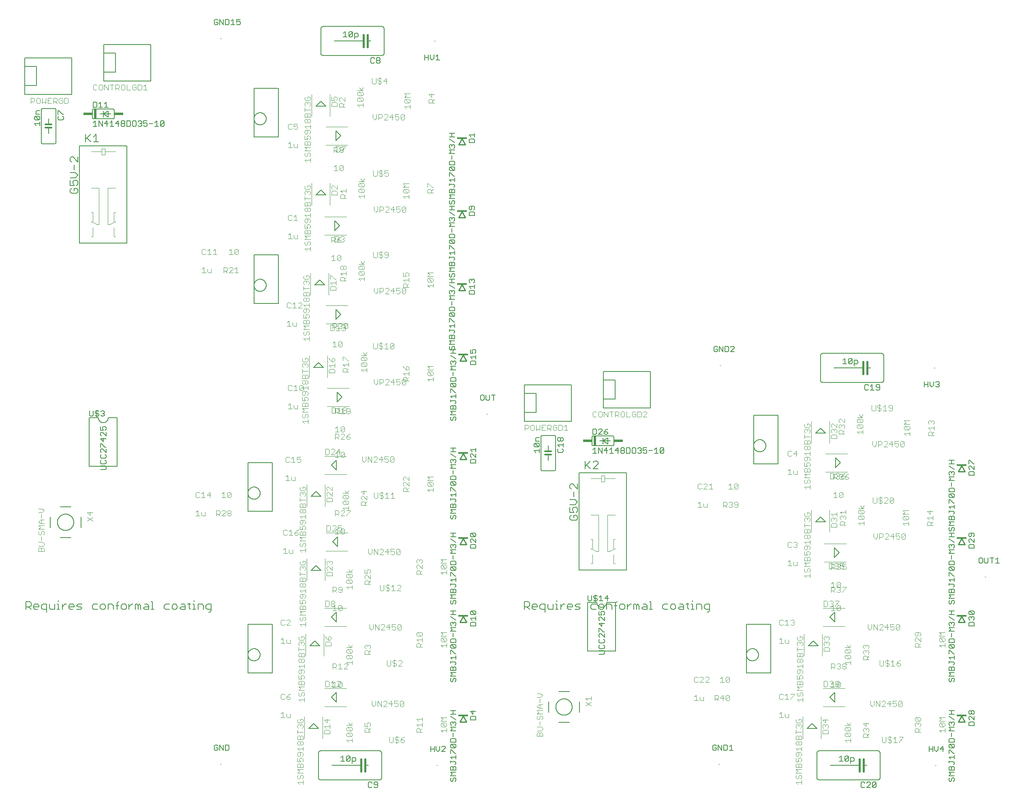
<source format=gto>
G75*
%MOIN*%
%OFA0B0*%
%FSLAX25Y25*%
%IPPOS*%
%LPD*%
%AMOC8*
5,1,8,0,0,1.08239X$1,22.5*
%
%ADD10C,0.00600*%
%ADD11C,0.00800*%
%ADD12C,0.00400*%
%ADD13C,0.00500*%
%ADD14C,0.00700*%
%ADD15R,0.02000X0.08000*%
%ADD16R,0.07500X0.02000*%
%ADD17C,0.01000*%
%ADD18R,0.08268X0.01181*%
%ADD19C,0.00000*%
%ADD20C,0.01200*%
%ADD21C,0.01600*%
D10*
X0010100Y0161100D02*
X0010100Y0167505D01*
X0013303Y0167505D01*
X0014370Y0166438D01*
X0014370Y0164303D01*
X0013303Y0163235D01*
X0010100Y0163235D01*
X0012235Y0163235D02*
X0014370Y0161100D01*
X0016545Y0162168D02*
X0016545Y0164303D01*
X0017613Y0165370D01*
X0019748Y0165370D01*
X0020816Y0164303D01*
X0020816Y0163235D01*
X0016545Y0163235D01*
X0016545Y0162168D02*
X0017613Y0161100D01*
X0019748Y0161100D01*
X0022991Y0162168D02*
X0024059Y0161100D01*
X0027261Y0161100D01*
X0027261Y0158965D02*
X0027261Y0165370D01*
X0024059Y0165370D01*
X0022991Y0164303D01*
X0022991Y0162168D01*
X0029436Y0162168D02*
X0029436Y0165370D01*
X0029436Y0162168D02*
X0030504Y0161100D01*
X0033707Y0161100D01*
X0033707Y0165370D01*
X0035882Y0165370D02*
X0036950Y0165370D01*
X0036950Y0161100D01*
X0038017Y0161100D02*
X0035882Y0161100D01*
X0040179Y0161100D02*
X0040179Y0165370D01*
X0040179Y0163235D02*
X0042314Y0165370D01*
X0043382Y0165370D01*
X0045550Y0164303D02*
X0046618Y0165370D01*
X0048753Y0165370D01*
X0049821Y0164303D01*
X0049821Y0163235D01*
X0045550Y0163235D01*
X0045550Y0162168D02*
X0045550Y0164303D01*
X0045550Y0162168D02*
X0046618Y0161100D01*
X0048753Y0161100D01*
X0051996Y0161100D02*
X0055198Y0161100D01*
X0056266Y0162168D01*
X0055198Y0163235D01*
X0053063Y0163235D01*
X0051996Y0164303D01*
X0053063Y0165370D01*
X0056266Y0165370D01*
X0064887Y0164303D02*
X0064887Y0162168D01*
X0065954Y0161100D01*
X0069157Y0161100D01*
X0071332Y0162168D02*
X0072400Y0161100D01*
X0074535Y0161100D01*
X0075603Y0162168D01*
X0075603Y0164303D01*
X0074535Y0165370D01*
X0072400Y0165370D01*
X0071332Y0164303D01*
X0071332Y0162168D01*
X0069157Y0165370D02*
X0065954Y0165370D01*
X0064887Y0164303D01*
X0077778Y0165370D02*
X0077778Y0161100D01*
X0082048Y0161100D02*
X0082048Y0164303D01*
X0080980Y0165370D01*
X0077778Y0165370D01*
X0084223Y0164303D02*
X0086358Y0164303D01*
X0088520Y0164303D02*
X0088520Y0162168D01*
X0089588Y0161100D01*
X0091723Y0161100D01*
X0092791Y0162168D01*
X0092791Y0164303D01*
X0091723Y0165370D01*
X0089588Y0165370D01*
X0088520Y0164303D01*
X0086358Y0167505D02*
X0085291Y0166438D01*
X0085291Y0161100D01*
X0094966Y0161100D02*
X0094966Y0165370D01*
X0094966Y0163235D02*
X0097101Y0165370D01*
X0098168Y0165370D01*
X0100337Y0165370D02*
X0101405Y0165370D01*
X0102472Y0164303D01*
X0103540Y0165370D01*
X0104607Y0164303D01*
X0104607Y0161100D01*
X0102472Y0161100D02*
X0102472Y0164303D01*
X0100337Y0165370D02*
X0100337Y0161100D01*
X0106782Y0162168D02*
X0107850Y0163235D01*
X0111053Y0163235D01*
X0111053Y0164303D02*
X0111053Y0161100D01*
X0107850Y0161100D01*
X0106782Y0162168D01*
X0107850Y0165370D02*
X0109985Y0165370D01*
X0111053Y0164303D01*
X0113228Y0167505D02*
X0114296Y0167505D01*
X0114296Y0161100D01*
X0115363Y0161100D02*
X0113228Y0161100D01*
X0123970Y0162168D02*
X0125038Y0161100D01*
X0128241Y0161100D01*
X0130416Y0162168D02*
X0131484Y0161100D01*
X0133619Y0161100D01*
X0134686Y0162168D01*
X0134686Y0164303D01*
X0133619Y0165370D01*
X0131484Y0165370D01*
X0130416Y0164303D01*
X0130416Y0162168D01*
X0128241Y0165370D02*
X0125038Y0165370D01*
X0123970Y0164303D01*
X0123970Y0162168D01*
X0136861Y0162168D02*
X0137929Y0163235D01*
X0141132Y0163235D01*
X0141132Y0164303D02*
X0141132Y0161100D01*
X0137929Y0161100D01*
X0136861Y0162168D01*
X0137929Y0165370D02*
X0140064Y0165370D01*
X0141132Y0164303D01*
X0143307Y0165370D02*
X0145442Y0165370D01*
X0144375Y0166438D02*
X0144375Y0162168D01*
X0145442Y0161100D01*
X0147604Y0161100D02*
X0149739Y0161100D01*
X0148672Y0161100D02*
X0148672Y0165370D01*
X0147604Y0165370D01*
X0148672Y0167505D02*
X0148672Y0168573D01*
X0151901Y0165370D02*
X0155104Y0165370D01*
X0156171Y0164303D01*
X0156171Y0161100D01*
X0158346Y0162168D02*
X0159414Y0161100D01*
X0162617Y0161100D01*
X0162617Y0160032D02*
X0162617Y0165370D01*
X0159414Y0165370D01*
X0158346Y0164303D01*
X0158346Y0162168D01*
X0160482Y0158965D02*
X0161549Y0158965D01*
X0162617Y0160032D01*
X0151901Y0161100D02*
X0151901Y0165370D01*
X0036950Y0167505D02*
X0036950Y0168573D01*
X0062300Y0278800D02*
X0085300Y0278800D01*
X0085300Y0318800D01*
X0077800Y0318800D01*
X0077798Y0318674D01*
X0077792Y0318549D01*
X0077782Y0318424D01*
X0077768Y0318299D01*
X0077751Y0318174D01*
X0077729Y0318050D01*
X0077704Y0317927D01*
X0077674Y0317805D01*
X0077641Y0317684D01*
X0077604Y0317564D01*
X0077564Y0317445D01*
X0077519Y0317328D01*
X0077471Y0317211D01*
X0077419Y0317097D01*
X0077364Y0316984D01*
X0077305Y0316873D01*
X0077243Y0316764D01*
X0077177Y0316657D01*
X0077108Y0316552D01*
X0077036Y0316449D01*
X0076961Y0316348D01*
X0076882Y0316250D01*
X0076800Y0316155D01*
X0076716Y0316062D01*
X0076628Y0315972D01*
X0076538Y0315884D01*
X0076445Y0315800D01*
X0076350Y0315718D01*
X0076252Y0315639D01*
X0076151Y0315564D01*
X0076048Y0315492D01*
X0075943Y0315423D01*
X0075836Y0315357D01*
X0075727Y0315295D01*
X0075616Y0315236D01*
X0075503Y0315181D01*
X0075389Y0315129D01*
X0075272Y0315081D01*
X0075155Y0315036D01*
X0075036Y0314996D01*
X0074916Y0314959D01*
X0074795Y0314926D01*
X0074673Y0314896D01*
X0074550Y0314871D01*
X0074426Y0314849D01*
X0074301Y0314832D01*
X0074176Y0314818D01*
X0074051Y0314808D01*
X0073926Y0314802D01*
X0073800Y0314800D01*
X0073674Y0314802D01*
X0073549Y0314808D01*
X0073424Y0314818D01*
X0073299Y0314832D01*
X0073174Y0314849D01*
X0073050Y0314871D01*
X0072927Y0314896D01*
X0072805Y0314926D01*
X0072684Y0314959D01*
X0072564Y0314996D01*
X0072445Y0315036D01*
X0072328Y0315081D01*
X0072211Y0315129D01*
X0072097Y0315181D01*
X0071984Y0315236D01*
X0071873Y0315295D01*
X0071764Y0315357D01*
X0071657Y0315423D01*
X0071552Y0315492D01*
X0071449Y0315564D01*
X0071348Y0315639D01*
X0071250Y0315718D01*
X0071155Y0315800D01*
X0071062Y0315884D01*
X0070972Y0315972D01*
X0070884Y0316062D01*
X0070800Y0316155D01*
X0070718Y0316250D01*
X0070639Y0316348D01*
X0070564Y0316449D01*
X0070492Y0316552D01*
X0070423Y0316657D01*
X0070357Y0316764D01*
X0070295Y0316873D01*
X0070236Y0316984D01*
X0070181Y0317097D01*
X0070129Y0317211D01*
X0070081Y0317328D01*
X0070036Y0317445D01*
X0069996Y0317564D01*
X0069959Y0317684D01*
X0069926Y0317805D01*
X0069896Y0317927D01*
X0069871Y0318050D01*
X0069849Y0318174D01*
X0069832Y0318299D01*
X0069818Y0318424D01*
X0069808Y0318549D01*
X0069802Y0318674D01*
X0069800Y0318800D01*
X0062300Y0318800D01*
X0062300Y0278800D01*
X0054198Y0462639D02*
X0093296Y0462639D01*
X0093296Y0542560D01*
X0054198Y0542560D01*
X0054198Y0462639D01*
X0033800Y0544300D02*
X0023800Y0544300D01*
X0023740Y0544302D01*
X0023679Y0544307D01*
X0023620Y0544316D01*
X0023561Y0544329D01*
X0023502Y0544345D01*
X0023445Y0544365D01*
X0023390Y0544388D01*
X0023335Y0544415D01*
X0023283Y0544444D01*
X0023232Y0544477D01*
X0023183Y0544513D01*
X0023137Y0544551D01*
X0023093Y0544593D01*
X0023051Y0544637D01*
X0023013Y0544683D01*
X0022977Y0544732D01*
X0022944Y0544783D01*
X0022915Y0544835D01*
X0022888Y0544890D01*
X0022865Y0544945D01*
X0022845Y0545002D01*
X0022829Y0545061D01*
X0022816Y0545120D01*
X0022807Y0545179D01*
X0022802Y0545240D01*
X0022800Y0545300D01*
X0022800Y0572300D01*
X0022802Y0572360D01*
X0022807Y0572421D01*
X0022816Y0572480D01*
X0022829Y0572539D01*
X0022845Y0572598D01*
X0022865Y0572655D01*
X0022888Y0572710D01*
X0022915Y0572765D01*
X0022944Y0572817D01*
X0022977Y0572868D01*
X0023013Y0572917D01*
X0023051Y0572963D01*
X0023093Y0573007D01*
X0023137Y0573049D01*
X0023183Y0573087D01*
X0023232Y0573123D01*
X0023283Y0573156D01*
X0023335Y0573185D01*
X0023390Y0573212D01*
X0023445Y0573235D01*
X0023502Y0573255D01*
X0023561Y0573271D01*
X0023620Y0573284D01*
X0023679Y0573293D01*
X0023740Y0573298D01*
X0023800Y0573300D01*
X0033800Y0573300D01*
X0033860Y0573298D01*
X0033921Y0573293D01*
X0033980Y0573284D01*
X0034039Y0573271D01*
X0034098Y0573255D01*
X0034155Y0573235D01*
X0034210Y0573212D01*
X0034265Y0573185D01*
X0034317Y0573156D01*
X0034368Y0573123D01*
X0034417Y0573087D01*
X0034463Y0573049D01*
X0034507Y0573007D01*
X0034549Y0572963D01*
X0034587Y0572917D01*
X0034623Y0572868D01*
X0034656Y0572817D01*
X0034685Y0572765D01*
X0034712Y0572710D01*
X0034735Y0572655D01*
X0034755Y0572598D01*
X0034771Y0572539D01*
X0034784Y0572480D01*
X0034793Y0572421D01*
X0034798Y0572360D01*
X0034800Y0572300D01*
X0034800Y0545300D01*
X0034798Y0545240D01*
X0034793Y0545179D01*
X0034784Y0545120D01*
X0034771Y0545061D01*
X0034755Y0545002D01*
X0034735Y0544945D01*
X0034712Y0544890D01*
X0034685Y0544835D01*
X0034656Y0544783D01*
X0034623Y0544732D01*
X0034587Y0544683D01*
X0034549Y0544637D01*
X0034507Y0544593D01*
X0034463Y0544551D01*
X0034417Y0544513D01*
X0034368Y0544477D01*
X0034317Y0544444D01*
X0034265Y0544415D01*
X0034210Y0544388D01*
X0034155Y0544365D01*
X0034098Y0544345D01*
X0034039Y0544329D01*
X0033980Y0544316D01*
X0033921Y0544307D01*
X0033860Y0544302D01*
X0033800Y0544300D01*
X0028800Y0552800D02*
X0028800Y0557500D01*
X0028800Y0560000D02*
X0028800Y0564800D01*
X0064800Y0565800D02*
X0064800Y0571800D01*
X0064802Y0571860D01*
X0064807Y0571921D01*
X0064816Y0571980D01*
X0064829Y0572039D01*
X0064845Y0572098D01*
X0064865Y0572155D01*
X0064888Y0572210D01*
X0064915Y0572265D01*
X0064944Y0572317D01*
X0064977Y0572368D01*
X0065013Y0572417D01*
X0065051Y0572463D01*
X0065093Y0572507D01*
X0065137Y0572549D01*
X0065183Y0572587D01*
X0065232Y0572623D01*
X0065283Y0572656D01*
X0065335Y0572685D01*
X0065390Y0572712D01*
X0065445Y0572735D01*
X0065502Y0572755D01*
X0065561Y0572771D01*
X0065620Y0572784D01*
X0065679Y0572793D01*
X0065740Y0572798D01*
X0065800Y0572800D01*
X0081800Y0572800D01*
X0081860Y0572798D01*
X0081921Y0572793D01*
X0081980Y0572784D01*
X0082039Y0572771D01*
X0082098Y0572755D01*
X0082155Y0572735D01*
X0082210Y0572712D01*
X0082265Y0572685D01*
X0082317Y0572656D01*
X0082368Y0572623D01*
X0082417Y0572587D01*
X0082463Y0572549D01*
X0082507Y0572507D01*
X0082549Y0572463D01*
X0082587Y0572417D01*
X0082623Y0572368D01*
X0082656Y0572317D01*
X0082685Y0572265D01*
X0082712Y0572210D01*
X0082735Y0572155D01*
X0082755Y0572098D01*
X0082771Y0572039D01*
X0082784Y0571980D01*
X0082793Y0571921D01*
X0082798Y0571860D01*
X0082800Y0571800D01*
X0082800Y0565800D01*
X0082798Y0565740D01*
X0082793Y0565679D01*
X0082784Y0565620D01*
X0082771Y0565561D01*
X0082755Y0565502D01*
X0082735Y0565445D01*
X0082712Y0565390D01*
X0082685Y0565335D01*
X0082656Y0565283D01*
X0082623Y0565232D01*
X0082587Y0565183D01*
X0082549Y0565137D01*
X0082507Y0565093D01*
X0082463Y0565051D01*
X0082417Y0565013D01*
X0082368Y0564977D01*
X0082317Y0564944D01*
X0082265Y0564915D01*
X0082210Y0564888D01*
X0082155Y0564865D01*
X0082098Y0564845D01*
X0082039Y0564829D01*
X0081980Y0564816D01*
X0081921Y0564807D01*
X0081860Y0564802D01*
X0081800Y0564800D01*
X0065800Y0564800D01*
X0065740Y0564802D01*
X0065679Y0564807D01*
X0065620Y0564816D01*
X0065561Y0564829D01*
X0065502Y0564845D01*
X0065445Y0564865D01*
X0065390Y0564888D01*
X0065335Y0564915D01*
X0065283Y0564944D01*
X0065232Y0564977D01*
X0065183Y0565013D01*
X0065137Y0565051D01*
X0065093Y0565093D01*
X0065051Y0565137D01*
X0065013Y0565183D01*
X0064977Y0565232D01*
X0064944Y0565283D01*
X0064915Y0565335D01*
X0064888Y0565390D01*
X0064865Y0565445D01*
X0064845Y0565502D01*
X0064829Y0565561D01*
X0064816Y0565620D01*
X0064807Y0565679D01*
X0064802Y0565740D01*
X0064800Y0565800D01*
X0071300Y0568800D02*
X0073800Y0568800D01*
X0073800Y0566300D01*
X0073800Y0568800D02*
X0077800Y0566300D01*
X0077800Y0571300D01*
X0073800Y0568800D01*
X0073800Y0571300D01*
X0073800Y0568800D02*
X0079800Y0568800D01*
X0252800Y0618800D02*
X0252800Y0638800D01*
X0252802Y0638887D01*
X0252808Y0638974D01*
X0252817Y0639061D01*
X0252830Y0639147D01*
X0252847Y0639233D01*
X0252868Y0639318D01*
X0252893Y0639401D01*
X0252921Y0639484D01*
X0252952Y0639565D01*
X0252987Y0639645D01*
X0253026Y0639723D01*
X0253068Y0639800D01*
X0253113Y0639875D01*
X0253162Y0639947D01*
X0253213Y0640018D01*
X0253268Y0640086D01*
X0253325Y0640151D01*
X0253386Y0640214D01*
X0253449Y0640275D01*
X0253514Y0640332D01*
X0253582Y0640387D01*
X0253653Y0640438D01*
X0253725Y0640487D01*
X0253800Y0640532D01*
X0253877Y0640574D01*
X0253955Y0640613D01*
X0254035Y0640648D01*
X0254116Y0640679D01*
X0254199Y0640707D01*
X0254282Y0640732D01*
X0254367Y0640753D01*
X0254453Y0640770D01*
X0254539Y0640783D01*
X0254626Y0640792D01*
X0254713Y0640798D01*
X0254800Y0640800D01*
X0302800Y0640800D01*
X0302887Y0640798D01*
X0302974Y0640792D01*
X0303061Y0640783D01*
X0303147Y0640770D01*
X0303233Y0640753D01*
X0303318Y0640732D01*
X0303401Y0640707D01*
X0303484Y0640679D01*
X0303565Y0640648D01*
X0303645Y0640613D01*
X0303723Y0640574D01*
X0303800Y0640532D01*
X0303875Y0640487D01*
X0303947Y0640438D01*
X0304018Y0640387D01*
X0304086Y0640332D01*
X0304151Y0640275D01*
X0304214Y0640214D01*
X0304275Y0640151D01*
X0304332Y0640086D01*
X0304387Y0640018D01*
X0304438Y0639947D01*
X0304487Y0639875D01*
X0304532Y0639800D01*
X0304574Y0639723D01*
X0304613Y0639645D01*
X0304648Y0639565D01*
X0304679Y0639484D01*
X0304707Y0639401D01*
X0304732Y0639318D01*
X0304753Y0639233D01*
X0304770Y0639147D01*
X0304783Y0639061D01*
X0304792Y0638974D01*
X0304798Y0638887D01*
X0304800Y0638800D01*
X0304800Y0618800D01*
X0304798Y0618713D01*
X0304792Y0618626D01*
X0304783Y0618539D01*
X0304770Y0618453D01*
X0304753Y0618367D01*
X0304732Y0618282D01*
X0304707Y0618199D01*
X0304679Y0618116D01*
X0304648Y0618035D01*
X0304613Y0617955D01*
X0304574Y0617877D01*
X0304532Y0617800D01*
X0304487Y0617725D01*
X0304438Y0617653D01*
X0304387Y0617582D01*
X0304332Y0617514D01*
X0304275Y0617449D01*
X0304214Y0617386D01*
X0304151Y0617325D01*
X0304086Y0617268D01*
X0304018Y0617213D01*
X0303947Y0617162D01*
X0303875Y0617113D01*
X0303800Y0617068D01*
X0303723Y0617026D01*
X0303645Y0616987D01*
X0303565Y0616952D01*
X0303484Y0616921D01*
X0303401Y0616893D01*
X0303318Y0616868D01*
X0303233Y0616847D01*
X0303147Y0616830D01*
X0303061Y0616817D01*
X0302974Y0616808D01*
X0302887Y0616802D01*
X0302800Y0616800D01*
X0254800Y0616800D01*
X0254713Y0616802D01*
X0254626Y0616808D01*
X0254539Y0616817D01*
X0254453Y0616830D01*
X0254367Y0616847D01*
X0254282Y0616868D01*
X0254199Y0616893D01*
X0254116Y0616921D01*
X0254035Y0616952D01*
X0253955Y0616987D01*
X0253877Y0617026D01*
X0253800Y0617068D01*
X0253725Y0617113D01*
X0253653Y0617162D01*
X0253582Y0617213D01*
X0253514Y0617268D01*
X0253449Y0617325D01*
X0253386Y0617386D01*
X0253325Y0617449D01*
X0253268Y0617514D01*
X0253213Y0617582D01*
X0253162Y0617653D01*
X0253113Y0617725D01*
X0253068Y0617800D01*
X0253026Y0617877D01*
X0252987Y0617955D01*
X0252952Y0618035D01*
X0252921Y0618116D01*
X0252893Y0618199D01*
X0252868Y0618282D01*
X0252847Y0618367D01*
X0252830Y0618453D01*
X0252817Y0618539D01*
X0252808Y0618626D01*
X0252802Y0618713D01*
X0252800Y0618800D01*
X0263800Y0628800D02*
X0287800Y0628800D01*
X0291300Y0628800D02*
X0293800Y0628800D01*
X0663800Y0369800D02*
X0663800Y0349800D01*
X0663802Y0349713D01*
X0663808Y0349626D01*
X0663817Y0349539D01*
X0663830Y0349453D01*
X0663847Y0349367D01*
X0663868Y0349282D01*
X0663893Y0349199D01*
X0663921Y0349116D01*
X0663952Y0349035D01*
X0663987Y0348955D01*
X0664026Y0348877D01*
X0664068Y0348800D01*
X0664113Y0348725D01*
X0664162Y0348653D01*
X0664213Y0348582D01*
X0664268Y0348514D01*
X0664325Y0348449D01*
X0664386Y0348386D01*
X0664449Y0348325D01*
X0664514Y0348268D01*
X0664582Y0348213D01*
X0664653Y0348162D01*
X0664725Y0348113D01*
X0664800Y0348068D01*
X0664877Y0348026D01*
X0664955Y0347987D01*
X0665035Y0347952D01*
X0665116Y0347921D01*
X0665199Y0347893D01*
X0665282Y0347868D01*
X0665367Y0347847D01*
X0665453Y0347830D01*
X0665539Y0347817D01*
X0665626Y0347808D01*
X0665713Y0347802D01*
X0665800Y0347800D01*
X0713800Y0347800D01*
X0713887Y0347802D01*
X0713974Y0347808D01*
X0714061Y0347817D01*
X0714147Y0347830D01*
X0714233Y0347847D01*
X0714318Y0347868D01*
X0714401Y0347893D01*
X0714484Y0347921D01*
X0714565Y0347952D01*
X0714645Y0347987D01*
X0714723Y0348026D01*
X0714800Y0348068D01*
X0714875Y0348113D01*
X0714947Y0348162D01*
X0715018Y0348213D01*
X0715086Y0348268D01*
X0715151Y0348325D01*
X0715214Y0348386D01*
X0715275Y0348449D01*
X0715332Y0348514D01*
X0715387Y0348582D01*
X0715438Y0348653D01*
X0715487Y0348725D01*
X0715532Y0348800D01*
X0715574Y0348877D01*
X0715613Y0348955D01*
X0715648Y0349035D01*
X0715679Y0349116D01*
X0715707Y0349199D01*
X0715732Y0349282D01*
X0715753Y0349367D01*
X0715770Y0349453D01*
X0715783Y0349539D01*
X0715792Y0349626D01*
X0715798Y0349713D01*
X0715800Y0349800D01*
X0715800Y0369800D01*
X0715798Y0369887D01*
X0715792Y0369974D01*
X0715783Y0370061D01*
X0715770Y0370147D01*
X0715753Y0370233D01*
X0715732Y0370318D01*
X0715707Y0370401D01*
X0715679Y0370484D01*
X0715648Y0370565D01*
X0715613Y0370645D01*
X0715574Y0370723D01*
X0715532Y0370800D01*
X0715487Y0370875D01*
X0715438Y0370947D01*
X0715387Y0371018D01*
X0715332Y0371086D01*
X0715275Y0371151D01*
X0715214Y0371214D01*
X0715151Y0371275D01*
X0715086Y0371332D01*
X0715018Y0371387D01*
X0714947Y0371438D01*
X0714875Y0371487D01*
X0714800Y0371532D01*
X0714723Y0371574D01*
X0714645Y0371613D01*
X0714565Y0371648D01*
X0714484Y0371679D01*
X0714401Y0371707D01*
X0714318Y0371732D01*
X0714233Y0371753D01*
X0714147Y0371770D01*
X0714061Y0371783D01*
X0713974Y0371792D01*
X0713887Y0371798D01*
X0713800Y0371800D01*
X0665800Y0371800D01*
X0665713Y0371798D01*
X0665626Y0371792D01*
X0665539Y0371783D01*
X0665453Y0371770D01*
X0665367Y0371753D01*
X0665282Y0371732D01*
X0665199Y0371707D01*
X0665116Y0371679D01*
X0665035Y0371648D01*
X0664955Y0371613D01*
X0664877Y0371574D01*
X0664800Y0371532D01*
X0664725Y0371487D01*
X0664653Y0371438D01*
X0664582Y0371387D01*
X0664514Y0371332D01*
X0664449Y0371275D01*
X0664386Y0371214D01*
X0664325Y0371151D01*
X0664268Y0371086D01*
X0664213Y0371018D01*
X0664162Y0370947D01*
X0664113Y0370875D01*
X0664068Y0370800D01*
X0664026Y0370723D01*
X0663987Y0370645D01*
X0663952Y0370565D01*
X0663921Y0370484D01*
X0663893Y0370401D01*
X0663868Y0370318D01*
X0663847Y0370233D01*
X0663830Y0370147D01*
X0663817Y0370061D01*
X0663808Y0369974D01*
X0663802Y0369887D01*
X0663800Y0369800D01*
X0674800Y0359800D02*
X0698800Y0359800D01*
X0702300Y0359800D02*
X0704800Y0359800D01*
X0504296Y0273560D02*
X0465198Y0273560D01*
X0465198Y0193639D01*
X0504296Y0193639D01*
X0504296Y0273560D01*
X0492800Y0295800D02*
X0476800Y0295800D01*
X0476740Y0295802D01*
X0476679Y0295807D01*
X0476620Y0295816D01*
X0476561Y0295829D01*
X0476502Y0295845D01*
X0476445Y0295865D01*
X0476390Y0295888D01*
X0476335Y0295915D01*
X0476283Y0295944D01*
X0476232Y0295977D01*
X0476183Y0296013D01*
X0476137Y0296051D01*
X0476093Y0296093D01*
X0476051Y0296137D01*
X0476013Y0296183D01*
X0475977Y0296232D01*
X0475944Y0296283D01*
X0475915Y0296335D01*
X0475888Y0296390D01*
X0475865Y0296445D01*
X0475845Y0296502D01*
X0475829Y0296561D01*
X0475816Y0296620D01*
X0475807Y0296679D01*
X0475802Y0296740D01*
X0475800Y0296800D01*
X0475800Y0302800D01*
X0475802Y0302860D01*
X0475807Y0302921D01*
X0475816Y0302980D01*
X0475829Y0303039D01*
X0475845Y0303098D01*
X0475865Y0303155D01*
X0475888Y0303210D01*
X0475915Y0303265D01*
X0475944Y0303317D01*
X0475977Y0303368D01*
X0476013Y0303417D01*
X0476051Y0303463D01*
X0476093Y0303507D01*
X0476137Y0303549D01*
X0476183Y0303587D01*
X0476232Y0303623D01*
X0476283Y0303656D01*
X0476335Y0303685D01*
X0476390Y0303712D01*
X0476445Y0303735D01*
X0476502Y0303755D01*
X0476561Y0303771D01*
X0476620Y0303784D01*
X0476679Y0303793D01*
X0476740Y0303798D01*
X0476800Y0303800D01*
X0492800Y0303800D01*
X0492860Y0303798D01*
X0492921Y0303793D01*
X0492980Y0303784D01*
X0493039Y0303771D01*
X0493098Y0303755D01*
X0493155Y0303735D01*
X0493210Y0303712D01*
X0493265Y0303685D01*
X0493317Y0303656D01*
X0493368Y0303623D01*
X0493417Y0303587D01*
X0493463Y0303549D01*
X0493507Y0303507D01*
X0493549Y0303463D01*
X0493587Y0303417D01*
X0493623Y0303368D01*
X0493656Y0303317D01*
X0493685Y0303265D01*
X0493712Y0303210D01*
X0493735Y0303155D01*
X0493755Y0303098D01*
X0493771Y0303039D01*
X0493784Y0302980D01*
X0493793Y0302921D01*
X0493798Y0302860D01*
X0493800Y0302800D01*
X0493800Y0296800D01*
X0493798Y0296740D01*
X0493793Y0296679D01*
X0493784Y0296620D01*
X0493771Y0296561D01*
X0493755Y0296502D01*
X0493735Y0296445D01*
X0493712Y0296390D01*
X0493685Y0296335D01*
X0493656Y0296283D01*
X0493623Y0296232D01*
X0493587Y0296183D01*
X0493549Y0296137D01*
X0493507Y0296093D01*
X0493463Y0296051D01*
X0493417Y0296013D01*
X0493368Y0295977D01*
X0493317Y0295944D01*
X0493265Y0295915D01*
X0493210Y0295888D01*
X0493155Y0295865D01*
X0493098Y0295845D01*
X0493039Y0295829D01*
X0492980Y0295816D01*
X0492921Y0295807D01*
X0492860Y0295802D01*
X0492800Y0295800D01*
X0488800Y0297300D02*
X0488800Y0302300D01*
X0484800Y0299800D01*
X0484800Y0297300D01*
X0484800Y0299800D02*
X0484800Y0302300D01*
X0484800Y0299800D02*
X0490800Y0299800D01*
X0488800Y0297300D02*
X0484800Y0299800D01*
X0482300Y0299800D01*
X0445800Y0303300D02*
X0445800Y0276300D01*
X0445798Y0276240D01*
X0445793Y0276179D01*
X0445784Y0276120D01*
X0445771Y0276061D01*
X0445755Y0276002D01*
X0445735Y0275945D01*
X0445712Y0275890D01*
X0445685Y0275835D01*
X0445656Y0275783D01*
X0445623Y0275732D01*
X0445587Y0275683D01*
X0445549Y0275637D01*
X0445507Y0275593D01*
X0445463Y0275551D01*
X0445417Y0275513D01*
X0445368Y0275477D01*
X0445317Y0275444D01*
X0445265Y0275415D01*
X0445210Y0275388D01*
X0445155Y0275365D01*
X0445098Y0275345D01*
X0445039Y0275329D01*
X0444980Y0275316D01*
X0444921Y0275307D01*
X0444860Y0275302D01*
X0444800Y0275300D01*
X0434800Y0275300D01*
X0434740Y0275302D01*
X0434679Y0275307D01*
X0434620Y0275316D01*
X0434561Y0275329D01*
X0434502Y0275345D01*
X0434445Y0275365D01*
X0434390Y0275388D01*
X0434335Y0275415D01*
X0434283Y0275444D01*
X0434232Y0275477D01*
X0434183Y0275513D01*
X0434137Y0275551D01*
X0434093Y0275593D01*
X0434051Y0275637D01*
X0434013Y0275683D01*
X0433977Y0275732D01*
X0433944Y0275783D01*
X0433915Y0275835D01*
X0433888Y0275890D01*
X0433865Y0275945D01*
X0433845Y0276002D01*
X0433829Y0276061D01*
X0433816Y0276120D01*
X0433807Y0276179D01*
X0433802Y0276240D01*
X0433800Y0276300D01*
X0433800Y0303300D01*
X0433802Y0303360D01*
X0433807Y0303421D01*
X0433816Y0303480D01*
X0433829Y0303539D01*
X0433845Y0303598D01*
X0433865Y0303655D01*
X0433888Y0303710D01*
X0433915Y0303765D01*
X0433944Y0303817D01*
X0433977Y0303868D01*
X0434013Y0303917D01*
X0434051Y0303963D01*
X0434093Y0304007D01*
X0434137Y0304049D01*
X0434183Y0304087D01*
X0434232Y0304123D01*
X0434283Y0304156D01*
X0434335Y0304185D01*
X0434390Y0304212D01*
X0434445Y0304235D01*
X0434502Y0304255D01*
X0434561Y0304271D01*
X0434620Y0304284D01*
X0434679Y0304293D01*
X0434740Y0304298D01*
X0434800Y0304300D01*
X0444800Y0304300D01*
X0444860Y0304298D01*
X0444921Y0304293D01*
X0444980Y0304284D01*
X0445039Y0304271D01*
X0445098Y0304255D01*
X0445155Y0304235D01*
X0445210Y0304212D01*
X0445265Y0304185D01*
X0445317Y0304156D01*
X0445368Y0304123D01*
X0445417Y0304087D01*
X0445463Y0304049D01*
X0445507Y0304007D01*
X0445549Y0303963D01*
X0445587Y0303917D01*
X0445623Y0303868D01*
X0445656Y0303817D01*
X0445685Y0303765D01*
X0445712Y0303710D01*
X0445735Y0303655D01*
X0445755Y0303598D01*
X0445771Y0303539D01*
X0445784Y0303480D01*
X0445793Y0303421D01*
X0445798Y0303360D01*
X0445800Y0303300D01*
X0439800Y0295800D02*
X0439800Y0291000D01*
X0439800Y0288500D02*
X0439800Y0283800D01*
X0446950Y0168573D02*
X0446950Y0167505D01*
X0446950Y0165370D02*
X0446950Y0161100D01*
X0448017Y0161100D02*
X0445882Y0161100D01*
X0443707Y0161100D02*
X0443707Y0165370D01*
X0445882Y0165370D02*
X0446950Y0165370D01*
X0450179Y0165370D02*
X0450179Y0161100D01*
X0450179Y0163235D02*
X0452314Y0165370D01*
X0453382Y0165370D01*
X0455550Y0164303D02*
X0456618Y0165370D01*
X0458753Y0165370D01*
X0459821Y0164303D01*
X0459821Y0163235D01*
X0455550Y0163235D01*
X0455550Y0162168D02*
X0455550Y0164303D01*
X0455550Y0162168D02*
X0456618Y0161100D01*
X0458753Y0161100D01*
X0461996Y0161100D02*
X0465198Y0161100D01*
X0466266Y0162168D01*
X0465198Y0163235D01*
X0463063Y0163235D01*
X0461996Y0164303D01*
X0463063Y0165370D01*
X0466266Y0165370D01*
X0472300Y0166800D02*
X0479800Y0166800D01*
X0479157Y0165370D02*
X0475954Y0165370D01*
X0474887Y0164303D01*
X0474887Y0162168D01*
X0475954Y0161100D01*
X0479157Y0161100D01*
X0481332Y0162168D02*
X0481332Y0164303D01*
X0482400Y0165370D01*
X0484535Y0165370D01*
X0485603Y0164303D01*
X0485603Y0162168D01*
X0484535Y0161100D01*
X0482400Y0161100D01*
X0481332Y0162168D01*
X0479800Y0166800D02*
X0479802Y0166674D01*
X0479808Y0166549D01*
X0479818Y0166424D01*
X0479832Y0166299D01*
X0479849Y0166174D01*
X0479871Y0166050D01*
X0479896Y0165927D01*
X0479926Y0165805D01*
X0479959Y0165684D01*
X0479996Y0165564D01*
X0480036Y0165445D01*
X0480081Y0165328D01*
X0480129Y0165211D01*
X0480181Y0165097D01*
X0480236Y0164984D01*
X0480295Y0164873D01*
X0480357Y0164764D01*
X0480423Y0164657D01*
X0480492Y0164552D01*
X0480564Y0164449D01*
X0480639Y0164348D01*
X0480718Y0164250D01*
X0480800Y0164155D01*
X0480884Y0164062D01*
X0480972Y0163972D01*
X0481062Y0163884D01*
X0481155Y0163800D01*
X0481250Y0163718D01*
X0481348Y0163639D01*
X0481449Y0163564D01*
X0481552Y0163492D01*
X0481657Y0163423D01*
X0481764Y0163357D01*
X0481873Y0163295D01*
X0481984Y0163236D01*
X0482097Y0163181D01*
X0482211Y0163129D01*
X0482328Y0163081D01*
X0482445Y0163036D01*
X0482564Y0162996D01*
X0482684Y0162959D01*
X0482805Y0162926D01*
X0482927Y0162896D01*
X0483050Y0162871D01*
X0483174Y0162849D01*
X0483299Y0162832D01*
X0483424Y0162818D01*
X0483549Y0162808D01*
X0483674Y0162802D01*
X0483800Y0162800D01*
X0483926Y0162802D01*
X0484051Y0162808D01*
X0484176Y0162818D01*
X0484301Y0162832D01*
X0484426Y0162849D01*
X0484550Y0162871D01*
X0484673Y0162896D01*
X0484795Y0162926D01*
X0484916Y0162959D01*
X0485036Y0162996D01*
X0485155Y0163036D01*
X0485272Y0163081D01*
X0485389Y0163129D01*
X0485503Y0163181D01*
X0485616Y0163236D01*
X0485727Y0163295D01*
X0485836Y0163357D01*
X0485943Y0163423D01*
X0486048Y0163492D01*
X0486151Y0163564D01*
X0486252Y0163639D01*
X0486350Y0163718D01*
X0486445Y0163800D01*
X0486538Y0163884D01*
X0486628Y0163972D01*
X0486716Y0164062D01*
X0486800Y0164155D01*
X0486882Y0164250D01*
X0486961Y0164348D01*
X0487036Y0164449D01*
X0487108Y0164552D01*
X0487177Y0164657D01*
X0487243Y0164764D01*
X0487305Y0164873D01*
X0487364Y0164984D01*
X0487419Y0165097D01*
X0487471Y0165211D01*
X0487519Y0165328D01*
X0487564Y0165445D01*
X0487604Y0165564D01*
X0487641Y0165684D01*
X0487674Y0165805D01*
X0487704Y0165927D01*
X0487729Y0166050D01*
X0487751Y0166174D01*
X0487768Y0166299D01*
X0487782Y0166424D01*
X0487792Y0166549D01*
X0487798Y0166674D01*
X0487800Y0166800D01*
X0495300Y0166800D01*
X0495300Y0126800D01*
X0472300Y0126800D01*
X0472300Y0166800D01*
X0487778Y0165370D02*
X0487778Y0161100D01*
X0492048Y0161100D02*
X0492048Y0164303D01*
X0490980Y0165370D01*
X0487778Y0165370D01*
X0494223Y0164303D02*
X0496358Y0164303D01*
X0498520Y0164303D02*
X0498520Y0162168D01*
X0499588Y0161100D01*
X0501723Y0161100D01*
X0502791Y0162168D01*
X0502791Y0164303D01*
X0501723Y0165370D01*
X0499588Y0165370D01*
X0498520Y0164303D01*
X0496358Y0167505D02*
X0495291Y0166438D01*
X0495291Y0161100D01*
X0504966Y0161100D02*
X0504966Y0165370D01*
X0504966Y0163235D02*
X0507101Y0165370D01*
X0508168Y0165370D01*
X0510337Y0165370D02*
X0511405Y0165370D01*
X0512472Y0164303D01*
X0513540Y0165370D01*
X0514607Y0164303D01*
X0514607Y0161100D01*
X0512472Y0161100D02*
X0512472Y0164303D01*
X0510337Y0165370D02*
X0510337Y0161100D01*
X0516782Y0162168D02*
X0517850Y0163235D01*
X0521053Y0163235D01*
X0521053Y0164303D02*
X0521053Y0161100D01*
X0517850Y0161100D01*
X0516782Y0162168D01*
X0517850Y0165370D02*
X0519985Y0165370D01*
X0521053Y0164303D01*
X0523228Y0167505D02*
X0524296Y0167505D01*
X0524296Y0161100D01*
X0525363Y0161100D02*
X0523228Y0161100D01*
X0533970Y0162168D02*
X0533970Y0164303D01*
X0535038Y0165370D01*
X0538241Y0165370D01*
X0540416Y0164303D02*
X0540416Y0162168D01*
X0541484Y0161100D01*
X0543619Y0161100D01*
X0544686Y0162168D01*
X0544686Y0164303D01*
X0543619Y0165370D01*
X0541484Y0165370D01*
X0540416Y0164303D01*
X0538241Y0161100D02*
X0535038Y0161100D01*
X0533970Y0162168D01*
X0546861Y0162168D02*
X0547929Y0163235D01*
X0551132Y0163235D01*
X0551132Y0164303D02*
X0551132Y0161100D01*
X0547929Y0161100D01*
X0546861Y0162168D01*
X0547929Y0165370D02*
X0550064Y0165370D01*
X0551132Y0164303D01*
X0553307Y0165370D02*
X0555442Y0165370D01*
X0554375Y0166438D02*
X0554375Y0162168D01*
X0555442Y0161100D01*
X0557604Y0161100D02*
X0559739Y0161100D01*
X0558672Y0161100D02*
X0558672Y0165370D01*
X0557604Y0165370D01*
X0558672Y0167505D02*
X0558672Y0168573D01*
X0561901Y0165370D02*
X0565104Y0165370D01*
X0566171Y0164303D01*
X0566171Y0161100D01*
X0568346Y0162168D02*
X0569414Y0161100D01*
X0572617Y0161100D01*
X0572617Y0160032D02*
X0572617Y0165370D01*
X0569414Y0165370D01*
X0568346Y0164303D01*
X0568346Y0162168D01*
X0570482Y0158965D02*
X0571549Y0158965D01*
X0572617Y0160032D01*
X0561901Y0161100D02*
X0561901Y0165370D01*
X0443707Y0161100D02*
X0440504Y0161100D01*
X0439436Y0162168D01*
X0439436Y0165370D01*
X0437261Y0165370D02*
X0434059Y0165370D01*
X0432991Y0164303D01*
X0432991Y0162168D01*
X0434059Y0161100D01*
X0437261Y0161100D01*
X0437261Y0158965D02*
X0437261Y0165370D01*
X0430816Y0164303D02*
X0430816Y0163235D01*
X0426545Y0163235D01*
X0426545Y0162168D02*
X0426545Y0164303D01*
X0427613Y0165370D01*
X0429748Y0165370D01*
X0430816Y0164303D01*
X0429748Y0161100D02*
X0427613Y0161100D01*
X0426545Y0162168D01*
X0424370Y0161100D02*
X0422235Y0163235D01*
X0423303Y0163235D02*
X0420100Y0163235D01*
X0420100Y0161100D02*
X0420100Y0167505D01*
X0423303Y0167505D01*
X0424370Y0166438D01*
X0424370Y0164303D01*
X0423303Y0163235D01*
X0302800Y0042800D02*
X0302800Y0022800D01*
X0302798Y0022713D01*
X0302792Y0022626D01*
X0302783Y0022539D01*
X0302770Y0022453D01*
X0302753Y0022367D01*
X0302732Y0022282D01*
X0302707Y0022199D01*
X0302679Y0022116D01*
X0302648Y0022035D01*
X0302613Y0021955D01*
X0302574Y0021877D01*
X0302532Y0021800D01*
X0302487Y0021725D01*
X0302438Y0021653D01*
X0302387Y0021582D01*
X0302332Y0021514D01*
X0302275Y0021449D01*
X0302214Y0021386D01*
X0302151Y0021325D01*
X0302086Y0021268D01*
X0302018Y0021213D01*
X0301947Y0021162D01*
X0301875Y0021113D01*
X0301800Y0021068D01*
X0301723Y0021026D01*
X0301645Y0020987D01*
X0301565Y0020952D01*
X0301484Y0020921D01*
X0301401Y0020893D01*
X0301318Y0020868D01*
X0301233Y0020847D01*
X0301147Y0020830D01*
X0301061Y0020817D01*
X0300974Y0020808D01*
X0300887Y0020802D01*
X0300800Y0020800D01*
X0252800Y0020800D01*
X0252713Y0020802D01*
X0252626Y0020808D01*
X0252539Y0020817D01*
X0252453Y0020830D01*
X0252367Y0020847D01*
X0252282Y0020868D01*
X0252199Y0020893D01*
X0252116Y0020921D01*
X0252035Y0020952D01*
X0251955Y0020987D01*
X0251877Y0021026D01*
X0251800Y0021068D01*
X0251725Y0021113D01*
X0251653Y0021162D01*
X0251582Y0021213D01*
X0251514Y0021268D01*
X0251449Y0021325D01*
X0251386Y0021386D01*
X0251325Y0021449D01*
X0251268Y0021514D01*
X0251213Y0021582D01*
X0251162Y0021653D01*
X0251113Y0021725D01*
X0251068Y0021800D01*
X0251026Y0021877D01*
X0250987Y0021955D01*
X0250952Y0022035D01*
X0250921Y0022116D01*
X0250893Y0022199D01*
X0250868Y0022282D01*
X0250847Y0022367D01*
X0250830Y0022453D01*
X0250817Y0022539D01*
X0250808Y0022626D01*
X0250802Y0022713D01*
X0250800Y0022800D01*
X0250800Y0042800D01*
X0250802Y0042887D01*
X0250808Y0042974D01*
X0250817Y0043061D01*
X0250830Y0043147D01*
X0250847Y0043233D01*
X0250868Y0043318D01*
X0250893Y0043401D01*
X0250921Y0043484D01*
X0250952Y0043565D01*
X0250987Y0043645D01*
X0251026Y0043723D01*
X0251068Y0043800D01*
X0251113Y0043875D01*
X0251162Y0043947D01*
X0251213Y0044018D01*
X0251268Y0044086D01*
X0251325Y0044151D01*
X0251386Y0044214D01*
X0251449Y0044275D01*
X0251514Y0044332D01*
X0251582Y0044387D01*
X0251653Y0044438D01*
X0251725Y0044487D01*
X0251800Y0044532D01*
X0251877Y0044574D01*
X0251955Y0044613D01*
X0252035Y0044648D01*
X0252116Y0044679D01*
X0252199Y0044707D01*
X0252282Y0044732D01*
X0252367Y0044753D01*
X0252453Y0044770D01*
X0252539Y0044783D01*
X0252626Y0044792D01*
X0252713Y0044798D01*
X0252800Y0044800D01*
X0300800Y0044800D01*
X0300887Y0044798D01*
X0300974Y0044792D01*
X0301061Y0044783D01*
X0301147Y0044770D01*
X0301233Y0044753D01*
X0301318Y0044732D01*
X0301401Y0044707D01*
X0301484Y0044679D01*
X0301565Y0044648D01*
X0301645Y0044613D01*
X0301723Y0044574D01*
X0301800Y0044532D01*
X0301875Y0044487D01*
X0301947Y0044438D01*
X0302018Y0044387D01*
X0302086Y0044332D01*
X0302151Y0044275D01*
X0302214Y0044214D01*
X0302275Y0044151D01*
X0302332Y0044086D01*
X0302387Y0044018D01*
X0302438Y0043947D01*
X0302487Y0043875D01*
X0302532Y0043800D01*
X0302574Y0043723D01*
X0302613Y0043645D01*
X0302648Y0043565D01*
X0302679Y0043484D01*
X0302707Y0043401D01*
X0302732Y0043318D01*
X0302753Y0043233D01*
X0302770Y0043147D01*
X0302783Y0043061D01*
X0302792Y0042974D01*
X0302798Y0042887D01*
X0302800Y0042800D01*
X0291800Y0032800D02*
X0289300Y0032800D01*
X0285800Y0032800D02*
X0261800Y0032800D01*
X0660800Y0022800D02*
X0660800Y0042800D01*
X0660802Y0042887D01*
X0660808Y0042974D01*
X0660817Y0043061D01*
X0660830Y0043147D01*
X0660847Y0043233D01*
X0660868Y0043318D01*
X0660893Y0043401D01*
X0660921Y0043484D01*
X0660952Y0043565D01*
X0660987Y0043645D01*
X0661026Y0043723D01*
X0661068Y0043800D01*
X0661113Y0043875D01*
X0661162Y0043947D01*
X0661213Y0044018D01*
X0661268Y0044086D01*
X0661325Y0044151D01*
X0661386Y0044214D01*
X0661449Y0044275D01*
X0661514Y0044332D01*
X0661582Y0044387D01*
X0661653Y0044438D01*
X0661725Y0044487D01*
X0661800Y0044532D01*
X0661877Y0044574D01*
X0661955Y0044613D01*
X0662035Y0044648D01*
X0662116Y0044679D01*
X0662199Y0044707D01*
X0662282Y0044732D01*
X0662367Y0044753D01*
X0662453Y0044770D01*
X0662539Y0044783D01*
X0662626Y0044792D01*
X0662713Y0044798D01*
X0662800Y0044800D01*
X0710800Y0044800D01*
X0710887Y0044798D01*
X0710974Y0044792D01*
X0711061Y0044783D01*
X0711147Y0044770D01*
X0711233Y0044753D01*
X0711318Y0044732D01*
X0711401Y0044707D01*
X0711484Y0044679D01*
X0711565Y0044648D01*
X0711645Y0044613D01*
X0711723Y0044574D01*
X0711800Y0044532D01*
X0711875Y0044487D01*
X0711947Y0044438D01*
X0712018Y0044387D01*
X0712086Y0044332D01*
X0712151Y0044275D01*
X0712214Y0044214D01*
X0712275Y0044151D01*
X0712332Y0044086D01*
X0712387Y0044018D01*
X0712438Y0043947D01*
X0712487Y0043875D01*
X0712532Y0043800D01*
X0712574Y0043723D01*
X0712613Y0043645D01*
X0712648Y0043565D01*
X0712679Y0043484D01*
X0712707Y0043401D01*
X0712732Y0043318D01*
X0712753Y0043233D01*
X0712770Y0043147D01*
X0712783Y0043061D01*
X0712792Y0042974D01*
X0712798Y0042887D01*
X0712800Y0042800D01*
X0712800Y0022800D01*
X0712798Y0022713D01*
X0712792Y0022626D01*
X0712783Y0022539D01*
X0712770Y0022453D01*
X0712753Y0022367D01*
X0712732Y0022282D01*
X0712707Y0022199D01*
X0712679Y0022116D01*
X0712648Y0022035D01*
X0712613Y0021955D01*
X0712574Y0021877D01*
X0712532Y0021800D01*
X0712487Y0021725D01*
X0712438Y0021653D01*
X0712387Y0021582D01*
X0712332Y0021514D01*
X0712275Y0021449D01*
X0712214Y0021386D01*
X0712151Y0021325D01*
X0712086Y0021268D01*
X0712018Y0021213D01*
X0711947Y0021162D01*
X0711875Y0021113D01*
X0711800Y0021068D01*
X0711723Y0021026D01*
X0711645Y0020987D01*
X0711565Y0020952D01*
X0711484Y0020921D01*
X0711401Y0020893D01*
X0711318Y0020868D01*
X0711233Y0020847D01*
X0711147Y0020830D01*
X0711061Y0020817D01*
X0710974Y0020808D01*
X0710887Y0020802D01*
X0710800Y0020800D01*
X0662800Y0020800D01*
X0662713Y0020802D01*
X0662626Y0020808D01*
X0662539Y0020817D01*
X0662453Y0020830D01*
X0662367Y0020847D01*
X0662282Y0020868D01*
X0662199Y0020893D01*
X0662116Y0020921D01*
X0662035Y0020952D01*
X0661955Y0020987D01*
X0661877Y0021026D01*
X0661800Y0021068D01*
X0661725Y0021113D01*
X0661653Y0021162D01*
X0661582Y0021213D01*
X0661514Y0021268D01*
X0661449Y0021325D01*
X0661386Y0021386D01*
X0661325Y0021449D01*
X0661268Y0021514D01*
X0661213Y0021582D01*
X0661162Y0021653D01*
X0661113Y0021725D01*
X0661068Y0021800D01*
X0661026Y0021877D01*
X0660987Y0021955D01*
X0660952Y0022035D01*
X0660921Y0022116D01*
X0660893Y0022199D01*
X0660868Y0022282D01*
X0660847Y0022367D01*
X0660830Y0022453D01*
X0660817Y0022539D01*
X0660808Y0022626D01*
X0660802Y0022713D01*
X0660800Y0022800D01*
X0671800Y0032800D02*
X0695800Y0032800D01*
X0699300Y0032800D02*
X0701800Y0032800D01*
D11*
X0660737Y0063040D02*
X0652863Y0063040D01*
X0656800Y0067068D01*
X0660737Y0063040D01*
X0675560Y0084863D02*
X0675560Y0092737D01*
X0671532Y0088800D01*
X0675560Y0084863D01*
X0661737Y0131040D02*
X0653863Y0131040D01*
X0657800Y0135068D01*
X0661737Y0131040D01*
X0675560Y0150863D02*
X0675560Y0158737D01*
X0671532Y0154800D01*
X0675560Y0150863D01*
X0675040Y0203863D02*
X0675040Y0211737D01*
X0679068Y0207800D01*
X0675040Y0203863D01*
X0667737Y0233040D02*
X0659863Y0233040D01*
X0663800Y0237068D01*
X0667737Y0233040D01*
X0676040Y0277863D02*
X0676040Y0285737D01*
X0680068Y0281800D01*
X0676040Y0277863D01*
X0667737Y0306040D02*
X0659863Y0306040D01*
X0663800Y0310068D01*
X0667737Y0306040D01*
X0523796Y0326898D02*
X0523796Y0356800D01*
X0485312Y0356800D01*
X0485312Y0349713D01*
X0494859Y0349713D01*
X0494859Y0333985D01*
X0485312Y0333985D01*
X0485312Y0326898D01*
X0523796Y0326898D01*
X0485312Y0333985D02*
X0485312Y0349713D01*
X0458796Y0345800D02*
X0420312Y0345800D01*
X0420312Y0338713D01*
X0429859Y0338713D01*
X0429859Y0322985D01*
X0420312Y0322985D01*
X0420312Y0315898D01*
X0458796Y0315898D01*
X0458796Y0345800D01*
X0420312Y0338713D02*
X0420312Y0322985D01*
X0270068Y0335800D02*
X0266040Y0339737D01*
X0266040Y0331863D01*
X0270068Y0335800D01*
X0254737Y0360040D02*
X0246863Y0360040D01*
X0250800Y0364068D01*
X0254737Y0360040D01*
X0265040Y0399863D02*
X0265040Y0407737D01*
X0269068Y0403800D01*
X0265040Y0399863D01*
X0255737Y0428040D02*
X0247863Y0428040D01*
X0251800Y0432068D01*
X0255737Y0428040D01*
X0264040Y0472863D02*
X0264040Y0480737D01*
X0268068Y0476800D01*
X0264040Y0472863D01*
X0256737Y0502040D02*
X0248863Y0502040D01*
X0252800Y0506068D01*
X0256737Y0502040D01*
X0265040Y0546863D02*
X0265040Y0554737D01*
X0269068Y0550800D01*
X0265040Y0546863D01*
X0256737Y0575040D02*
X0248863Y0575040D01*
X0252800Y0579068D01*
X0256737Y0575040D01*
X0112796Y0595898D02*
X0112796Y0625800D01*
X0074312Y0625800D01*
X0074312Y0618713D01*
X0083859Y0618713D01*
X0083859Y0602985D01*
X0074312Y0602985D01*
X0074312Y0595898D01*
X0112796Y0595898D01*
X0074312Y0602985D02*
X0074312Y0618713D01*
X0047796Y0614800D02*
X0009312Y0614800D01*
X0009312Y0607713D01*
X0018859Y0607713D01*
X0018859Y0591985D01*
X0009312Y0591985D01*
X0009312Y0584898D01*
X0047796Y0584898D01*
X0047796Y0614800D01*
X0009312Y0607713D02*
X0009312Y0591985D01*
X0265560Y0283737D02*
X0265560Y0275863D01*
X0261532Y0279800D01*
X0265560Y0283737D01*
X0248800Y0258068D02*
X0244863Y0254040D01*
X0252737Y0254040D01*
X0248800Y0258068D01*
X0266560Y0220737D02*
X0266560Y0212863D01*
X0262532Y0216800D01*
X0266560Y0220737D01*
X0248800Y0197068D02*
X0244863Y0193040D01*
X0252737Y0193040D01*
X0248800Y0197068D01*
X0265560Y0158737D02*
X0265560Y0150863D01*
X0261532Y0154800D01*
X0265560Y0158737D01*
X0247800Y0135068D02*
X0243863Y0131040D01*
X0251737Y0131040D01*
X0247800Y0135068D01*
X0265560Y0092737D02*
X0265560Y0084863D01*
X0261532Y0088800D01*
X0265560Y0092737D01*
X0246800Y0067068D02*
X0242863Y0063040D01*
X0250737Y0063040D01*
X0246800Y0067068D01*
X0440202Y0076469D02*
X0440202Y0085131D01*
X0448469Y0093398D02*
X0457131Y0093398D01*
X0465398Y0085131D02*
X0465398Y0076469D01*
X0457131Y0068202D02*
X0448469Y0068202D01*
X0446107Y0080800D02*
X0446109Y0080964D01*
X0446115Y0081128D01*
X0446125Y0081292D01*
X0446139Y0081456D01*
X0446157Y0081619D01*
X0446179Y0081782D01*
X0446206Y0081944D01*
X0446236Y0082106D01*
X0446270Y0082266D01*
X0446308Y0082426D01*
X0446349Y0082585D01*
X0446395Y0082743D01*
X0446445Y0082899D01*
X0446498Y0083055D01*
X0446555Y0083209D01*
X0446616Y0083361D01*
X0446681Y0083512D01*
X0446750Y0083662D01*
X0446822Y0083809D01*
X0446897Y0083955D01*
X0446977Y0084099D01*
X0447059Y0084241D01*
X0447145Y0084381D01*
X0447235Y0084518D01*
X0447328Y0084654D01*
X0447424Y0084787D01*
X0447524Y0084918D01*
X0447626Y0085046D01*
X0447732Y0085172D01*
X0447841Y0085295D01*
X0447953Y0085415D01*
X0448067Y0085533D01*
X0448185Y0085647D01*
X0448305Y0085759D01*
X0448428Y0085868D01*
X0448554Y0085974D01*
X0448682Y0086076D01*
X0448813Y0086176D01*
X0448946Y0086272D01*
X0449082Y0086365D01*
X0449219Y0086455D01*
X0449359Y0086541D01*
X0449501Y0086623D01*
X0449645Y0086703D01*
X0449791Y0086778D01*
X0449938Y0086850D01*
X0450088Y0086919D01*
X0450239Y0086984D01*
X0450391Y0087045D01*
X0450545Y0087102D01*
X0450701Y0087155D01*
X0450857Y0087205D01*
X0451015Y0087251D01*
X0451174Y0087292D01*
X0451334Y0087330D01*
X0451494Y0087364D01*
X0451656Y0087394D01*
X0451818Y0087421D01*
X0451981Y0087443D01*
X0452144Y0087461D01*
X0452308Y0087475D01*
X0452472Y0087485D01*
X0452636Y0087491D01*
X0452800Y0087493D01*
X0452964Y0087491D01*
X0453128Y0087485D01*
X0453292Y0087475D01*
X0453456Y0087461D01*
X0453619Y0087443D01*
X0453782Y0087421D01*
X0453944Y0087394D01*
X0454106Y0087364D01*
X0454266Y0087330D01*
X0454426Y0087292D01*
X0454585Y0087251D01*
X0454743Y0087205D01*
X0454899Y0087155D01*
X0455055Y0087102D01*
X0455209Y0087045D01*
X0455361Y0086984D01*
X0455512Y0086919D01*
X0455662Y0086850D01*
X0455809Y0086778D01*
X0455955Y0086703D01*
X0456099Y0086623D01*
X0456241Y0086541D01*
X0456381Y0086455D01*
X0456518Y0086365D01*
X0456654Y0086272D01*
X0456787Y0086176D01*
X0456918Y0086076D01*
X0457046Y0085974D01*
X0457172Y0085868D01*
X0457295Y0085759D01*
X0457415Y0085647D01*
X0457533Y0085533D01*
X0457647Y0085415D01*
X0457759Y0085295D01*
X0457868Y0085172D01*
X0457974Y0085046D01*
X0458076Y0084918D01*
X0458176Y0084787D01*
X0458272Y0084654D01*
X0458365Y0084518D01*
X0458455Y0084381D01*
X0458541Y0084241D01*
X0458623Y0084099D01*
X0458703Y0083955D01*
X0458778Y0083809D01*
X0458850Y0083662D01*
X0458919Y0083512D01*
X0458984Y0083361D01*
X0459045Y0083209D01*
X0459102Y0083055D01*
X0459155Y0082899D01*
X0459205Y0082743D01*
X0459251Y0082585D01*
X0459292Y0082426D01*
X0459330Y0082266D01*
X0459364Y0082106D01*
X0459394Y0081944D01*
X0459421Y0081782D01*
X0459443Y0081619D01*
X0459461Y0081456D01*
X0459475Y0081292D01*
X0459485Y0081128D01*
X0459491Y0080964D01*
X0459493Y0080800D01*
X0459491Y0080636D01*
X0459485Y0080472D01*
X0459475Y0080308D01*
X0459461Y0080144D01*
X0459443Y0079981D01*
X0459421Y0079818D01*
X0459394Y0079656D01*
X0459364Y0079494D01*
X0459330Y0079334D01*
X0459292Y0079174D01*
X0459251Y0079015D01*
X0459205Y0078857D01*
X0459155Y0078701D01*
X0459102Y0078545D01*
X0459045Y0078391D01*
X0458984Y0078239D01*
X0458919Y0078088D01*
X0458850Y0077938D01*
X0458778Y0077791D01*
X0458703Y0077645D01*
X0458623Y0077501D01*
X0458541Y0077359D01*
X0458455Y0077219D01*
X0458365Y0077082D01*
X0458272Y0076946D01*
X0458176Y0076813D01*
X0458076Y0076682D01*
X0457974Y0076554D01*
X0457868Y0076428D01*
X0457759Y0076305D01*
X0457647Y0076185D01*
X0457533Y0076067D01*
X0457415Y0075953D01*
X0457295Y0075841D01*
X0457172Y0075732D01*
X0457046Y0075626D01*
X0456918Y0075524D01*
X0456787Y0075424D01*
X0456654Y0075328D01*
X0456518Y0075235D01*
X0456381Y0075145D01*
X0456241Y0075059D01*
X0456099Y0074977D01*
X0455955Y0074897D01*
X0455809Y0074822D01*
X0455662Y0074750D01*
X0455512Y0074681D01*
X0455361Y0074616D01*
X0455209Y0074555D01*
X0455055Y0074498D01*
X0454899Y0074445D01*
X0454743Y0074395D01*
X0454585Y0074349D01*
X0454426Y0074308D01*
X0454266Y0074270D01*
X0454106Y0074236D01*
X0453944Y0074206D01*
X0453782Y0074179D01*
X0453619Y0074157D01*
X0453456Y0074139D01*
X0453292Y0074125D01*
X0453128Y0074115D01*
X0452964Y0074109D01*
X0452800Y0074107D01*
X0452636Y0074109D01*
X0452472Y0074115D01*
X0452308Y0074125D01*
X0452144Y0074139D01*
X0451981Y0074157D01*
X0451818Y0074179D01*
X0451656Y0074206D01*
X0451494Y0074236D01*
X0451334Y0074270D01*
X0451174Y0074308D01*
X0451015Y0074349D01*
X0450857Y0074395D01*
X0450701Y0074445D01*
X0450545Y0074498D01*
X0450391Y0074555D01*
X0450239Y0074616D01*
X0450088Y0074681D01*
X0449938Y0074750D01*
X0449791Y0074822D01*
X0449645Y0074897D01*
X0449501Y0074977D01*
X0449359Y0075059D01*
X0449219Y0075145D01*
X0449082Y0075235D01*
X0448946Y0075328D01*
X0448813Y0075424D01*
X0448682Y0075524D01*
X0448554Y0075626D01*
X0448428Y0075732D01*
X0448305Y0075841D01*
X0448185Y0075953D01*
X0448067Y0076067D01*
X0447953Y0076185D01*
X0447841Y0076305D01*
X0447732Y0076428D01*
X0447626Y0076554D01*
X0447524Y0076682D01*
X0447424Y0076813D01*
X0447328Y0076946D01*
X0447235Y0077082D01*
X0447145Y0077219D01*
X0447059Y0077359D01*
X0446977Y0077501D01*
X0446897Y0077645D01*
X0446822Y0077791D01*
X0446750Y0077938D01*
X0446681Y0078088D01*
X0446616Y0078239D01*
X0446555Y0078391D01*
X0446498Y0078545D01*
X0446445Y0078701D01*
X0446395Y0078857D01*
X0446349Y0079015D01*
X0446308Y0079174D01*
X0446270Y0079334D01*
X0446236Y0079494D01*
X0446206Y0079656D01*
X0446179Y0079818D01*
X0446157Y0079981D01*
X0446139Y0080144D01*
X0446125Y0080308D01*
X0446115Y0080472D01*
X0446109Y0080636D01*
X0446107Y0080800D01*
X0055398Y0228469D02*
X0055398Y0237131D01*
X0047131Y0245398D02*
X0038469Y0245398D01*
X0030202Y0237131D02*
X0030202Y0228469D01*
X0038469Y0220202D02*
X0047131Y0220202D01*
X0036107Y0232800D02*
X0036109Y0232964D01*
X0036115Y0233128D01*
X0036125Y0233292D01*
X0036139Y0233456D01*
X0036157Y0233619D01*
X0036179Y0233782D01*
X0036206Y0233944D01*
X0036236Y0234106D01*
X0036270Y0234266D01*
X0036308Y0234426D01*
X0036349Y0234585D01*
X0036395Y0234743D01*
X0036445Y0234899D01*
X0036498Y0235055D01*
X0036555Y0235209D01*
X0036616Y0235361D01*
X0036681Y0235512D01*
X0036750Y0235662D01*
X0036822Y0235809D01*
X0036897Y0235955D01*
X0036977Y0236099D01*
X0037059Y0236241D01*
X0037145Y0236381D01*
X0037235Y0236518D01*
X0037328Y0236654D01*
X0037424Y0236787D01*
X0037524Y0236918D01*
X0037626Y0237046D01*
X0037732Y0237172D01*
X0037841Y0237295D01*
X0037953Y0237415D01*
X0038067Y0237533D01*
X0038185Y0237647D01*
X0038305Y0237759D01*
X0038428Y0237868D01*
X0038554Y0237974D01*
X0038682Y0238076D01*
X0038813Y0238176D01*
X0038946Y0238272D01*
X0039082Y0238365D01*
X0039219Y0238455D01*
X0039359Y0238541D01*
X0039501Y0238623D01*
X0039645Y0238703D01*
X0039791Y0238778D01*
X0039938Y0238850D01*
X0040088Y0238919D01*
X0040239Y0238984D01*
X0040391Y0239045D01*
X0040545Y0239102D01*
X0040701Y0239155D01*
X0040857Y0239205D01*
X0041015Y0239251D01*
X0041174Y0239292D01*
X0041334Y0239330D01*
X0041494Y0239364D01*
X0041656Y0239394D01*
X0041818Y0239421D01*
X0041981Y0239443D01*
X0042144Y0239461D01*
X0042308Y0239475D01*
X0042472Y0239485D01*
X0042636Y0239491D01*
X0042800Y0239493D01*
X0042964Y0239491D01*
X0043128Y0239485D01*
X0043292Y0239475D01*
X0043456Y0239461D01*
X0043619Y0239443D01*
X0043782Y0239421D01*
X0043944Y0239394D01*
X0044106Y0239364D01*
X0044266Y0239330D01*
X0044426Y0239292D01*
X0044585Y0239251D01*
X0044743Y0239205D01*
X0044899Y0239155D01*
X0045055Y0239102D01*
X0045209Y0239045D01*
X0045361Y0238984D01*
X0045512Y0238919D01*
X0045662Y0238850D01*
X0045809Y0238778D01*
X0045955Y0238703D01*
X0046099Y0238623D01*
X0046241Y0238541D01*
X0046381Y0238455D01*
X0046518Y0238365D01*
X0046654Y0238272D01*
X0046787Y0238176D01*
X0046918Y0238076D01*
X0047046Y0237974D01*
X0047172Y0237868D01*
X0047295Y0237759D01*
X0047415Y0237647D01*
X0047533Y0237533D01*
X0047647Y0237415D01*
X0047759Y0237295D01*
X0047868Y0237172D01*
X0047974Y0237046D01*
X0048076Y0236918D01*
X0048176Y0236787D01*
X0048272Y0236654D01*
X0048365Y0236518D01*
X0048455Y0236381D01*
X0048541Y0236241D01*
X0048623Y0236099D01*
X0048703Y0235955D01*
X0048778Y0235809D01*
X0048850Y0235662D01*
X0048919Y0235512D01*
X0048984Y0235361D01*
X0049045Y0235209D01*
X0049102Y0235055D01*
X0049155Y0234899D01*
X0049205Y0234743D01*
X0049251Y0234585D01*
X0049292Y0234426D01*
X0049330Y0234266D01*
X0049364Y0234106D01*
X0049394Y0233944D01*
X0049421Y0233782D01*
X0049443Y0233619D01*
X0049461Y0233456D01*
X0049475Y0233292D01*
X0049485Y0233128D01*
X0049491Y0232964D01*
X0049493Y0232800D01*
X0049491Y0232636D01*
X0049485Y0232472D01*
X0049475Y0232308D01*
X0049461Y0232144D01*
X0049443Y0231981D01*
X0049421Y0231818D01*
X0049394Y0231656D01*
X0049364Y0231494D01*
X0049330Y0231334D01*
X0049292Y0231174D01*
X0049251Y0231015D01*
X0049205Y0230857D01*
X0049155Y0230701D01*
X0049102Y0230545D01*
X0049045Y0230391D01*
X0048984Y0230239D01*
X0048919Y0230088D01*
X0048850Y0229938D01*
X0048778Y0229791D01*
X0048703Y0229645D01*
X0048623Y0229501D01*
X0048541Y0229359D01*
X0048455Y0229219D01*
X0048365Y0229082D01*
X0048272Y0228946D01*
X0048176Y0228813D01*
X0048076Y0228682D01*
X0047974Y0228554D01*
X0047868Y0228428D01*
X0047759Y0228305D01*
X0047647Y0228185D01*
X0047533Y0228067D01*
X0047415Y0227953D01*
X0047295Y0227841D01*
X0047172Y0227732D01*
X0047046Y0227626D01*
X0046918Y0227524D01*
X0046787Y0227424D01*
X0046654Y0227328D01*
X0046518Y0227235D01*
X0046381Y0227145D01*
X0046241Y0227059D01*
X0046099Y0226977D01*
X0045955Y0226897D01*
X0045809Y0226822D01*
X0045662Y0226750D01*
X0045512Y0226681D01*
X0045361Y0226616D01*
X0045209Y0226555D01*
X0045055Y0226498D01*
X0044899Y0226445D01*
X0044743Y0226395D01*
X0044585Y0226349D01*
X0044426Y0226308D01*
X0044266Y0226270D01*
X0044106Y0226236D01*
X0043944Y0226206D01*
X0043782Y0226179D01*
X0043619Y0226157D01*
X0043456Y0226139D01*
X0043292Y0226125D01*
X0043128Y0226115D01*
X0042964Y0226109D01*
X0042800Y0226107D01*
X0042636Y0226109D01*
X0042472Y0226115D01*
X0042308Y0226125D01*
X0042144Y0226139D01*
X0041981Y0226157D01*
X0041818Y0226179D01*
X0041656Y0226206D01*
X0041494Y0226236D01*
X0041334Y0226270D01*
X0041174Y0226308D01*
X0041015Y0226349D01*
X0040857Y0226395D01*
X0040701Y0226445D01*
X0040545Y0226498D01*
X0040391Y0226555D01*
X0040239Y0226616D01*
X0040088Y0226681D01*
X0039938Y0226750D01*
X0039791Y0226822D01*
X0039645Y0226897D01*
X0039501Y0226977D01*
X0039359Y0227059D01*
X0039219Y0227145D01*
X0039082Y0227235D01*
X0038946Y0227328D01*
X0038813Y0227424D01*
X0038682Y0227524D01*
X0038554Y0227626D01*
X0038428Y0227732D01*
X0038305Y0227841D01*
X0038185Y0227953D01*
X0038067Y0228067D01*
X0037953Y0228185D01*
X0037841Y0228305D01*
X0037732Y0228428D01*
X0037626Y0228554D01*
X0037524Y0228682D01*
X0037424Y0228813D01*
X0037328Y0228946D01*
X0037235Y0229082D01*
X0037145Y0229219D01*
X0037059Y0229359D01*
X0036977Y0229501D01*
X0036897Y0229645D01*
X0036822Y0229791D01*
X0036750Y0229938D01*
X0036681Y0230088D01*
X0036616Y0230239D01*
X0036555Y0230391D01*
X0036498Y0230545D01*
X0036445Y0230701D01*
X0036395Y0230857D01*
X0036349Y0231015D01*
X0036308Y0231174D01*
X0036270Y0231334D01*
X0036236Y0231494D01*
X0036206Y0231656D01*
X0036179Y0231818D01*
X0036157Y0231981D01*
X0036139Y0232144D01*
X0036125Y0232308D01*
X0036115Y0232472D01*
X0036109Y0232636D01*
X0036107Y0232800D01*
D12*
X0025100Y0231688D02*
X0022031Y0231688D01*
X0020496Y0233223D01*
X0022031Y0234757D01*
X0025100Y0234757D01*
X0022798Y0234757D02*
X0022798Y0231688D01*
X0020496Y0230154D02*
X0025100Y0230154D01*
X0025100Y0227084D02*
X0020496Y0227084D01*
X0022031Y0228619D01*
X0020496Y0230154D01*
X0021263Y0225550D02*
X0020496Y0224782D01*
X0020496Y0223248D01*
X0021263Y0222480D01*
X0022031Y0222480D01*
X0022798Y0223248D01*
X0022798Y0224782D01*
X0023565Y0225550D01*
X0024333Y0225550D01*
X0025100Y0224782D01*
X0025100Y0223248D01*
X0024333Y0222480D01*
X0022798Y0220946D02*
X0022798Y0217876D01*
X0024333Y0216342D02*
X0020496Y0216342D01*
X0020496Y0213272D02*
X0024333Y0213272D01*
X0025100Y0214040D01*
X0025100Y0215574D01*
X0024333Y0216342D01*
X0024333Y0211738D02*
X0025100Y0210970D01*
X0025100Y0208669D01*
X0020496Y0208669D01*
X0020496Y0210970D01*
X0021263Y0211738D01*
X0022031Y0211738D01*
X0022798Y0210970D01*
X0022798Y0208669D01*
X0022798Y0210970D02*
X0023565Y0211738D01*
X0024333Y0211738D01*
X0022798Y0236292D02*
X0022798Y0239361D01*
X0023565Y0240896D02*
X0025100Y0242431D01*
X0023565Y0243965D01*
X0020496Y0243965D01*
X0020496Y0240896D02*
X0023565Y0240896D01*
X0060496Y0240698D02*
X0062798Y0238396D01*
X0062798Y0241465D01*
X0065100Y0240698D02*
X0060496Y0240698D01*
X0060496Y0236861D02*
X0065100Y0233792D01*
X0065100Y0236861D02*
X0060496Y0233792D01*
X0150000Y0238000D02*
X0153069Y0238000D01*
X0151535Y0238000D02*
X0151535Y0242604D01*
X0150000Y0241069D01*
X0154604Y0241069D02*
X0154604Y0238767D01*
X0155371Y0238000D01*
X0157673Y0238000D01*
X0157673Y0241069D01*
X0166688Y0239535D02*
X0168990Y0239535D01*
X0169757Y0240302D01*
X0169757Y0241837D01*
X0168990Y0242604D01*
X0166688Y0242604D01*
X0166688Y0238000D01*
X0168223Y0239535D02*
X0169757Y0238000D01*
X0171292Y0238000D02*
X0174361Y0241069D01*
X0174361Y0241837D01*
X0173594Y0242604D01*
X0172059Y0242604D01*
X0171292Y0241837D01*
X0171292Y0238000D02*
X0174361Y0238000D01*
X0175896Y0238767D02*
X0175896Y0239535D01*
X0176663Y0240302D01*
X0178198Y0240302D01*
X0178965Y0239535D01*
X0178965Y0238767D01*
X0178198Y0238000D01*
X0176663Y0238000D01*
X0175896Y0238767D01*
X0176663Y0240302D02*
X0175896Y0241069D01*
X0175896Y0241837D01*
X0176663Y0242604D01*
X0178198Y0242604D01*
X0178965Y0241837D01*
X0178965Y0241069D01*
X0178198Y0240302D01*
X0178198Y0253000D02*
X0176663Y0253000D01*
X0175896Y0253767D01*
X0178965Y0256837D01*
X0178965Y0253767D01*
X0178198Y0253000D01*
X0175896Y0253767D02*
X0175896Y0256837D01*
X0176663Y0257604D01*
X0178198Y0257604D01*
X0178965Y0256837D01*
X0174361Y0253000D02*
X0171292Y0253000D01*
X0172827Y0253000D02*
X0172827Y0257604D01*
X0171292Y0256069D01*
X0162277Y0255302D02*
X0159208Y0255302D01*
X0161510Y0257604D01*
X0161510Y0253000D01*
X0157673Y0253000D02*
X0154604Y0253000D01*
X0156139Y0253000D02*
X0156139Y0257604D01*
X0154604Y0256069D01*
X0153069Y0256837D02*
X0152302Y0257604D01*
X0150767Y0257604D01*
X0150000Y0256837D01*
X0150000Y0253767D01*
X0150767Y0253000D01*
X0152302Y0253000D01*
X0153069Y0253767D01*
X0224000Y0267000D02*
X0227069Y0267000D01*
X0225535Y0267000D02*
X0225535Y0271604D01*
X0224000Y0270069D01*
X0228604Y0270069D02*
X0228604Y0267767D01*
X0229371Y0267000D01*
X0231673Y0267000D01*
X0231673Y0270069D01*
X0236263Y0261965D02*
X0235496Y0261198D01*
X0235496Y0259663D01*
X0236263Y0258896D01*
X0239333Y0258896D01*
X0240100Y0259663D01*
X0240100Y0261198D01*
X0239333Y0261965D01*
X0237798Y0261965D01*
X0237798Y0260431D01*
X0237031Y0257361D02*
X0237798Y0256594D01*
X0238565Y0257361D01*
X0239333Y0257361D01*
X0240100Y0256594D01*
X0240100Y0255059D01*
X0239333Y0254292D01*
X0237798Y0255827D02*
X0237798Y0256594D01*
X0237031Y0257361D02*
X0236263Y0257361D01*
X0235496Y0256594D01*
X0235496Y0255059D01*
X0236263Y0254292D01*
X0235496Y0252757D02*
X0235496Y0249688D01*
X0235496Y0251223D02*
X0240100Y0251223D01*
X0239333Y0248153D02*
X0240100Y0247386D01*
X0240100Y0245084D01*
X0235496Y0245084D01*
X0235496Y0247386D01*
X0236263Y0248153D01*
X0237031Y0248153D01*
X0237798Y0247386D01*
X0237798Y0245084D01*
X0237031Y0243550D02*
X0237798Y0242782D01*
X0237798Y0241248D01*
X0237031Y0240480D01*
X0236263Y0240480D01*
X0235496Y0241248D01*
X0235496Y0242782D01*
X0236263Y0243550D01*
X0237031Y0243550D01*
X0237798Y0242782D02*
X0238565Y0243550D01*
X0239333Y0243550D01*
X0240100Y0242782D01*
X0240100Y0241248D01*
X0239333Y0240480D01*
X0238565Y0240480D01*
X0237798Y0241248D01*
X0240100Y0238946D02*
X0240100Y0235876D01*
X0240100Y0237411D02*
X0235496Y0237411D01*
X0237031Y0235876D01*
X0237798Y0234342D02*
X0237798Y0232040D01*
X0237031Y0231272D01*
X0236263Y0231272D01*
X0235496Y0232040D01*
X0235496Y0233574D01*
X0236263Y0234342D01*
X0239333Y0234342D01*
X0240100Y0233574D01*
X0240100Y0232040D01*
X0239333Y0231272D01*
X0239333Y0229738D02*
X0240100Y0228970D01*
X0240100Y0227436D01*
X0239333Y0226668D01*
X0239333Y0225134D02*
X0240100Y0224367D01*
X0240100Y0222065D01*
X0235496Y0222065D01*
X0235496Y0224367D01*
X0236263Y0225134D01*
X0237031Y0225134D01*
X0237798Y0224367D01*
X0237798Y0222065D01*
X0237798Y0224367D02*
X0238565Y0225134D01*
X0239333Y0225134D01*
X0237798Y0226668D02*
X0237031Y0228203D01*
X0237031Y0228970D01*
X0237798Y0229738D01*
X0239333Y0229738D01*
X0237798Y0226668D02*
X0235496Y0226668D01*
X0235496Y0229738D01*
X0234277Y0226604D02*
X0232742Y0225837D01*
X0231208Y0224302D01*
X0233510Y0224302D01*
X0234277Y0223535D01*
X0234277Y0222767D01*
X0233510Y0222000D01*
X0231975Y0222000D01*
X0231208Y0222767D01*
X0231208Y0224302D01*
X0229673Y0222000D02*
X0226604Y0222000D01*
X0228139Y0222000D02*
X0228139Y0226604D01*
X0226604Y0225069D01*
X0225069Y0225837D02*
X0224302Y0226604D01*
X0222767Y0226604D01*
X0222000Y0225837D01*
X0222000Y0222767D01*
X0222767Y0222000D01*
X0224302Y0222000D01*
X0225069Y0222767D01*
X0235496Y0220530D02*
X0240100Y0220530D01*
X0240100Y0217461D02*
X0235496Y0217461D01*
X0237031Y0218995D01*
X0235496Y0220530D01*
X0236263Y0215926D02*
X0235496Y0215159D01*
X0235496Y0213624D01*
X0236263Y0212857D01*
X0237031Y0212857D01*
X0237798Y0213624D01*
X0237798Y0215159D01*
X0238565Y0215926D01*
X0239333Y0215926D01*
X0240100Y0215159D01*
X0240100Y0213624D01*
X0239333Y0212857D01*
X0240100Y0211322D02*
X0240100Y0208253D01*
X0240100Y0209787D02*
X0235496Y0209787D01*
X0237031Y0208253D01*
X0241300Y0202700D02*
X0241300Y0184900D01*
X0240100Y0184084D02*
X0240100Y0186386D01*
X0239333Y0187153D01*
X0238565Y0187153D01*
X0237798Y0186386D01*
X0237798Y0184084D01*
X0237031Y0182550D02*
X0236263Y0182550D01*
X0235496Y0181782D01*
X0235496Y0180248D01*
X0236263Y0179480D01*
X0237031Y0179480D01*
X0237798Y0180248D01*
X0237798Y0181782D01*
X0238565Y0182550D01*
X0239333Y0182550D01*
X0240100Y0181782D01*
X0240100Y0180248D01*
X0239333Y0179480D01*
X0238565Y0179480D01*
X0237798Y0180248D01*
X0237798Y0181782D02*
X0237031Y0182550D01*
X0235496Y0184084D02*
X0235496Y0186386D01*
X0236263Y0187153D01*
X0237031Y0187153D01*
X0237798Y0186386D01*
X0240100Y0184084D02*
X0235496Y0184084D01*
X0235496Y0188688D02*
X0235496Y0191757D01*
X0235496Y0190223D02*
X0240100Y0190223D01*
X0239333Y0193292D02*
X0240100Y0194059D01*
X0240100Y0195594D01*
X0239333Y0196361D01*
X0238565Y0196361D01*
X0237798Y0195594D01*
X0237798Y0194827D01*
X0237798Y0195594D02*
X0237031Y0196361D01*
X0236263Y0196361D01*
X0235496Y0195594D01*
X0235496Y0194059D01*
X0236263Y0193292D01*
X0236263Y0197896D02*
X0239333Y0197896D01*
X0240100Y0198663D01*
X0240100Y0200198D01*
X0239333Y0200965D01*
X0237798Y0200965D01*
X0237798Y0199431D01*
X0236263Y0200965D02*
X0235496Y0200198D01*
X0235496Y0198663D01*
X0236263Y0197896D01*
X0229673Y0207000D02*
X0227371Y0207000D01*
X0226604Y0207767D01*
X0226604Y0210069D01*
X0229673Y0210069D02*
X0229673Y0207000D01*
X0225069Y0207000D02*
X0222000Y0207000D01*
X0223535Y0207000D02*
X0223535Y0211604D01*
X0222000Y0210069D01*
X0256900Y0209300D02*
X0274700Y0209300D01*
X0271406Y0223000D02*
X0269871Y0223000D01*
X0269104Y0223767D01*
X0272173Y0226837D01*
X0272173Y0223767D01*
X0271406Y0223000D01*
X0269104Y0223767D02*
X0269104Y0226837D01*
X0269871Y0227604D01*
X0271406Y0227604D01*
X0272173Y0226837D01*
X0269777Y0226267D02*
X0269010Y0225500D01*
X0267475Y0225500D01*
X0266708Y0226267D01*
X0266035Y0227604D02*
X0266035Y0223000D01*
X0267569Y0223000D02*
X0264500Y0223000D01*
X0265173Y0225500D02*
X0262104Y0225500D01*
X0265173Y0228569D01*
X0265173Y0229337D01*
X0264406Y0230104D01*
X0262871Y0230104D01*
X0262104Y0229337D01*
X0260569Y0229337D02*
X0260569Y0226267D01*
X0259802Y0225500D01*
X0257500Y0225500D01*
X0257500Y0230104D01*
X0259802Y0230104D01*
X0260569Y0229337D01*
X0264500Y0226069D02*
X0266035Y0227604D01*
X0266708Y0227802D02*
X0268242Y0228569D01*
X0269010Y0228569D01*
X0269777Y0227802D01*
X0269777Y0226267D01*
X0266708Y0227802D02*
X0266708Y0230104D01*
X0269777Y0230104D01*
X0274700Y0224300D02*
X0256900Y0224300D01*
X0264500Y0238000D02*
X0264500Y0242604D01*
X0266802Y0242604D01*
X0267569Y0241837D01*
X0267569Y0240302D01*
X0266802Y0239535D01*
X0264500Y0239535D01*
X0266035Y0239535D02*
X0267569Y0238000D01*
X0269104Y0238000D02*
X0272173Y0241069D01*
X0272173Y0241837D01*
X0271406Y0242604D01*
X0269871Y0242604D01*
X0269104Y0241837D01*
X0270996Y0244386D02*
X0275600Y0244386D01*
X0275600Y0242852D02*
X0275600Y0245921D01*
X0274833Y0247456D02*
X0271763Y0250525D01*
X0274833Y0250525D01*
X0275600Y0249757D01*
X0275600Y0248223D01*
X0274833Y0247456D01*
X0271763Y0247456D01*
X0270996Y0248223D01*
X0270996Y0249757D01*
X0271763Y0250525D01*
X0271763Y0252059D02*
X0270996Y0252827D01*
X0270996Y0254361D01*
X0271763Y0255129D01*
X0274833Y0252059D01*
X0275600Y0252827D01*
X0275600Y0254361D01*
X0274833Y0255129D01*
X0271763Y0255129D01*
X0270996Y0256663D02*
X0275600Y0256663D01*
X0274065Y0256663D02*
X0272531Y0258965D01*
X0274065Y0256663D02*
X0275600Y0258965D01*
X0274833Y0252059D02*
X0271763Y0252059D01*
X0270996Y0244386D02*
X0272531Y0242852D01*
X0273708Y0242604D02*
X0276777Y0242604D01*
X0276777Y0241837D01*
X0273708Y0238767D01*
X0273708Y0238000D01*
X0272173Y0238000D02*
X0269104Y0238000D01*
X0256300Y0245900D02*
X0256300Y0263700D01*
X0258263Y0261965D02*
X0257496Y0261198D01*
X0257496Y0259663D01*
X0258263Y0258896D01*
X0258263Y0257361D02*
X0257496Y0256594D01*
X0257496Y0255059D01*
X0258263Y0254292D01*
X0258263Y0252757D02*
X0257496Y0251990D01*
X0257496Y0249688D01*
X0262100Y0249688D01*
X0262100Y0251990D01*
X0261333Y0252757D01*
X0258263Y0252757D01*
X0262100Y0254292D02*
X0259031Y0257361D01*
X0258263Y0257361D01*
X0262100Y0257361D02*
X0262100Y0254292D01*
X0262100Y0258896D02*
X0259031Y0261965D01*
X0258263Y0261965D01*
X0262100Y0261965D02*
X0262100Y0258896D01*
X0255900Y0272300D02*
X0273700Y0272300D01*
X0271406Y0286000D02*
X0269871Y0286000D01*
X0269104Y0286767D01*
X0272173Y0289837D01*
X0272173Y0286767D01*
X0271406Y0286000D01*
X0269104Y0286767D02*
X0269104Y0289837D01*
X0269871Y0290604D01*
X0271406Y0290604D01*
X0272173Y0289837D01*
X0273700Y0287300D02*
X0255900Y0287300D01*
X0256500Y0288500D02*
X0258802Y0288500D01*
X0259569Y0289267D01*
X0259569Y0292337D01*
X0258802Y0293104D01*
X0256500Y0293104D01*
X0256500Y0288500D01*
X0261104Y0288500D02*
X0264173Y0291569D01*
X0264173Y0292337D01*
X0263406Y0293104D01*
X0261871Y0293104D01*
X0261104Y0292337D01*
X0261104Y0288500D02*
X0264173Y0288500D01*
X0264500Y0289069D02*
X0266035Y0290604D01*
X0266035Y0286000D01*
X0267569Y0286000D02*
X0264500Y0286000D01*
X0268010Y0288500D02*
X0268010Y0293104D01*
X0265708Y0290802D01*
X0268777Y0290802D01*
X0269104Y0301000D02*
X0272173Y0304069D01*
X0272173Y0304837D01*
X0271406Y0305604D01*
X0269871Y0305604D01*
X0269104Y0304837D01*
X0267569Y0304837D02*
X0267569Y0303302D01*
X0266802Y0302535D01*
X0264500Y0302535D01*
X0266035Y0302535D02*
X0267569Y0301000D01*
X0269104Y0301000D02*
X0272173Y0301000D01*
X0273708Y0301767D02*
X0274475Y0301000D01*
X0276010Y0301000D01*
X0276777Y0301767D01*
X0276777Y0302535D01*
X0276010Y0303302D01*
X0273708Y0303302D01*
X0273708Y0301767D01*
X0273708Y0303302D02*
X0275242Y0304837D01*
X0276777Y0305604D01*
X0272173Y0307767D02*
X0271406Y0307000D01*
X0269871Y0307000D01*
X0269104Y0307767D01*
X0272173Y0310837D01*
X0272173Y0307767D01*
X0269104Y0307767D02*
X0269104Y0310837D01*
X0269871Y0311604D01*
X0271406Y0311604D01*
X0272173Y0310837D01*
X0267569Y0307000D02*
X0264500Y0307000D01*
X0264500Y0305604D02*
X0266802Y0305604D01*
X0267569Y0304837D01*
X0266035Y0307000D02*
X0266035Y0311604D01*
X0264500Y0310069D01*
X0264500Y0305604D02*
X0264500Y0301000D01*
X0264500Y0322000D02*
X0264500Y0326604D01*
X0266802Y0326604D01*
X0267569Y0325837D01*
X0267569Y0324302D01*
X0266802Y0323535D01*
X0264500Y0323535D01*
X0264757Y0323267D02*
X0264757Y0326337D01*
X0263990Y0327104D01*
X0261688Y0327104D01*
X0261688Y0322500D01*
X0263990Y0322500D01*
X0264757Y0323267D01*
X0266035Y0323535D02*
X0267569Y0322000D01*
X0267827Y0322500D02*
X0267827Y0327104D01*
X0266292Y0325569D01*
X0269104Y0325069D02*
X0270639Y0326604D01*
X0270639Y0322000D01*
X0271663Y0322500D02*
X0270896Y0323267D01*
X0270896Y0324035D01*
X0271663Y0324802D01*
X0273198Y0324802D01*
X0273965Y0324035D01*
X0273965Y0323267D01*
X0273198Y0322500D01*
X0271663Y0322500D01*
X0272173Y0322000D02*
X0269104Y0322000D01*
X0269361Y0322500D02*
X0266292Y0322500D01*
X0270896Y0325569D02*
X0270896Y0326337D01*
X0271663Y0327104D01*
X0273198Y0327104D01*
X0273965Y0326337D01*
X0273965Y0325569D01*
X0273198Y0324802D01*
X0273708Y0325069D02*
X0274475Y0324302D01*
X0276777Y0324302D01*
X0276777Y0325837D02*
X0276010Y0326604D01*
X0274475Y0326604D01*
X0273708Y0325837D01*
X0273708Y0325069D01*
X0271663Y0324802D02*
X0270896Y0325569D01*
X0273708Y0322767D02*
X0274475Y0322000D01*
X0276010Y0322000D01*
X0276777Y0322767D01*
X0276777Y0325837D01*
X0275700Y0328300D02*
X0257900Y0328300D01*
X0257900Y0343300D02*
X0275700Y0343300D01*
X0275600Y0356500D02*
X0270996Y0356500D01*
X0270996Y0358802D01*
X0271763Y0359569D01*
X0273298Y0359569D01*
X0274065Y0358802D01*
X0274065Y0356500D01*
X0274065Y0358035D02*
X0275600Y0359569D01*
X0275600Y0361104D02*
X0275600Y0364173D01*
X0275600Y0362639D02*
X0270996Y0362639D01*
X0272531Y0361104D01*
X0270996Y0365708D02*
X0270996Y0368777D01*
X0271763Y0368777D01*
X0274833Y0365708D01*
X0275600Y0365708D01*
X0264100Y0365663D02*
X0264100Y0367198D01*
X0263333Y0367965D01*
X0262565Y0367965D01*
X0261798Y0367198D01*
X0261798Y0364896D01*
X0263333Y0364896D01*
X0264100Y0365663D01*
X0264100Y0363361D02*
X0264100Y0360292D01*
X0264100Y0361827D02*
X0259496Y0361827D01*
X0261031Y0360292D01*
X0260263Y0358757D02*
X0259496Y0357990D01*
X0259496Y0355688D01*
X0264100Y0355688D01*
X0264100Y0357990D01*
X0263333Y0358757D01*
X0260263Y0358757D01*
X0261798Y0364896D02*
X0260263Y0366431D01*
X0259496Y0367965D01*
X0258300Y0369700D02*
X0258300Y0351900D01*
X0243300Y0351900D02*
X0243300Y0369700D01*
X0241333Y0367965D02*
X0239798Y0367965D01*
X0239798Y0366431D01*
X0238263Y0367965D02*
X0237496Y0367198D01*
X0237496Y0365663D01*
X0238263Y0364896D01*
X0241333Y0364896D01*
X0242100Y0365663D01*
X0242100Y0367198D01*
X0241333Y0367965D01*
X0241333Y0363361D02*
X0242100Y0362594D01*
X0242100Y0361059D01*
X0241333Y0360292D01*
X0239798Y0361827D02*
X0239798Y0362594D01*
X0240565Y0363361D01*
X0241333Y0363361D01*
X0239798Y0362594D02*
X0239031Y0363361D01*
X0238263Y0363361D01*
X0237496Y0362594D01*
X0237496Y0361059D01*
X0238263Y0360292D01*
X0237496Y0358757D02*
X0237496Y0355688D01*
X0237496Y0357223D02*
X0242100Y0357223D01*
X0241333Y0354153D02*
X0242100Y0353386D01*
X0242100Y0351084D01*
X0237496Y0351084D01*
X0237496Y0353386D01*
X0238263Y0354153D01*
X0239031Y0354153D01*
X0239798Y0353386D01*
X0239798Y0351084D01*
X0239031Y0349550D02*
X0239798Y0348782D01*
X0239798Y0347248D01*
X0239031Y0346480D01*
X0238263Y0346480D01*
X0237496Y0347248D01*
X0237496Y0348782D01*
X0238263Y0349550D01*
X0239031Y0349550D01*
X0239798Y0348782D02*
X0240565Y0349550D01*
X0241333Y0349550D01*
X0242100Y0348782D01*
X0242100Y0347248D01*
X0241333Y0346480D01*
X0240565Y0346480D01*
X0239798Y0347248D01*
X0237510Y0345604D02*
X0235975Y0345604D01*
X0235208Y0344837D01*
X0235208Y0341767D01*
X0238277Y0344837D01*
X0238277Y0341767D01*
X0237510Y0341000D01*
X0235975Y0341000D01*
X0235208Y0341767D01*
X0233673Y0341000D02*
X0230604Y0341000D01*
X0232139Y0341000D02*
X0232139Y0345604D01*
X0230604Y0344069D01*
X0229069Y0344837D02*
X0228302Y0345604D01*
X0226767Y0345604D01*
X0226000Y0344837D01*
X0226000Y0341767D01*
X0226767Y0341000D01*
X0228302Y0341000D01*
X0229069Y0341767D01*
X0237496Y0343411D02*
X0242100Y0343411D01*
X0242100Y0341876D02*
X0242100Y0344946D01*
X0238277Y0344837D02*
X0237510Y0345604D01*
X0237496Y0343411D02*
X0239031Y0341876D01*
X0239798Y0340342D02*
X0239798Y0338040D01*
X0239031Y0337272D01*
X0238263Y0337272D01*
X0237496Y0338040D01*
X0237496Y0339574D01*
X0238263Y0340342D01*
X0241333Y0340342D01*
X0242100Y0339574D01*
X0242100Y0338040D01*
X0241333Y0337272D01*
X0241333Y0335738D02*
X0242100Y0334970D01*
X0242100Y0333436D01*
X0241333Y0332668D01*
X0241333Y0331134D02*
X0242100Y0330367D01*
X0242100Y0328065D01*
X0237496Y0328065D01*
X0237496Y0330367D01*
X0238263Y0331134D01*
X0239031Y0331134D01*
X0239798Y0330367D01*
X0239798Y0328065D01*
X0239798Y0330367D02*
X0240565Y0331134D01*
X0241333Y0331134D01*
X0239798Y0332668D02*
X0239031Y0334203D01*
X0239031Y0334970D01*
X0239798Y0335738D01*
X0241333Y0335738D01*
X0239798Y0332668D02*
X0237496Y0332668D01*
X0237496Y0335738D01*
X0233673Y0329069D02*
X0233673Y0326000D01*
X0231371Y0326000D01*
X0230604Y0326767D01*
X0230604Y0329069D01*
X0229069Y0326000D02*
X0226000Y0326000D01*
X0227535Y0326000D02*
X0227535Y0330604D01*
X0226000Y0329069D01*
X0237496Y0326530D02*
X0242100Y0326530D01*
X0242100Y0323461D02*
X0237496Y0323461D01*
X0239031Y0324995D01*
X0237496Y0326530D01*
X0238263Y0321926D02*
X0237496Y0321159D01*
X0237496Y0319624D01*
X0238263Y0318857D01*
X0239031Y0318857D01*
X0239798Y0319624D01*
X0239798Y0321159D01*
X0240565Y0321926D01*
X0241333Y0321926D01*
X0242100Y0321159D01*
X0242100Y0319624D01*
X0241333Y0318857D01*
X0242100Y0317322D02*
X0242100Y0314253D01*
X0242100Y0315787D02*
X0237496Y0315787D01*
X0239031Y0314253D01*
X0236277Y0286604D02*
X0233208Y0286604D01*
X0233208Y0284302D01*
X0234742Y0285069D01*
X0235510Y0285069D01*
X0236277Y0284302D01*
X0236277Y0282767D01*
X0235510Y0282000D01*
X0233975Y0282000D01*
X0233208Y0282767D01*
X0231673Y0282000D02*
X0228604Y0282000D01*
X0230139Y0282000D02*
X0230139Y0286604D01*
X0228604Y0285069D01*
X0227069Y0285837D02*
X0226302Y0286604D01*
X0224767Y0286604D01*
X0224000Y0285837D01*
X0224000Y0282767D01*
X0224767Y0282000D01*
X0226302Y0282000D01*
X0227069Y0282767D01*
X0241300Y0263700D02*
X0241300Y0245900D01*
X0239333Y0248153D02*
X0238565Y0248153D01*
X0237798Y0247386D01*
X0285996Y0246688D02*
X0285996Y0248990D01*
X0286763Y0249757D01*
X0288298Y0249757D01*
X0289065Y0248990D01*
X0289065Y0246688D01*
X0289065Y0248223D02*
X0290600Y0249757D01*
X0290600Y0251292D02*
X0287531Y0254361D01*
X0286763Y0254361D01*
X0285996Y0253594D01*
X0285996Y0252059D01*
X0286763Y0251292D01*
X0290600Y0251292D02*
X0290600Y0254361D01*
X0288298Y0255896D02*
X0288298Y0258965D01*
X0285996Y0258198D02*
X0288298Y0255896D01*
X0290600Y0258198D02*
X0285996Y0258198D01*
X0296584Y0257104D02*
X0296584Y0253267D01*
X0297352Y0252500D01*
X0298886Y0252500D01*
X0299654Y0253267D01*
X0299654Y0257104D01*
X0301188Y0256337D02*
X0301955Y0257104D01*
X0303490Y0257104D01*
X0304257Y0256337D01*
X0303490Y0254802D02*
X0301955Y0254802D01*
X0301188Y0255569D01*
X0301188Y0256337D01*
X0302723Y0257871D02*
X0302723Y0251733D01*
X0303490Y0252500D02*
X0304257Y0253267D01*
X0304257Y0254035D01*
X0303490Y0254802D01*
X0303490Y0252500D02*
X0301955Y0252500D01*
X0301188Y0253267D01*
X0305792Y0252500D02*
X0308861Y0252500D01*
X0307327Y0252500D02*
X0307327Y0257104D01*
X0305792Y0255569D01*
X0310396Y0255569D02*
X0311931Y0257104D01*
X0311931Y0252500D01*
X0313465Y0252500D02*
X0310396Y0252500D01*
X0320496Y0258000D02*
X0320496Y0260302D01*
X0321263Y0261069D01*
X0322798Y0261069D01*
X0323565Y0260302D01*
X0323565Y0258000D01*
X0323565Y0259535D02*
X0325100Y0261069D01*
X0325100Y0262604D02*
X0322031Y0265673D01*
X0321263Y0265673D01*
X0320496Y0264906D01*
X0320496Y0263371D01*
X0321263Y0262604D01*
X0325100Y0262604D02*
X0325100Y0265673D01*
X0325100Y0267208D02*
X0322031Y0270277D01*
X0321263Y0270277D01*
X0320496Y0269510D01*
X0320496Y0267975D01*
X0321263Y0267208D01*
X0325100Y0267208D02*
X0325100Y0270277D01*
X0325100Y0258000D02*
X0320496Y0258000D01*
X0340496Y0259535D02*
X0345100Y0259535D01*
X0345100Y0261069D02*
X0345100Y0258000D01*
X0342031Y0258000D02*
X0340496Y0259535D01*
X0341263Y0262604D02*
X0340496Y0263371D01*
X0340496Y0264906D01*
X0341263Y0265673D01*
X0344333Y0262604D01*
X0345100Y0263371D01*
X0345100Y0264906D01*
X0344333Y0265673D01*
X0341263Y0265673D01*
X0340496Y0267208D02*
X0342031Y0268742D01*
X0340496Y0270277D01*
X0345100Y0270277D01*
X0345100Y0267208D02*
X0340496Y0267208D01*
X0341263Y0262604D02*
X0344333Y0262604D01*
X0312934Y0282873D02*
X0312167Y0282106D01*
X0310632Y0282106D01*
X0309865Y0282873D01*
X0312934Y0285943D01*
X0312934Y0282873D01*
X0309865Y0282873D02*
X0309865Y0285943D01*
X0310632Y0286710D01*
X0312167Y0286710D01*
X0312934Y0285943D01*
X0308330Y0286710D02*
X0305261Y0286710D01*
X0305261Y0284408D01*
X0306796Y0285175D01*
X0307563Y0285175D01*
X0308330Y0284408D01*
X0308330Y0282873D01*
X0307563Y0282106D01*
X0306028Y0282106D01*
X0305261Y0282873D01*
X0303726Y0284408D02*
X0300657Y0284408D01*
X0302959Y0286710D01*
X0302959Y0282106D01*
X0299122Y0282106D02*
X0296053Y0282106D01*
X0299122Y0285175D01*
X0299122Y0285943D01*
X0298355Y0286710D01*
X0296820Y0286710D01*
X0296053Y0285943D01*
X0294518Y0286710D02*
X0294518Y0282106D01*
X0291449Y0286710D01*
X0291449Y0282106D01*
X0289915Y0283641D02*
X0289915Y0286710D01*
X0289915Y0283641D02*
X0288380Y0282106D01*
X0286845Y0283641D01*
X0286845Y0286710D01*
X0285996Y0246688D02*
X0290600Y0246688D01*
X0291845Y0210710D02*
X0291845Y0207641D01*
X0293380Y0206106D01*
X0294915Y0207641D01*
X0294915Y0210710D01*
X0296449Y0210710D02*
X0299518Y0206106D01*
X0299518Y0210710D01*
X0301053Y0209943D02*
X0301820Y0210710D01*
X0303355Y0210710D01*
X0304122Y0209943D01*
X0304122Y0209175D01*
X0301053Y0206106D01*
X0304122Y0206106D01*
X0305657Y0208408D02*
X0308726Y0208408D01*
X0310261Y0208408D02*
X0311796Y0209175D01*
X0312563Y0209175D01*
X0313330Y0208408D01*
X0313330Y0206873D01*
X0312563Y0206106D01*
X0311028Y0206106D01*
X0310261Y0206873D01*
X0310261Y0208408D02*
X0310261Y0210710D01*
X0313330Y0210710D01*
X0314865Y0209943D02*
X0315632Y0210710D01*
X0317167Y0210710D01*
X0317934Y0209943D01*
X0314865Y0206873D01*
X0315632Y0206106D01*
X0317167Y0206106D01*
X0317934Y0206873D01*
X0317934Y0209943D01*
X0314865Y0209943D02*
X0314865Y0206873D01*
X0307959Y0206106D02*
X0307959Y0210710D01*
X0305657Y0208408D01*
X0296449Y0206106D02*
X0296449Y0210710D01*
X0292833Y0193965D02*
X0293600Y0193198D01*
X0293600Y0191663D01*
X0292833Y0190896D01*
X0291298Y0190896D02*
X0290531Y0192431D01*
X0290531Y0193198D01*
X0291298Y0193965D01*
X0292833Y0193965D01*
X0291298Y0190896D02*
X0288996Y0190896D01*
X0288996Y0193965D01*
X0289763Y0189361D02*
X0288996Y0188594D01*
X0288996Y0187059D01*
X0289763Y0186292D01*
X0289763Y0184757D02*
X0291298Y0184757D01*
X0292065Y0183990D01*
X0292065Y0181688D01*
X0292065Y0183223D02*
X0293600Y0184757D01*
X0293600Y0186292D02*
X0290531Y0189361D01*
X0289763Y0189361D01*
X0293600Y0189361D02*
X0293600Y0186292D01*
X0289763Y0184757D02*
X0288996Y0183990D01*
X0288996Y0181688D01*
X0293600Y0181688D01*
X0301584Y0181104D02*
X0301584Y0177267D01*
X0302352Y0176500D01*
X0303886Y0176500D01*
X0304654Y0177267D01*
X0304654Y0181104D01*
X0306188Y0180337D02*
X0306955Y0181104D01*
X0308490Y0181104D01*
X0309257Y0180337D01*
X0308490Y0178802D02*
X0306955Y0178802D01*
X0306188Y0179569D01*
X0306188Y0180337D01*
X0307723Y0181871D02*
X0307723Y0175733D01*
X0308490Y0176500D02*
X0309257Y0177267D01*
X0309257Y0178035D01*
X0308490Y0178802D01*
X0308490Y0176500D02*
X0306955Y0176500D01*
X0306188Y0177267D01*
X0310792Y0176500D02*
X0313861Y0176500D01*
X0312327Y0176500D02*
X0312327Y0181104D01*
X0310792Y0179569D01*
X0315396Y0180337D02*
X0316163Y0181104D01*
X0317698Y0181104D01*
X0318465Y0180337D01*
X0318465Y0179569D01*
X0315396Y0176500D01*
X0318465Y0176500D01*
X0331496Y0190000D02*
X0331496Y0192302D01*
X0332263Y0193069D01*
X0333798Y0193069D01*
X0334565Y0192302D01*
X0334565Y0190000D01*
X0334565Y0191535D02*
X0336100Y0193069D01*
X0336100Y0194604D02*
X0333031Y0197673D01*
X0332263Y0197673D01*
X0331496Y0196906D01*
X0331496Y0195371D01*
X0332263Y0194604D01*
X0336100Y0194604D02*
X0336100Y0197673D01*
X0335333Y0199208D02*
X0336100Y0199975D01*
X0336100Y0201510D01*
X0335333Y0202277D01*
X0334565Y0202277D01*
X0333798Y0201510D01*
X0333798Y0200742D01*
X0333798Y0201510D02*
X0333031Y0202277D01*
X0332263Y0202277D01*
X0331496Y0201510D01*
X0331496Y0199975D01*
X0332263Y0199208D01*
X0331496Y0190000D02*
X0336100Y0190000D01*
X0351496Y0191535D02*
X0356100Y0191535D01*
X0356100Y0193069D02*
X0356100Y0190000D01*
X0353031Y0190000D02*
X0351496Y0191535D01*
X0352263Y0194604D02*
X0351496Y0195371D01*
X0351496Y0196906D01*
X0352263Y0197673D01*
X0355333Y0194604D01*
X0356100Y0195371D01*
X0356100Y0196906D01*
X0355333Y0197673D01*
X0352263Y0197673D01*
X0351496Y0199208D02*
X0353031Y0200742D01*
X0351496Y0202277D01*
X0356100Y0202277D01*
X0356100Y0199208D02*
X0351496Y0199208D01*
X0352263Y0194604D02*
X0355333Y0194604D01*
X0318167Y0148710D02*
X0316632Y0148710D01*
X0315865Y0147943D01*
X0315865Y0144873D01*
X0318934Y0147943D01*
X0318934Y0144873D01*
X0318167Y0144106D01*
X0316632Y0144106D01*
X0315865Y0144873D01*
X0314330Y0144873D02*
X0313563Y0144106D01*
X0312028Y0144106D01*
X0311261Y0144873D01*
X0311261Y0146408D02*
X0312796Y0147175D01*
X0313563Y0147175D01*
X0314330Y0146408D01*
X0314330Y0144873D01*
X0311261Y0146408D02*
X0311261Y0148710D01*
X0314330Y0148710D01*
X0318167Y0148710D02*
X0318934Y0147943D01*
X0331496Y0141510D02*
X0332263Y0142277D01*
X0335333Y0139208D01*
X0336100Y0139975D01*
X0336100Y0141510D01*
X0335333Y0142277D01*
X0332263Y0142277D01*
X0331496Y0141510D02*
X0331496Y0139975D01*
X0332263Y0139208D01*
X0335333Y0139208D01*
X0336100Y0137673D02*
X0336100Y0134604D01*
X0336100Y0136139D02*
X0331496Y0136139D01*
X0333031Y0134604D01*
X0333798Y0133069D02*
X0334565Y0132302D01*
X0334565Y0130000D01*
X0334565Y0131535D02*
X0336100Y0133069D01*
X0333798Y0133069D02*
X0332263Y0133069D01*
X0331496Y0132302D01*
X0331496Y0130000D01*
X0336100Y0130000D01*
X0351496Y0131535D02*
X0353031Y0130000D01*
X0351496Y0131535D02*
X0356100Y0131535D01*
X0356100Y0133069D02*
X0356100Y0130000D01*
X0355333Y0134604D02*
X0352263Y0137673D01*
X0355333Y0137673D01*
X0356100Y0136906D01*
X0356100Y0135371D01*
X0355333Y0134604D01*
X0352263Y0134604D01*
X0351496Y0135371D01*
X0351496Y0136906D01*
X0352263Y0137673D01*
X0351496Y0139208D02*
X0353031Y0140742D01*
X0351496Y0142277D01*
X0356100Y0142277D01*
X0356100Y0139208D02*
X0351496Y0139208D01*
X0319465Y0118337D02*
X0319465Y0117569D01*
X0316396Y0114500D01*
X0319465Y0114500D01*
X0319465Y0118337D02*
X0318698Y0119104D01*
X0317163Y0119104D01*
X0316396Y0118337D01*
X0314861Y0118337D02*
X0314094Y0119104D01*
X0312559Y0119104D01*
X0311792Y0118337D01*
X0311792Y0117569D01*
X0312559Y0116802D01*
X0314094Y0116802D01*
X0314861Y0116035D01*
X0314861Y0115267D01*
X0314094Y0114500D01*
X0312559Y0114500D01*
X0311792Y0115267D01*
X0310257Y0115267D02*
X0310257Y0119104D01*
X0307188Y0119104D02*
X0307188Y0115267D01*
X0307956Y0114500D01*
X0309490Y0114500D01*
X0310257Y0115267D01*
X0313327Y0113733D02*
X0313327Y0119871D01*
X0293600Y0124292D02*
X0288996Y0124292D01*
X0288996Y0126594D01*
X0289763Y0127361D01*
X0291298Y0127361D01*
X0292065Y0126594D01*
X0292065Y0124292D01*
X0292065Y0125827D02*
X0293600Y0127361D01*
X0292833Y0128896D02*
X0293600Y0129663D01*
X0293600Y0131198D01*
X0292833Y0131965D01*
X0292065Y0131965D01*
X0291298Y0131198D01*
X0291298Y0130431D01*
X0291298Y0131198D02*
X0290531Y0131965D01*
X0289763Y0131965D01*
X0288996Y0131198D01*
X0288996Y0129663D01*
X0289763Y0128896D01*
X0278600Y0129663D02*
X0273996Y0129663D01*
X0274763Y0128129D02*
X0277833Y0125059D01*
X0278600Y0125827D01*
X0278600Y0127361D01*
X0277833Y0128129D01*
X0274763Y0128129D01*
X0273996Y0127361D01*
X0273996Y0125827D01*
X0274763Y0125059D01*
X0277833Y0125059D01*
X0277833Y0123525D02*
X0274763Y0123525D01*
X0277833Y0120456D01*
X0278600Y0121223D01*
X0278600Y0122757D01*
X0277833Y0123525D01*
X0277833Y0120456D02*
X0274763Y0120456D01*
X0273996Y0121223D01*
X0273996Y0122757D01*
X0274763Y0123525D01*
X0278600Y0118921D02*
X0278600Y0115852D01*
X0278600Y0117386D02*
X0273996Y0117386D01*
X0275531Y0115852D01*
X0274777Y0115837D02*
X0274010Y0116604D01*
X0272475Y0116604D01*
X0271708Y0115837D01*
X0274777Y0115837D02*
X0274777Y0115069D01*
X0271708Y0112000D01*
X0274777Y0112000D01*
X0270173Y0112000D02*
X0267104Y0112000D01*
X0268639Y0112000D02*
X0268639Y0116604D01*
X0267104Y0115069D01*
X0265569Y0114302D02*
X0264802Y0113535D01*
X0262500Y0113535D01*
X0264035Y0113535D02*
X0265569Y0112000D01*
X0265569Y0114302D02*
X0265569Y0115837D01*
X0264802Y0116604D01*
X0262500Y0116604D01*
X0262500Y0112000D01*
X0255300Y0122900D02*
X0255300Y0140700D01*
X0256496Y0138965D02*
X0257263Y0137431D01*
X0258798Y0135896D01*
X0258798Y0138198D01*
X0259565Y0138965D01*
X0260333Y0138965D01*
X0261100Y0138198D01*
X0261100Y0136663D01*
X0260333Y0135896D01*
X0258798Y0135896D01*
X0257263Y0134361D02*
X0256496Y0133594D01*
X0256496Y0131292D01*
X0261100Y0131292D01*
X0261100Y0133594D01*
X0260333Y0134361D01*
X0257263Y0134361D01*
X0255900Y0147300D02*
X0273700Y0147300D01*
X0269406Y0160000D02*
X0267871Y0160000D01*
X0267104Y0160767D01*
X0270173Y0163837D01*
X0270173Y0160767D01*
X0269406Y0160000D01*
X0267104Y0160767D02*
X0267104Y0163837D01*
X0267871Y0164604D01*
X0269406Y0164604D01*
X0270173Y0163837D01*
X0273700Y0162300D02*
X0255900Y0162300D01*
X0256500Y0163500D02*
X0258802Y0163500D01*
X0259569Y0164267D01*
X0259569Y0167337D01*
X0258802Y0168104D01*
X0256500Y0168104D01*
X0256500Y0163500D01*
X0261104Y0164267D02*
X0261104Y0165035D01*
X0261871Y0165802D01*
X0263406Y0165802D01*
X0264173Y0165035D01*
X0264173Y0164267D01*
X0263406Y0163500D01*
X0261871Y0163500D01*
X0261104Y0164267D01*
X0261871Y0165802D02*
X0261104Y0166569D01*
X0261104Y0167337D01*
X0261871Y0168104D01*
X0263406Y0168104D01*
X0264173Y0167337D01*
X0264173Y0166569D01*
X0263406Y0165802D01*
X0264035Y0164604D02*
X0264035Y0160000D01*
X0265569Y0160000D02*
X0262500Y0160000D01*
X0262500Y0163069D02*
X0264035Y0164604D01*
X0265569Y0175000D02*
X0264035Y0176535D01*
X0264802Y0176535D02*
X0262500Y0176535D01*
X0262500Y0175000D02*
X0262500Y0179604D01*
X0264802Y0179604D01*
X0265569Y0178837D01*
X0265569Y0177302D01*
X0264802Y0176535D01*
X0267104Y0175767D02*
X0267871Y0175000D01*
X0269406Y0175000D01*
X0270173Y0175767D01*
X0270173Y0178837D01*
X0269406Y0179604D01*
X0267871Y0179604D01*
X0267104Y0178837D01*
X0267104Y0178069D01*
X0267871Y0177302D01*
X0270173Y0177302D01*
X0273996Y0179386D02*
X0278600Y0179386D01*
X0278600Y0177852D02*
X0278600Y0180921D01*
X0277833Y0182456D02*
X0274763Y0185525D01*
X0277833Y0185525D01*
X0278600Y0184757D01*
X0278600Y0183223D01*
X0277833Y0182456D01*
X0274763Y0182456D01*
X0273996Y0183223D01*
X0273996Y0184757D01*
X0274763Y0185525D01*
X0274763Y0187059D02*
X0273996Y0187827D01*
X0273996Y0189361D01*
X0274763Y0190129D01*
X0277833Y0187059D01*
X0278600Y0187827D01*
X0278600Y0189361D01*
X0277833Y0190129D01*
X0274763Y0190129D01*
X0273996Y0191663D02*
X0278600Y0191663D01*
X0277065Y0191663D02*
X0278600Y0193965D01*
X0277065Y0191663D02*
X0275531Y0193965D01*
X0274763Y0187059D02*
X0277833Y0187059D01*
X0273996Y0179386D02*
X0275531Y0177852D01*
X0262100Y0188688D02*
X0262100Y0190990D01*
X0261333Y0191757D01*
X0258263Y0191757D01*
X0257496Y0190990D01*
X0257496Y0188688D01*
X0262100Y0188688D01*
X0262100Y0193292D02*
X0259031Y0196361D01*
X0258263Y0196361D01*
X0257496Y0195594D01*
X0257496Y0194059D01*
X0258263Y0193292D01*
X0262100Y0193292D02*
X0262100Y0196361D01*
X0261333Y0197896D02*
X0262100Y0198663D01*
X0262100Y0200198D01*
X0261333Y0200965D01*
X0260565Y0200965D01*
X0259798Y0200198D01*
X0259798Y0199431D01*
X0259798Y0200198D02*
X0259031Y0200965D01*
X0258263Y0200965D01*
X0257496Y0200198D01*
X0257496Y0198663D01*
X0258263Y0197896D01*
X0256300Y0202700D02*
X0256300Y0184900D01*
X0240100Y0177946D02*
X0240100Y0174876D01*
X0240100Y0176411D02*
X0235496Y0176411D01*
X0237031Y0174876D01*
X0237798Y0173342D02*
X0237798Y0171040D01*
X0237031Y0170272D01*
X0236263Y0170272D01*
X0235496Y0171040D01*
X0235496Y0172574D01*
X0236263Y0173342D01*
X0239333Y0173342D01*
X0240100Y0172574D01*
X0240100Y0171040D01*
X0239333Y0170272D01*
X0239333Y0168738D02*
X0240100Y0167970D01*
X0240100Y0166436D01*
X0239333Y0165668D01*
X0239333Y0164134D02*
X0240100Y0163367D01*
X0240100Y0161065D01*
X0235496Y0161065D01*
X0235496Y0163367D01*
X0236263Y0164134D01*
X0237031Y0164134D01*
X0237798Y0163367D01*
X0237798Y0161065D01*
X0237798Y0163367D02*
X0238565Y0164134D01*
X0239333Y0164134D01*
X0237798Y0165668D02*
X0237031Y0167203D01*
X0237031Y0167970D01*
X0237798Y0168738D01*
X0239333Y0168738D01*
X0237798Y0165668D02*
X0235496Y0165668D01*
X0235496Y0168738D01*
X0235496Y0159530D02*
X0240100Y0159530D01*
X0240100Y0156461D02*
X0235496Y0156461D01*
X0237031Y0157995D01*
X0235496Y0159530D01*
X0236263Y0154926D02*
X0235496Y0154159D01*
X0235496Y0152624D01*
X0236263Y0151857D01*
X0237031Y0151857D01*
X0237798Y0152624D01*
X0237798Y0154159D01*
X0238565Y0154926D01*
X0239333Y0154926D01*
X0240100Y0154159D01*
X0240100Y0152624D01*
X0239333Y0151857D01*
X0240100Y0150322D02*
X0240100Y0147253D01*
X0240100Y0148787D02*
X0235496Y0148787D01*
X0237031Y0147253D01*
X0240300Y0140700D02*
X0240300Y0122900D01*
X0239100Y0122084D02*
X0239100Y0124386D01*
X0238333Y0125153D01*
X0237565Y0125153D01*
X0236798Y0124386D01*
X0236798Y0122084D01*
X0236031Y0120550D02*
X0236798Y0119782D01*
X0236798Y0118248D01*
X0236031Y0117480D01*
X0235263Y0117480D01*
X0234496Y0118248D01*
X0234496Y0119782D01*
X0235263Y0120550D01*
X0236031Y0120550D01*
X0236798Y0119782D02*
X0237565Y0120550D01*
X0238333Y0120550D01*
X0239100Y0119782D01*
X0239100Y0118248D01*
X0238333Y0117480D01*
X0237565Y0117480D01*
X0236798Y0118248D01*
X0239100Y0115946D02*
X0239100Y0112876D01*
X0239100Y0114411D02*
X0234496Y0114411D01*
X0236031Y0112876D01*
X0236798Y0111342D02*
X0236798Y0109040D01*
X0236031Y0108272D01*
X0235263Y0108272D01*
X0234496Y0109040D01*
X0234496Y0110574D01*
X0235263Y0111342D01*
X0238333Y0111342D01*
X0239100Y0110574D01*
X0239100Y0109040D01*
X0238333Y0108272D01*
X0238333Y0106738D02*
X0239100Y0105970D01*
X0239100Y0104436D01*
X0238333Y0103668D01*
X0238333Y0102134D02*
X0239100Y0101367D01*
X0239100Y0099065D01*
X0234496Y0099065D01*
X0234496Y0101367D01*
X0235263Y0102134D01*
X0236031Y0102134D01*
X0236798Y0101367D01*
X0236798Y0099065D01*
X0236798Y0101367D02*
X0237565Y0102134D01*
X0238333Y0102134D01*
X0236798Y0103668D02*
X0236031Y0105203D01*
X0236031Y0105970D01*
X0236798Y0106738D01*
X0238333Y0106738D01*
X0236798Y0103668D02*
X0234496Y0103668D01*
X0234496Y0106738D01*
X0234496Y0097530D02*
X0239100Y0097530D01*
X0239100Y0094461D02*
X0234496Y0094461D01*
X0236031Y0095995D01*
X0234496Y0097530D01*
X0235263Y0092926D02*
X0234496Y0092159D01*
X0234496Y0090624D01*
X0235263Y0089857D01*
X0236031Y0089857D01*
X0236798Y0090624D01*
X0236798Y0092159D01*
X0237565Y0092926D01*
X0238333Y0092926D01*
X0239100Y0092159D01*
X0239100Y0090624D01*
X0238333Y0089857D01*
X0239100Y0088322D02*
X0239100Y0085253D01*
X0239100Y0086787D02*
X0234496Y0086787D01*
X0236031Y0085253D01*
X0227673Y0087767D02*
X0227673Y0088535D01*
X0226906Y0089302D01*
X0224604Y0089302D01*
X0224604Y0087767D01*
X0225371Y0087000D01*
X0226906Y0087000D01*
X0227673Y0087767D01*
X0226139Y0090837D02*
X0224604Y0089302D01*
X0226139Y0090837D02*
X0227673Y0091604D01*
X0223069Y0090837D02*
X0222302Y0091604D01*
X0220767Y0091604D01*
X0220000Y0090837D01*
X0220000Y0087767D01*
X0220767Y0087000D01*
X0222302Y0087000D01*
X0223069Y0087767D01*
X0221535Y0076604D02*
X0220000Y0075069D01*
X0221535Y0076604D02*
X0221535Y0072000D01*
X0223069Y0072000D02*
X0220000Y0072000D01*
X0224604Y0072767D02*
X0225371Y0072000D01*
X0227673Y0072000D01*
X0227673Y0075069D01*
X0224604Y0075069D02*
X0224604Y0072767D01*
X0233496Y0070198D02*
X0233496Y0068663D01*
X0234263Y0067896D01*
X0237333Y0067896D01*
X0238100Y0068663D01*
X0238100Y0070198D01*
X0237333Y0070965D01*
X0235798Y0070965D01*
X0235798Y0069431D01*
X0234263Y0070965D02*
X0233496Y0070198D01*
X0234263Y0066361D02*
X0235031Y0066361D01*
X0235798Y0065594D01*
X0236565Y0066361D01*
X0237333Y0066361D01*
X0238100Y0065594D01*
X0238100Y0064059D01*
X0237333Y0063292D01*
X0235798Y0064827D02*
X0235798Y0065594D01*
X0234263Y0066361D02*
X0233496Y0065594D01*
X0233496Y0064059D01*
X0234263Y0063292D01*
X0233496Y0061757D02*
X0233496Y0058688D01*
X0233496Y0060223D02*
X0238100Y0060223D01*
X0237333Y0057153D02*
X0238100Y0056386D01*
X0238100Y0054084D01*
X0233496Y0054084D01*
X0233496Y0056386D01*
X0234263Y0057153D01*
X0235031Y0057153D01*
X0235798Y0056386D01*
X0235798Y0054084D01*
X0235031Y0052550D02*
X0235798Y0051782D01*
X0235798Y0050248D01*
X0235031Y0049480D01*
X0234263Y0049480D01*
X0233496Y0050248D01*
X0233496Y0051782D01*
X0234263Y0052550D01*
X0235031Y0052550D01*
X0235798Y0051782D02*
X0236565Y0052550D01*
X0237333Y0052550D01*
X0238100Y0051782D01*
X0238100Y0050248D01*
X0237333Y0049480D01*
X0236565Y0049480D01*
X0235798Y0050248D01*
X0238100Y0047946D02*
X0238100Y0044876D01*
X0238100Y0046411D02*
X0233496Y0046411D01*
X0235031Y0044876D01*
X0235798Y0043342D02*
X0235798Y0041040D01*
X0235031Y0040272D01*
X0234263Y0040272D01*
X0233496Y0041040D01*
X0233496Y0042574D01*
X0234263Y0043342D01*
X0237333Y0043342D01*
X0238100Y0042574D01*
X0238100Y0041040D01*
X0237333Y0040272D01*
X0237333Y0038738D02*
X0235798Y0038738D01*
X0235031Y0037970D01*
X0235031Y0037203D01*
X0235798Y0035668D01*
X0233496Y0035668D01*
X0233496Y0038738D01*
X0237333Y0038738D02*
X0238100Y0037970D01*
X0238100Y0036436D01*
X0237333Y0035668D01*
X0237333Y0034134D02*
X0238100Y0033367D01*
X0238100Y0031065D01*
X0233496Y0031065D01*
X0233496Y0033367D01*
X0234263Y0034134D01*
X0235031Y0034134D01*
X0235798Y0033367D01*
X0235798Y0031065D01*
X0235798Y0033367D02*
X0236565Y0034134D01*
X0237333Y0034134D01*
X0238100Y0029530D02*
X0233496Y0029530D01*
X0235031Y0027995D01*
X0233496Y0026461D01*
X0238100Y0026461D01*
X0237333Y0024926D02*
X0238100Y0024159D01*
X0238100Y0022624D01*
X0237333Y0021857D01*
X0238100Y0020322D02*
X0238100Y0017253D01*
X0238100Y0018787D02*
X0233496Y0018787D01*
X0235031Y0017253D01*
X0235031Y0021857D02*
X0235798Y0022624D01*
X0235798Y0024159D01*
X0236565Y0024926D01*
X0237333Y0024926D01*
X0234263Y0024926D02*
X0233496Y0024159D01*
X0233496Y0022624D01*
X0234263Y0021857D01*
X0235031Y0021857D01*
X0239300Y0054900D02*
X0239300Y0072700D01*
X0254300Y0072700D02*
X0254300Y0054900D01*
X0255496Y0058688D02*
X0255496Y0060990D01*
X0256263Y0061757D01*
X0259333Y0061757D01*
X0260100Y0060990D01*
X0260100Y0058688D01*
X0255496Y0058688D01*
X0257031Y0063292D02*
X0255496Y0064827D01*
X0260100Y0064827D01*
X0260100Y0066361D02*
X0260100Y0063292D01*
X0257798Y0067896D02*
X0257798Y0070965D01*
X0255496Y0070198D02*
X0257798Y0067896D01*
X0260100Y0070198D02*
X0255496Y0070198D01*
X0255900Y0081300D02*
X0273700Y0081300D01*
X0275531Y0067965D02*
X0277065Y0065663D01*
X0278600Y0067965D01*
X0278600Y0065663D02*
X0273996Y0065663D01*
X0274763Y0064129D02*
X0277833Y0061059D01*
X0278600Y0061827D01*
X0278600Y0063361D01*
X0277833Y0064129D01*
X0274763Y0064129D01*
X0273996Y0063361D01*
X0273996Y0061827D01*
X0274763Y0061059D01*
X0277833Y0061059D01*
X0277833Y0059525D02*
X0278600Y0058757D01*
X0278600Y0057223D01*
X0277833Y0056456D01*
X0274763Y0059525D01*
X0277833Y0059525D01*
X0277833Y0056456D02*
X0274763Y0056456D01*
X0273996Y0057223D01*
X0273996Y0058757D01*
X0274763Y0059525D01*
X0278600Y0054921D02*
X0278600Y0051852D01*
X0278600Y0053386D02*
X0273996Y0053386D01*
X0275531Y0051852D01*
X0288996Y0060292D02*
X0288996Y0062594D01*
X0289763Y0063361D01*
X0291298Y0063361D01*
X0292065Y0062594D01*
X0292065Y0060292D01*
X0292065Y0061827D02*
X0293600Y0063361D01*
X0292833Y0064896D02*
X0293600Y0065663D01*
X0293600Y0067198D01*
X0292833Y0067965D01*
X0291298Y0067965D01*
X0290531Y0067198D01*
X0290531Y0066431D01*
X0291298Y0064896D01*
X0288996Y0064896D01*
X0288996Y0067965D01*
X0288996Y0060292D02*
X0293600Y0060292D01*
X0309188Y0056104D02*
X0309188Y0052267D01*
X0309956Y0051500D01*
X0311490Y0051500D01*
X0312257Y0052267D01*
X0312257Y0056104D01*
X0313792Y0055337D02*
X0314559Y0056104D01*
X0316094Y0056104D01*
X0316861Y0055337D01*
X0316094Y0053802D02*
X0314559Y0053802D01*
X0313792Y0054569D01*
X0313792Y0055337D01*
X0315327Y0056871D02*
X0315327Y0050733D01*
X0316094Y0051500D02*
X0316861Y0052267D01*
X0316861Y0053035D01*
X0316094Y0053802D01*
X0316094Y0051500D02*
X0314559Y0051500D01*
X0313792Y0052267D01*
X0318396Y0052267D02*
X0318396Y0053802D01*
X0320698Y0053802D01*
X0321465Y0053035D01*
X0321465Y0052267D01*
X0320698Y0051500D01*
X0319163Y0051500D01*
X0318396Y0052267D01*
X0318396Y0053802D02*
X0319931Y0055337D01*
X0321465Y0056104D01*
X0331496Y0060000D02*
X0331496Y0062302D01*
X0332263Y0063069D01*
X0333798Y0063069D01*
X0334565Y0062302D01*
X0334565Y0060000D01*
X0334565Y0061535D02*
X0336100Y0063069D01*
X0336100Y0064604D02*
X0336100Y0067673D01*
X0336100Y0066139D02*
X0331496Y0066139D01*
X0333031Y0064604D01*
X0333031Y0069208D02*
X0331496Y0070742D01*
X0336100Y0070742D01*
X0336100Y0069208D02*
X0336100Y0072277D01*
X0336100Y0060000D02*
X0331496Y0060000D01*
X0351496Y0061535D02*
X0356100Y0061535D01*
X0356100Y0063069D02*
X0356100Y0060000D01*
X0353031Y0060000D02*
X0351496Y0061535D01*
X0352263Y0064604D02*
X0351496Y0065371D01*
X0351496Y0066906D01*
X0352263Y0067673D01*
X0355333Y0064604D01*
X0356100Y0065371D01*
X0356100Y0066906D01*
X0355333Y0067673D01*
X0352263Y0067673D01*
X0351496Y0069208D02*
X0353031Y0070742D01*
X0351496Y0072277D01*
X0356100Y0072277D01*
X0356100Y0069208D02*
X0351496Y0069208D01*
X0352263Y0064604D02*
X0355333Y0064604D01*
X0320934Y0081873D02*
X0320167Y0081106D01*
X0318632Y0081106D01*
X0317865Y0081873D01*
X0320934Y0084943D01*
X0320934Y0081873D01*
X0317865Y0081873D02*
X0317865Y0084943D01*
X0318632Y0085710D01*
X0320167Y0085710D01*
X0320934Y0084943D01*
X0316330Y0085710D02*
X0313261Y0085710D01*
X0313261Y0083408D01*
X0314796Y0084175D01*
X0315563Y0084175D01*
X0316330Y0083408D01*
X0316330Y0081873D01*
X0315563Y0081106D01*
X0314028Y0081106D01*
X0313261Y0081873D01*
X0311726Y0083408D02*
X0308657Y0083408D01*
X0310959Y0085710D01*
X0310959Y0081106D01*
X0307122Y0081106D02*
X0304053Y0081106D01*
X0307122Y0084175D01*
X0307122Y0084943D01*
X0306355Y0085710D01*
X0304820Y0085710D01*
X0304053Y0084943D01*
X0302518Y0085710D02*
X0302518Y0081106D01*
X0299449Y0085710D01*
X0299449Y0081106D01*
X0297915Y0082641D02*
X0297915Y0085710D01*
X0297915Y0082641D02*
X0296380Y0081106D01*
X0294845Y0082641D01*
X0294845Y0085710D01*
X0273700Y0096300D02*
X0255900Y0096300D01*
X0256500Y0097500D02*
X0258802Y0097500D01*
X0259569Y0098267D01*
X0259569Y0101337D01*
X0258802Y0102104D01*
X0256500Y0102104D01*
X0256500Y0097500D01*
X0261104Y0097500D02*
X0264173Y0097500D01*
X0264035Y0097000D02*
X0264035Y0101604D01*
X0262500Y0100069D01*
X0261104Y0100569D02*
X0262639Y0102104D01*
X0262639Y0097500D01*
X0262500Y0097000D02*
X0265569Y0097000D01*
X0265708Y0097500D02*
X0268777Y0100569D01*
X0268777Y0101337D01*
X0268010Y0102104D01*
X0266475Y0102104D01*
X0265708Y0101337D01*
X0267104Y0100837D02*
X0267871Y0101604D01*
X0269406Y0101604D01*
X0270173Y0100837D01*
X0267104Y0097767D01*
X0267871Y0097000D01*
X0269406Y0097000D01*
X0270173Y0097767D01*
X0270173Y0100837D01*
X0267104Y0100837D02*
X0267104Y0097767D01*
X0265708Y0097500D02*
X0268777Y0097500D01*
X0239100Y0122084D02*
X0234496Y0122084D01*
X0234496Y0124386D01*
X0235263Y0125153D01*
X0236031Y0125153D01*
X0236798Y0124386D01*
X0234496Y0126688D02*
X0234496Y0129757D01*
X0234496Y0128223D02*
X0239100Y0128223D01*
X0238333Y0131292D02*
X0239100Y0132059D01*
X0239100Y0133594D01*
X0238333Y0134361D01*
X0237565Y0134361D01*
X0236798Y0133594D01*
X0236798Y0132827D01*
X0236798Y0133594D02*
X0236031Y0134361D01*
X0235263Y0134361D01*
X0234496Y0133594D01*
X0234496Y0132059D01*
X0235263Y0131292D01*
X0235263Y0135896D02*
X0238333Y0135896D01*
X0239100Y0136663D01*
X0239100Y0138198D01*
X0238333Y0138965D01*
X0236798Y0138965D01*
X0236798Y0137431D01*
X0235263Y0138965D02*
X0234496Y0138198D01*
X0234496Y0136663D01*
X0235263Y0135896D01*
X0227673Y0136069D02*
X0227673Y0133000D01*
X0225371Y0133000D01*
X0224604Y0133767D01*
X0224604Y0136069D01*
X0223069Y0133000D02*
X0220000Y0133000D01*
X0221535Y0133000D02*
X0221535Y0137604D01*
X0220000Y0136069D01*
X0220767Y0148000D02*
X0220000Y0148767D01*
X0220000Y0151837D01*
X0220767Y0152604D01*
X0222302Y0152604D01*
X0223069Y0151837D01*
X0224604Y0151837D02*
X0225371Y0152604D01*
X0226906Y0152604D01*
X0227673Y0151837D01*
X0227673Y0151069D01*
X0224604Y0148000D01*
X0227673Y0148000D01*
X0223069Y0148767D02*
X0222302Y0148000D01*
X0220767Y0148000D01*
X0275531Y0131965D02*
X0277065Y0129663D01*
X0278600Y0131965D01*
X0292845Y0145641D02*
X0294380Y0144106D01*
X0295915Y0145641D01*
X0295915Y0148710D01*
X0297449Y0148710D02*
X0300518Y0144106D01*
X0300518Y0148710D01*
X0302053Y0147943D02*
X0302820Y0148710D01*
X0304355Y0148710D01*
X0305122Y0147943D01*
X0305122Y0147175D01*
X0302053Y0144106D01*
X0305122Y0144106D01*
X0306657Y0146408D02*
X0309726Y0146408D01*
X0308959Y0148710D02*
X0306657Y0146408D01*
X0308959Y0144106D02*
X0308959Y0148710D01*
X0297449Y0148710D02*
X0297449Y0144106D01*
X0292845Y0145641D02*
X0292845Y0148710D01*
X0237333Y0057153D02*
X0236565Y0057153D01*
X0235798Y0056386D01*
X0430496Y0056669D02*
X0430496Y0058970D01*
X0431263Y0059738D01*
X0432031Y0059738D01*
X0432798Y0058970D01*
X0432798Y0056669D01*
X0432798Y0058970D02*
X0433565Y0059738D01*
X0434333Y0059738D01*
X0435100Y0058970D01*
X0435100Y0056669D01*
X0430496Y0056669D01*
X0430496Y0061272D02*
X0434333Y0061272D01*
X0435100Y0062040D01*
X0435100Y0063574D01*
X0434333Y0064342D01*
X0430496Y0064342D01*
X0432798Y0065876D02*
X0432798Y0068946D01*
X0432031Y0070480D02*
X0432798Y0071248D01*
X0432798Y0072782D01*
X0433565Y0073550D01*
X0434333Y0073550D01*
X0435100Y0072782D01*
X0435100Y0071248D01*
X0434333Y0070480D01*
X0432031Y0070480D02*
X0431263Y0070480D01*
X0430496Y0071248D01*
X0430496Y0072782D01*
X0431263Y0073550D01*
X0430496Y0075084D02*
X0432031Y0076619D01*
X0430496Y0078154D01*
X0435100Y0078154D01*
X0435100Y0079688D02*
X0432031Y0079688D01*
X0430496Y0081223D01*
X0432031Y0082757D01*
X0435100Y0082757D01*
X0432798Y0082757D02*
X0432798Y0079688D01*
X0432798Y0084292D02*
X0432798Y0087361D01*
X0433565Y0088896D02*
X0435100Y0090431D01*
X0433565Y0091965D01*
X0430496Y0091965D01*
X0430496Y0088896D02*
X0433565Y0088896D01*
X0435100Y0075084D02*
X0430496Y0075084D01*
X0470496Y0081792D02*
X0475100Y0084861D01*
X0475100Y0086396D02*
X0475100Y0089465D01*
X0475100Y0087931D02*
X0470496Y0087931D01*
X0472031Y0086396D01*
X0470496Y0084861D02*
X0475100Y0081792D01*
X0560000Y0086000D02*
X0563069Y0086000D01*
X0561535Y0086000D02*
X0561535Y0090604D01*
X0560000Y0089069D01*
X0564604Y0089069D02*
X0564604Y0086767D01*
X0565371Y0086000D01*
X0567673Y0086000D01*
X0567673Y0089069D01*
X0576688Y0087535D02*
X0578990Y0087535D01*
X0579757Y0088302D01*
X0579757Y0089837D01*
X0578990Y0090604D01*
X0576688Y0090604D01*
X0576688Y0086000D01*
X0578223Y0087535D02*
X0579757Y0086000D01*
X0581292Y0088302D02*
X0584361Y0088302D01*
X0585896Y0089837D02*
X0586663Y0090604D01*
X0588198Y0090604D01*
X0588965Y0089837D01*
X0585896Y0086767D01*
X0586663Y0086000D01*
X0588198Y0086000D01*
X0588965Y0086767D01*
X0588965Y0089837D01*
X0585896Y0089837D02*
X0585896Y0086767D01*
X0583594Y0086000D02*
X0583594Y0090604D01*
X0581292Y0088302D01*
X0581292Y0101000D02*
X0584361Y0101000D01*
X0582827Y0101000D02*
X0582827Y0105604D01*
X0581292Y0104069D01*
X0585896Y0104837D02*
X0585896Y0101767D01*
X0588965Y0104837D01*
X0588965Y0101767D01*
X0588198Y0101000D01*
X0586663Y0101000D01*
X0585896Y0101767D01*
X0585896Y0104837D02*
X0586663Y0105604D01*
X0588198Y0105604D01*
X0588965Y0104837D01*
X0572277Y0104837D02*
X0572277Y0104069D01*
X0569208Y0101000D01*
X0572277Y0101000D01*
X0572277Y0104837D02*
X0571510Y0105604D01*
X0569975Y0105604D01*
X0569208Y0104837D01*
X0567673Y0104837D02*
X0566906Y0105604D01*
X0565371Y0105604D01*
X0564604Y0104837D01*
X0563069Y0104837D02*
X0562302Y0105604D01*
X0560767Y0105604D01*
X0560000Y0104837D01*
X0560000Y0101767D01*
X0560767Y0101000D01*
X0562302Y0101000D01*
X0563069Y0101767D01*
X0564604Y0101000D02*
X0567673Y0104069D01*
X0567673Y0104837D01*
X0567673Y0101000D02*
X0564604Y0101000D01*
X0630000Y0090837D02*
X0630000Y0087767D01*
X0630767Y0087000D01*
X0632302Y0087000D01*
X0633069Y0087767D01*
X0634604Y0087000D02*
X0637673Y0087000D01*
X0636139Y0087000D02*
X0636139Y0091604D01*
X0634604Y0090069D01*
X0633069Y0090837D02*
X0632302Y0091604D01*
X0630767Y0091604D01*
X0630000Y0090837D01*
X0639208Y0091604D02*
X0642277Y0091604D01*
X0642277Y0090837D01*
X0639208Y0087767D01*
X0639208Y0087000D01*
X0644496Y0086787D02*
X0649100Y0086787D01*
X0649100Y0085253D02*
X0649100Y0088322D01*
X0648333Y0089857D02*
X0649100Y0090624D01*
X0649100Y0092159D01*
X0648333Y0092926D01*
X0647565Y0092926D01*
X0646798Y0092159D01*
X0646798Y0090624D01*
X0646031Y0089857D01*
X0645263Y0089857D01*
X0644496Y0090624D01*
X0644496Y0092159D01*
X0645263Y0092926D01*
X0644496Y0094461D02*
X0646031Y0095995D01*
X0644496Y0097530D01*
X0649100Y0097530D01*
X0649100Y0099065D02*
X0649100Y0101367D01*
X0648333Y0102134D01*
X0647565Y0102134D01*
X0646798Y0101367D01*
X0646798Y0099065D01*
X0646798Y0101367D02*
X0646031Y0102134D01*
X0645263Y0102134D01*
X0644496Y0101367D01*
X0644496Y0099065D01*
X0649100Y0099065D01*
X0649100Y0094461D02*
X0644496Y0094461D01*
X0644496Y0086787D02*
X0646031Y0085253D01*
X0649300Y0072700D02*
X0649300Y0054900D01*
X0648100Y0054084D02*
X0648100Y0056386D01*
X0647333Y0057153D01*
X0646565Y0057153D01*
X0645798Y0056386D01*
X0645798Y0054084D01*
X0645031Y0052550D02*
X0645798Y0051782D01*
X0645798Y0050248D01*
X0645031Y0049480D01*
X0644263Y0049480D01*
X0643496Y0050248D01*
X0643496Y0051782D01*
X0644263Y0052550D01*
X0645031Y0052550D01*
X0645798Y0051782D02*
X0646565Y0052550D01*
X0647333Y0052550D01*
X0648100Y0051782D01*
X0648100Y0050248D01*
X0647333Y0049480D01*
X0646565Y0049480D01*
X0645798Y0050248D01*
X0648100Y0047946D02*
X0648100Y0044876D01*
X0648100Y0046411D02*
X0643496Y0046411D01*
X0645031Y0044876D01*
X0645798Y0043342D02*
X0645798Y0041040D01*
X0645031Y0040272D01*
X0644263Y0040272D01*
X0643496Y0041040D01*
X0643496Y0042574D01*
X0644263Y0043342D01*
X0647333Y0043342D01*
X0648100Y0042574D01*
X0648100Y0041040D01*
X0647333Y0040272D01*
X0647333Y0038738D02*
X0648100Y0037970D01*
X0648100Y0036436D01*
X0647333Y0035668D01*
X0647333Y0034134D02*
X0648100Y0033367D01*
X0648100Y0031065D01*
X0643496Y0031065D01*
X0643496Y0033367D01*
X0644263Y0034134D01*
X0645031Y0034134D01*
X0645798Y0033367D01*
X0645798Y0031065D01*
X0645798Y0033367D02*
X0646565Y0034134D01*
X0647333Y0034134D01*
X0645798Y0035668D02*
X0645031Y0037203D01*
X0645031Y0037970D01*
X0645798Y0038738D01*
X0647333Y0038738D01*
X0645798Y0035668D02*
X0643496Y0035668D01*
X0643496Y0038738D01*
X0643496Y0029530D02*
X0648100Y0029530D01*
X0648100Y0026461D02*
X0643496Y0026461D01*
X0645031Y0027995D01*
X0643496Y0029530D01*
X0644263Y0024926D02*
X0643496Y0024159D01*
X0643496Y0022624D01*
X0644263Y0021857D01*
X0645031Y0021857D01*
X0645798Y0022624D01*
X0645798Y0024159D01*
X0646565Y0024926D01*
X0647333Y0024926D01*
X0648100Y0024159D01*
X0648100Y0022624D01*
X0647333Y0021857D01*
X0648100Y0020322D02*
X0648100Y0017253D01*
X0648100Y0018787D02*
X0643496Y0018787D01*
X0645031Y0017253D01*
X0683996Y0053386D02*
X0685531Y0051852D01*
X0683996Y0053386D02*
X0688600Y0053386D01*
X0688600Y0051852D02*
X0688600Y0054921D01*
X0687833Y0056456D02*
X0684763Y0059525D01*
X0687833Y0059525D01*
X0688600Y0058757D01*
X0688600Y0057223D01*
X0687833Y0056456D01*
X0684763Y0056456D01*
X0683996Y0057223D01*
X0683996Y0058757D01*
X0684763Y0059525D01*
X0684763Y0061059D02*
X0683996Y0061827D01*
X0683996Y0063361D01*
X0684763Y0064129D01*
X0687833Y0061059D01*
X0688600Y0061827D01*
X0688600Y0063361D01*
X0687833Y0064129D01*
X0684763Y0064129D01*
X0683996Y0065663D02*
X0688600Y0065663D01*
X0687065Y0065663D02*
X0685531Y0067965D01*
X0687065Y0065663D02*
X0688600Y0067965D01*
X0687833Y0061059D02*
X0684763Y0061059D01*
X0670100Y0060990D02*
X0670100Y0058688D01*
X0665496Y0058688D01*
X0665496Y0060990D01*
X0666263Y0061757D01*
X0669333Y0061757D01*
X0670100Y0060990D01*
X0669333Y0063292D02*
X0670100Y0064059D01*
X0670100Y0065594D01*
X0669333Y0066361D01*
X0668565Y0066361D01*
X0667798Y0065594D01*
X0667798Y0064827D01*
X0667798Y0065594D02*
X0667031Y0066361D01*
X0666263Y0066361D01*
X0665496Y0065594D01*
X0665496Y0064059D01*
X0666263Y0063292D01*
X0667798Y0067896D02*
X0667798Y0070965D01*
X0665496Y0070198D02*
X0667798Y0067896D01*
X0670100Y0070198D02*
X0665496Y0070198D01*
X0664300Y0072700D02*
X0664300Y0054900D01*
X0648100Y0054084D02*
X0643496Y0054084D01*
X0643496Y0056386D01*
X0644263Y0057153D01*
X0645031Y0057153D01*
X0645798Y0056386D01*
X0643496Y0058688D02*
X0643496Y0061757D01*
X0643496Y0060223D02*
X0648100Y0060223D01*
X0647333Y0063292D02*
X0648100Y0064059D01*
X0648100Y0065594D01*
X0647333Y0066361D01*
X0646565Y0066361D01*
X0645798Y0065594D01*
X0645798Y0064827D01*
X0645798Y0065594D02*
X0645031Y0066361D01*
X0644263Y0066361D01*
X0643496Y0065594D01*
X0643496Y0064059D01*
X0644263Y0063292D01*
X0644263Y0067896D02*
X0647333Y0067896D01*
X0648100Y0068663D01*
X0648100Y0070198D01*
X0647333Y0070965D01*
X0645798Y0070965D01*
X0645798Y0069431D01*
X0644263Y0070965D02*
X0643496Y0070198D01*
X0643496Y0068663D01*
X0644263Y0067896D01*
X0637673Y0072000D02*
X0635371Y0072000D01*
X0634604Y0072767D01*
X0634604Y0075069D01*
X0637673Y0075069D02*
X0637673Y0072000D01*
X0633069Y0072000D02*
X0630000Y0072000D01*
X0631535Y0072000D02*
X0631535Y0076604D01*
X0630000Y0075069D01*
X0644496Y0103668D02*
X0646798Y0103668D01*
X0646031Y0105203D01*
X0646031Y0105970D01*
X0646798Y0106738D01*
X0648333Y0106738D01*
X0649100Y0105970D01*
X0649100Y0104436D01*
X0648333Y0103668D01*
X0644496Y0103668D02*
X0644496Y0106738D01*
X0645263Y0108272D02*
X0646031Y0108272D01*
X0646798Y0109040D01*
X0646798Y0111342D01*
X0645263Y0111342D02*
X0644496Y0110574D01*
X0644496Y0109040D01*
X0645263Y0108272D01*
X0648333Y0108272D02*
X0649100Y0109040D01*
X0649100Y0110574D01*
X0648333Y0111342D01*
X0645263Y0111342D01*
X0646031Y0112876D02*
X0644496Y0114411D01*
X0649100Y0114411D01*
X0649100Y0112876D02*
X0649100Y0115946D01*
X0648333Y0117480D02*
X0647565Y0117480D01*
X0646798Y0118248D01*
X0646798Y0119782D01*
X0647565Y0120550D01*
X0648333Y0120550D01*
X0649100Y0119782D01*
X0649100Y0118248D01*
X0648333Y0117480D01*
X0646798Y0118248D02*
X0646031Y0117480D01*
X0645263Y0117480D01*
X0644496Y0118248D01*
X0644496Y0119782D01*
X0645263Y0120550D01*
X0646031Y0120550D01*
X0646798Y0119782D01*
X0646798Y0122084D02*
X0646798Y0124386D01*
X0647565Y0125153D01*
X0648333Y0125153D01*
X0649100Y0124386D01*
X0649100Y0122084D01*
X0644496Y0122084D01*
X0644496Y0124386D01*
X0645263Y0125153D01*
X0646031Y0125153D01*
X0646798Y0124386D01*
X0644496Y0126688D02*
X0644496Y0129757D01*
X0644496Y0128223D02*
X0649100Y0128223D01*
X0648333Y0131292D02*
X0649100Y0132059D01*
X0649100Y0133594D01*
X0648333Y0134361D01*
X0647565Y0134361D01*
X0646798Y0133594D01*
X0646798Y0132827D01*
X0646798Y0133594D02*
X0646031Y0134361D01*
X0645263Y0134361D01*
X0644496Y0133594D01*
X0644496Y0132059D01*
X0645263Y0131292D01*
X0645263Y0135896D02*
X0648333Y0135896D01*
X0649100Y0136663D01*
X0649100Y0138198D01*
X0648333Y0138965D01*
X0646798Y0138965D01*
X0646798Y0137431D01*
X0645263Y0138965D02*
X0644496Y0138198D01*
X0644496Y0136663D01*
X0645263Y0135896D01*
X0650300Y0140700D02*
X0650300Y0122900D01*
X0665300Y0122900D02*
X0665300Y0140700D01*
X0667263Y0138965D02*
X0668031Y0138965D01*
X0668798Y0138198D01*
X0669565Y0138965D01*
X0670333Y0138965D01*
X0671100Y0138198D01*
X0671100Y0136663D01*
X0670333Y0135896D01*
X0670333Y0134361D02*
X0671100Y0133594D01*
X0671100Y0132059D01*
X0670333Y0131292D01*
X0670333Y0129757D02*
X0667263Y0129757D01*
X0666496Y0128990D01*
X0666496Y0126688D01*
X0671100Y0126688D01*
X0671100Y0128990D01*
X0670333Y0129757D01*
X0667263Y0131292D02*
X0666496Y0132059D01*
X0666496Y0133594D01*
X0667263Y0134361D01*
X0668031Y0134361D01*
X0668798Y0133594D01*
X0669565Y0134361D01*
X0670333Y0134361D01*
X0668798Y0133594D02*
X0668798Y0132827D01*
X0667263Y0135896D02*
X0666496Y0136663D01*
X0666496Y0138198D01*
X0667263Y0138965D01*
X0668798Y0138198D02*
X0668798Y0137431D01*
X0665900Y0147300D02*
X0683700Y0147300D01*
X0679406Y0160000D02*
X0677871Y0160000D01*
X0677104Y0160767D01*
X0680173Y0163837D01*
X0680173Y0160767D01*
X0679406Y0160000D01*
X0677104Y0160767D02*
X0677104Y0163837D01*
X0677871Y0164604D01*
X0679406Y0164604D01*
X0680173Y0163837D01*
X0678777Y0167337D02*
X0675708Y0164267D01*
X0675708Y0163500D01*
X0674173Y0164267D02*
X0673406Y0163500D01*
X0671871Y0163500D01*
X0671104Y0164267D01*
X0669569Y0164267D02*
X0669569Y0167337D01*
X0668802Y0168104D01*
X0666500Y0168104D01*
X0666500Y0163500D01*
X0668802Y0163500D01*
X0669569Y0164267D01*
X0672500Y0163069D02*
X0674035Y0164604D01*
X0674035Y0160000D01*
X0675569Y0160000D02*
X0672500Y0160000D01*
X0674173Y0164267D02*
X0674173Y0165035D01*
X0673406Y0165802D01*
X0672639Y0165802D01*
X0673406Y0165802D02*
X0674173Y0166569D01*
X0674173Y0167337D01*
X0673406Y0168104D01*
X0671871Y0168104D01*
X0671104Y0167337D01*
X0675708Y0168104D02*
X0678777Y0168104D01*
X0678777Y0167337D01*
X0683700Y0162300D02*
X0665900Y0162300D01*
X0672500Y0175000D02*
X0672500Y0179604D01*
X0674802Y0179604D01*
X0675569Y0178837D01*
X0675569Y0177302D01*
X0674802Y0176535D01*
X0672500Y0176535D01*
X0674035Y0176535D02*
X0675569Y0175000D01*
X0677104Y0175767D02*
X0677871Y0175000D01*
X0679406Y0175000D01*
X0680173Y0175767D01*
X0680173Y0176535D01*
X0679406Y0177302D01*
X0678639Y0177302D01*
X0679406Y0177302D02*
X0680173Y0178069D01*
X0680173Y0178837D01*
X0679406Y0179604D01*
X0677871Y0179604D01*
X0677104Y0178837D01*
X0677871Y0179000D02*
X0677104Y0179767D01*
X0680173Y0182837D01*
X0680173Y0179767D01*
X0679406Y0179000D01*
X0677871Y0179000D01*
X0677104Y0179767D02*
X0677104Y0182837D01*
X0677871Y0183604D01*
X0679406Y0183604D01*
X0680173Y0182837D01*
X0681708Y0179604D02*
X0684777Y0179604D01*
X0684777Y0178837D01*
X0681708Y0175767D01*
X0681708Y0175000D01*
X0675569Y0179000D02*
X0672500Y0179000D01*
X0674035Y0179000D02*
X0674035Y0183604D01*
X0672500Y0182069D01*
X0672500Y0194000D02*
X0672500Y0198604D01*
X0674802Y0198604D01*
X0675569Y0197837D01*
X0675569Y0196302D01*
X0674802Y0195535D01*
X0672500Y0195535D01*
X0672990Y0194500D02*
X0673757Y0195267D01*
X0673757Y0198337D01*
X0672990Y0199104D01*
X0670688Y0199104D01*
X0670688Y0194500D01*
X0672990Y0194500D01*
X0674035Y0195535D02*
X0675569Y0194000D01*
X0676059Y0194500D02*
X0675292Y0195267D01*
X0676059Y0194500D02*
X0677594Y0194500D01*
X0678361Y0195267D01*
X0678361Y0196035D01*
X0677594Y0196802D01*
X0676827Y0196802D01*
X0677594Y0196802D02*
X0678361Y0197569D01*
X0678361Y0198337D01*
X0677594Y0199104D01*
X0676059Y0199104D01*
X0675292Y0198337D01*
X0677104Y0197837D02*
X0677871Y0198604D01*
X0679406Y0198604D01*
X0680173Y0197837D01*
X0680173Y0197069D01*
X0679406Y0196302D01*
X0680173Y0195535D01*
X0680173Y0194767D01*
X0679406Y0194000D01*
X0677871Y0194000D01*
X0677104Y0194767D01*
X0678639Y0196302D02*
X0679406Y0196302D01*
X0679896Y0196802D02*
X0681431Y0197569D01*
X0682198Y0197569D01*
X0682965Y0196802D01*
X0682965Y0195267D01*
X0682198Y0194500D01*
X0680663Y0194500D01*
X0679896Y0195267D01*
X0679896Y0196802D02*
X0679896Y0199104D01*
X0682965Y0199104D01*
X0681708Y0198604D02*
X0681708Y0196302D01*
X0683242Y0197069D01*
X0684010Y0197069D01*
X0684777Y0196302D01*
X0684777Y0194767D01*
X0684010Y0194000D01*
X0682475Y0194000D01*
X0681708Y0194767D01*
X0681708Y0198604D02*
X0684777Y0198604D01*
X0684700Y0200300D02*
X0666900Y0200300D01*
X0655100Y0201065D02*
X0655100Y0203367D01*
X0654333Y0204134D01*
X0653565Y0204134D01*
X0652798Y0203367D01*
X0652798Y0201065D01*
X0652798Y0203367D02*
X0652031Y0204134D01*
X0651263Y0204134D01*
X0650496Y0203367D01*
X0650496Y0201065D01*
X0655100Y0201065D01*
X0655100Y0199530D02*
X0650496Y0199530D01*
X0652031Y0197995D01*
X0650496Y0196461D01*
X0655100Y0196461D01*
X0654333Y0194926D02*
X0655100Y0194159D01*
X0655100Y0192624D01*
X0654333Y0191857D01*
X0655100Y0190322D02*
X0655100Y0187253D01*
X0655100Y0188787D02*
X0650496Y0188787D01*
X0652031Y0187253D01*
X0652031Y0191857D02*
X0652798Y0192624D01*
X0652798Y0194159D01*
X0653565Y0194926D01*
X0654333Y0194926D01*
X0651263Y0194926D02*
X0650496Y0194159D01*
X0650496Y0192624D01*
X0651263Y0191857D01*
X0652031Y0191857D01*
X0644673Y0197000D02*
X0642371Y0197000D01*
X0641604Y0197767D01*
X0641604Y0200069D01*
X0644673Y0200069D02*
X0644673Y0197000D01*
X0640069Y0197000D02*
X0637000Y0197000D01*
X0638535Y0197000D02*
X0638535Y0201604D01*
X0637000Y0200069D01*
X0650496Y0205668D02*
X0652798Y0205668D01*
X0652031Y0207203D01*
X0652031Y0207970D01*
X0652798Y0208738D01*
X0654333Y0208738D01*
X0655100Y0207970D01*
X0655100Y0206436D01*
X0654333Y0205668D01*
X0650496Y0205668D02*
X0650496Y0208738D01*
X0651263Y0210272D02*
X0652031Y0210272D01*
X0652798Y0211040D01*
X0652798Y0213342D01*
X0654333Y0213342D02*
X0651263Y0213342D01*
X0650496Y0212574D01*
X0650496Y0211040D01*
X0651263Y0210272D01*
X0654333Y0210272D02*
X0655100Y0211040D01*
X0655100Y0212574D01*
X0654333Y0213342D01*
X0655100Y0214876D02*
X0655100Y0217946D01*
X0655100Y0216411D02*
X0650496Y0216411D01*
X0652031Y0214876D01*
X0652031Y0219480D02*
X0651263Y0219480D01*
X0650496Y0220248D01*
X0650496Y0221782D01*
X0651263Y0222550D01*
X0652031Y0222550D01*
X0652798Y0221782D01*
X0652798Y0220248D01*
X0652031Y0219480D01*
X0652798Y0220248D02*
X0653565Y0219480D01*
X0654333Y0219480D01*
X0655100Y0220248D01*
X0655100Y0221782D01*
X0654333Y0222550D01*
X0653565Y0222550D01*
X0652798Y0221782D01*
X0652798Y0224084D02*
X0652798Y0226386D01*
X0653565Y0227153D01*
X0654333Y0227153D01*
X0655100Y0226386D01*
X0655100Y0224084D01*
X0650496Y0224084D01*
X0650496Y0226386D01*
X0651263Y0227153D01*
X0652031Y0227153D01*
X0652798Y0226386D01*
X0650496Y0228688D02*
X0650496Y0231757D01*
X0650496Y0230223D02*
X0655100Y0230223D01*
X0654333Y0233292D02*
X0655100Y0234059D01*
X0655100Y0235594D01*
X0654333Y0236361D01*
X0653565Y0236361D01*
X0652798Y0235594D01*
X0652798Y0234827D01*
X0652798Y0235594D02*
X0652031Y0236361D01*
X0651263Y0236361D01*
X0650496Y0235594D01*
X0650496Y0234059D01*
X0651263Y0233292D01*
X0651263Y0237896D02*
X0654333Y0237896D01*
X0655100Y0238663D01*
X0655100Y0240198D01*
X0654333Y0240965D01*
X0652798Y0240965D01*
X0652798Y0239431D01*
X0651263Y0240965D02*
X0650496Y0240198D01*
X0650496Y0238663D01*
X0651263Y0237896D01*
X0656300Y0242700D02*
X0656300Y0224900D01*
X0644673Y0215837D02*
X0644673Y0215069D01*
X0643906Y0214302D01*
X0644673Y0213535D01*
X0644673Y0212767D01*
X0643906Y0212000D01*
X0642371Y0212000D01*
X0641604Y0212767D01*
X0640069Y0212767D02*
X0639302Y0212000D01*
X0637767Y0212000D01*
X0637000Y0212767D01*
X0637000Y0215837D01*
X0637767Y0216604D01*
X0639302Y0216604D01*
X0640069Y0215837D01*
X0641604Y0215837D02*
X0642371Y0216604D01*
X0643906Y0216604D01*
X0644673Y0215837D01*
X0643906Y0214302D02*
X0643139Y0214302D01*
X0666900Y0215300D02*
X0684700Y0215300D01*
X0677100Y0228688D02*
X0672496Y0228688D01*
X0672496Y0230990D01*
X0673263Y0231757D01*
X0676333Y0231757D01*
X0677100Y0230990D01*
X0677100Y0228688D01*
X0679996Y0230500D02*
X0679996Y0232802D01*
X0680763Y0233569D01*
X0682298Y0233569D01*
X0683065Y0232802D01*
X0683065Y0230500D01*
X0683065Y0232035D02*
X0684600Y0233569D01*
X0683833Y0235104D02*
X0684600Y0235871D01*
X0684600Y0237406D01*
X0683833Y0238173D01*
X0683065Y0238173D01*
X0682298Y0237406D01*
X0682298Y0236639D01*
X0682298Y0237406D02*
X0681531Y0238173D01*
X0680763Y0238173D01*
X0679996Y0237406D01*
X0679996Y0235871D01*
X0680763Y0235104D01*
X0677100Y0235594D02*
X0677100Y0234059D01*
X0676333Y0233292D01*
X0674798Y0234827D02*
X0674798Y0235594D01*
X0675565Y0236361D01*
X0676333Y0236361D01*
X0677100Y0235594D01*
X0674798Y0235594D02*
X0674031Y0236361D01*
X0673263Y0236361D01*
X0672496Y0235594D01*
X0672496Y0234059D01*
X0673263Y0233292D01*
X0674031Y0237896D02*
X0672496Y0239431D01*
X0677100Y0239431D01*
X0677100Y0240965D02*
X0677100Y0237896D01*
X0679996Y0241242D02*
X0684600Y0241242D01*
X0684600Y0239708D02*
X0684600Y0242777D01*
X0681531Y0239708D02*
X0679996Y0241242D01*
X0671300Y0242700D02*
X0671300Y0224900D01*
X0679996Y0230500D02*
X0684600Y0230500D01*
X0694996Y0232035D02*
X0699600Y0232035D01*
X0699600Y0233569D02*
X0699600Y0230500D01*
X0696531Y0230500D02*
X0694996Y0232035D01*
X0695763Y0235104D02*
X0694996Y0235871D01*
X0694996Y0237406D01*
X0695763Y0238173D01*
X0698833Y0235104D01*
X0699600Y0235871D01*
X0699600Y0237406D01*
X0698833Y0238173D01*
X0695763Y0238173D01*
X0695763Y0239708D02*
X0694996Y0240475D01*
X0694996Y0242010D01*
X0695763Y0242777D01*
X0698833Y0239708D01*
X0699600Y0240475D01*
X0699600Y0242010D01*
X0698833Y0242777D01*
X0695763Y0242777D01*
X0694996Y0244312D02*
X0699600Y0244312D01*
X0698065Y0244312D02*
X0696531Y0246614D01*
X0698065Y0244312D02*
X0699600Y0246614D01*
X0698833Y0239708D02*
X0695763Y0239708D01*
X0695763Y0235104D02*
X0698833Y0235104D01*
X0707531Y0223498D02*
X0707531Y0220429D01*
X0709066Y0218894D01*
X0710600Y0220429D01*
X0710600Y0223498D01*
X0712135Y0223498D02*
X0714437Y0223498D01*
X0715204Y0222731D01*
X0715204Y0221196D01*
X0714437Y0220429D01*
X0712135Y0220429D01*
X0712135Y0218894D02*
X0712135Y0223498D01*
X0716739Y0222731D02*
X0717506Y0223498D01*
X0719041Y0223498D01*
X0719808Y0222731D01*
X0719808Y0221963D01*
X0716739Y0218894D01*
X0719808Y0218894D01*
X0721343Y0221196D02*
X0724412Y0221196D01*
X0725947Y0221196D02*
X0725947Y0223498D01*
X0729016Y0223498D01*
X0728249Y0221963D02*
X0729016Y0221196D01*
X0729016Y0219661D01*
X0728249Y0218894D01*
X0726714Y0218894D01*
X0725947Y0219661D01*
X0725947Y0221196D02*
X0727481Y0221963D01*
X0728249Y0221963D01*
X0730551Y0222731D02*
X0730551Y0219661D01*
X0733620Y0222731D01*
X0733620Y0219661D01*
X0732853Y0218894D01*
X0731318Y0218894D01*
X0730551Y0219661D01*
X0730551Y0222731D02*
X0731318Y0223498D01*
X0732853Y0223498D01*
X0733620Y0222731D01*
X0733031Y0230188D02*
X0731496Y0231723D01*
X0736100Y0231723D01*
X0736100Y0233257D02*
X0736100Y0230188D01*
X0735333Y0234792D02*
X0732263Y0237861D01*
X0735333Y0237861D01*
X0736100Y0237094D01*
X0736100Y0235559D01*
X0735333Y0234792D01*
X0732263Y0234792D01*
X0731496Y0235559D01*
X0731496Y0237094D01*
X0732263Y0237861D01*
X0731496Y0239396D02*
X0733031Y0240931D01*
X0731496Y0242465D01*
X0736100Y0242465D01*
X0736100Y0239396D02*
X0731496Y0239396D01*
X0723114Y0248500D02*
X0721579Y0248500D01*
X0720812Y0249267D01*
X0723881Y0252337D01*
X0723881Y0249267D01*
X0723114Y0248500D01*
X0720812Y0249267D02*
X0720812Y0252337D01*
X0721579Y0253104D01*
X0723114Y0253104D01*
X0723881Y0252337D01*
X0719277Y0252337D02*
X0718510Y0253104D01*
X0716975Y0253104D01*
X0716208Y0252337D01*
X0714673Y0252337D02*
X0713906Y0253104D01*
X0712371Y0253104D01*
X0711604Y0252337D01*
X0711604Y0251569D01*
X0712371Y0250802D01*
X0713906Y0250802D01*
X0714673Y0250035D01*
X0714673Y0249267D01*
X0713906Y0248500D01*
X0712371Y0248500D01*
X0711604Y0249267D01*
X0710069Y0249267D02*
X0710069Y0253104D01*
X0707000Y0253104D02*
X0707000Y0249267D01*
X0707767Y0248500D01*
X0709302Y0248500D01*
X0710069Y0249267D01*
X0713139Y0247733D02*
X0713139Y0253871D01*
X0716208Y0248500D02*
X0719277Y0251569D01*
X0719277Y0252337D01*
X0719277Y0248500D02*
X0716208Y0248500D01*
X0686777Y0268767D02*
X0686777Y0269535D01*
X0686010Y0270302D01*
X0683708Y0270302D01*
X0683708Y0268767D01*
X0684475Y0268000D01*
X0686010Y0268000D01*
X0686777Y0268767D01*
X0683965Y0269267D02*
X0683965Y0270035D01*
X0683198Y0270802D01*
X0680896Y0270802D01*
X0680896Y0269267D01*
X0681663Y0268500D01*
X0683198Y0268500D01*
X0683965Y0269267D01*
X0683708Y0270302D02*
X0685242Y0271837D01*
X0686777Y0272604D01*
X0685700Y0274300D02*
X0667900Y0274300D01*
X0671688Y0273104D02*
X0673990Y0273104D01*
X0674757Y0272337D01*
X0674757Y0269267D01*
X0673990Y0268500D01*
X0671688Y0268500D01*
X0671688Y0273104D01*
X0674500Y0272604D02*
X0676802Y0272604D01*
X0677569Y0271837D01*
X0677569Y0270302D01*
X0676802Y0269535D01*
X0674500Y0269535D01*
X0676035Y0269535D02*
X0677569Y0268000D01*
X0677059Y0268500D02*
X0676292Y0269267D01*
X0677059Y0268500D02*
X0678594Y0268500D01*
X0679361Y0269267D01*
X0679361Y0270035D01*
X0678594Y0270802D01*
X0677827Y0270802D01*
X0678594Y0270802D02*
X0679361Y0271569D01*
X0679361Y0272337D01*
X0678594Y0273104D01*
X0677059Y0273104D01*
X0676292Y0272337D01*
X0674500Y0272604D02*
X0674500Y0268000D01*
X0679104Y0268767D02*
X0679871Y0268000D01*
X0681406Y0268000D01*
X0682173Y0268767D01*
X0682173Y0269535D01*
X0681406Y0270302D01*
X0680639Y0270302D01*
X0680896Y0270802D02*
X0682431Y0272337D01*
X0683965Y0273104D01*
X0682173Y0271837D02*
X0682173Y0271069D01*
X0681406Y0270302D01*
X0682173Y0271837D02*
X0681406Y0272604D01*
X0679871Y0272604D01*
X0679104Y0271837D01*
X0679871Y0257604D02*
X0681406Y0257604D01*
X0682173Y0256837D01*
X0679104Y0253767D01*
X0679871Y0253000D01*
X0681406Y0253000D01*
X0682173Y0253767D01*
X0682173Y0256837D01*
X0679871Y0257604D02*
X0679104Y0256837D01*
X0679104Y0253767D01*
X0677569Y0253000D02*
X0674500Y0253000D01*
X0676035Y0253000D02*
X0676035Y0257604D01*
X0674500Y0256069D01*
X0655100Y0260253D02*
X0655100Y0263322D01*
X0655100Y0261787D02*
X0650496Y0261787D01*
X0652031Y0260253D01*
X0652031Y0264857D02*
X0652798Y0265624D01*
X0652798Y0267159D01*
X0653565Y0267926D01*
X0654333Y0267926D01*
X0655100Y0267159D01*
X0655100Y0265624D01*
X0654333Y0264857D01*
X0652031Y0264857D02*
X0651263Y0264857D01*
X0650496Y0265624D01*
X0650496Y0267159D01*
X0651263Y0267926D01*
X0650496Y0269461D02*
X0652031Y0270995D01*
X0650496Y0272530D01*
X0655100Y0272530D01*
X0655100Y0274065D02*
X0655100Y0276367D01*
X0654333Y0277134D01*
X0653565Y0277134D01*
X0652798Y0276367D01*
X0652798Y0274065D01*
X0652798Y0276367D02*
X0652031Y0277134D01*
X0651263Y0277134D01*
X0650496Y0276367D01*
X0650496Y0274065D01*
X0655100Y0274065D01*
X0655100Y0269461D02*
X0650496Y0269461D01*
X0644673Y0272000D02*
X0644673Y0275069D01*
X0644673Y0272000D02*
X0642371Y0272000D01*
X0641604Y0272767D01*
X0641604Y0275069D01*
X0640069Y0272000D02*
X0637000Y0272000D01*
X0638535Y0272000D02*
X0638535Y0276604D01*
X0637000Y0275069D01*
X0637767Y0287000D02*
X0639302Y0287000D01*
X0640069Y0287767D01*
X0641604Y0289302D02*
X0644673Y0289302D01*
X0643906Y0287000D02*
X0643906Y0291604D01*
X0641604Y0289302D01*
X0640069Y0290837D02*
X0639302Y0291604D01*
X0637767Y0291604D01*
X0637000Y0290837D01*
X0637000Y0287767D01*
X0637767Y0287000D01*
X0650496Y0285574D02*
X0650496Y0284040D01*
X0651263Y0283272D01*
X0652031Y0283272D01*
X0652798Y0284040D01*
X0652798Y0286342D01*
X0654333Y0286342D02*
X0651263Y0286342D01*
X0650496Y0285574D01*
X0652031Y0287876D02*
X0650496Y0289411D01*
X0655100Y0289411D01*
X0655100Y0287876D02*
X0655100Y0290946D01*
X0654333Y0292480D02*
X0653565Y0292480D01*
X0652798Y0293248D01*
X0652798Y0294782D01*
X0653565Y0295550D01*
X0654333Y0295550D01*
X0655100Y0294782D01*
X0655100Y0293248D01*
X0654333Y0292480D01*
X0652798Y0293248D02*
X0652031Y0292480D01*
X0651263Y0292480D01*
X0650496Y0293248D01*
X0650496Y0294782D01*
X0651263Y0295550D01*
X0652031Y0295550D01*
X0652798Y0294782D01*
X0652798Y0297084D02*
X0652798Y0299386D01*
X0653565Y0300153D01*
X0654333Y0300153D01*
X0655100Y0299386D01*
X0655100Y0297084D01*
X0650496Y0297084D01*
X0650496Y0299386D01*
X0651263Y0300153D01*
X0652031Y0300153D01*
X0652798Y0299386D01*
X0650496Y0301688D02*
X0650496Y0304757D01*
X0650496Y0303223D02*
X0655100Y0303223D01*
X0654333Y0306292D02*
X0655100Y0307059D01*
X0655100Y0308594D01*
X0654333Y0309361D01*
X0653565Y0309361D01*
X0652798Y0308594D01*
X0652798Y0307827D01*
X0652798Y0308594D02*
X0652031Y0309361D01*
X0651263Y0309361D01*
X0650496Y0308594D01*
X0650496Y0307059D01*
X0651263Y0306292D01*
X0651263Y0310896D02*
X0654333Y0310896D01*
X0655100Y0311663D01*
X0655100Y0313198D01*
X0654333Y0313965D01*
X0652798Y0313965D01*
X0652798Y0312431D01*
X0651263Y0313965D02*
X0650496Y0313198D01*
X0650496Y0311663D01*
X0651263Y0310896D01*
X0656300Y0315700D02*
X0656300Y0297900D01*
X0667900Y0289300D02*
X0685700Y0289300D01*
X0677100Y0301688D02*
X0672496Y0301688D01*
X0672496Y0303990D01*
X0673263Y0304757D01*
X0676333Y0304757D01*
X0677100Y0303990D01*
X0677100Y0301688D01*
X0678996Y0305500D02*
X0678996Y0307802D01*
X0679763Y0308569D01*
X0681298Y0308569D01*
X0682065Y0307802D01*
X0682065Y0305500D01*
X0682065Y0307035D02*
X0683600Y0308569D01*
X0682833Y0310104D02*
X0683600Y0310871D01*
X0683600Y0312406D01*
X0682833Y0313173D01*
X0682065Y0313173D01*
X0681298Y0312406D01*
X0681298Y0311639D01*
X0681298Y0312406D02*
X0680531Y0313173D01*
X0679763Y0313173D01*
X0678996Y0312406D01*
X0678996Y0310871D01*
X0679763Y0310104D01*
X0677100Y0310896D02*
X0674031Y0313965D01*
X0673263Y0313965D01*
X0672496Y0313198D01*
X0672496Y0311663D01*
X0673263Y0310896D01*
X0673263Y0309361D02*
X0674031Y0309361D01*
X0674798Y0308594D01*
X0675565Y0309361D01*
X0676333Y0309361D01*
X0677100Y0308594D01*
X0677100Y0307059D01*
X0676333Y0306292D01*
X0674798Y0307827D02*
X0674798Y0308594D01*
X0673263Y0309361D02*
X0672496Y0308594D01*
X0672496Y0307059D01*
X0673263Y0306292D01*
X0678996Y0305500D02*
X0683600Y0305500D01*
X0677100Y0310896D02*
X0677100Y0313965D01*
X0678996Y0315475D02*
X0679763Y0314708D01*
X0678996Y0315475D02*
X0678996Y0317010D01*
X0679763Y0317777D01*
X0680531Y0317777D01*
X0683600Y0314708D01*
X0683600Y0317777D01*
X0671300Y0315700D02*
X0671300Y0297900D01*
X0655100Y0285574D02*
X0654333Y0286342D01*
X0655100Y0285574D02*
X0655100Y0284040D01*
X0654333Y0283272D01*
X0654333Y0281738D02*
X0655100Y0280970D01*
X0655100Y0279436D01*
X0654333Y0278668D01*
X0652798Y0278668D02*
X0652031Y0280203D01*
X0652031Y0280970D01*
X0652798Y0281738D01*
X0654333Y0281738D01*
X0652798Y0278668D02*
X0650496Y0278668D01*
X0650496Y0281738D01*
X0693996Y0307035D02*
X0698600Y0307035D01*
X0698600Y0308569D02*
X0698600Y0305500D01*
X0695531Y0305500D02*
X0693996Y0307035D01*
X0694763Y0310104D02*
X0693996Y0310871D01*
X0693996Y0312406D01*
X0694763Y0313173D01*
X0697833Y0310104D01*
X0698600Y0310871D01*
X0698600Y0312406D01*
X0697833Y0313173D01*
X0694763Y0313173D01*
X0694763Y0314708D02*
X0693996Y0315475D01*
X0693996Y0317010D01*
X0694763Y0317777D01*
X0697833Y0314708D01*
X0698600Y0315475D01*
X0698600Y0317010D01*
X0697833Y0317777D01*
X0694763Y0317777D01*
X0693996Y0319312D02*
X0698600Y0319312D01*
X0697065Y0319312D02*
X0695531Y0321614D01*
X0697065Y0319312D02*
X0698600Y0321614D01*
X0697833Y0314708D02*
X0694763Y0314708D01*
X0694763Y0310104D02*
X0697833Y0310104D01*
X0706531Y0299498D02*
X0706531Y0296429D01*
X0708066Y0294894D01*
X0709600Y0296429D01*
X0709600Y0299498D01*
X0711135Y0299498D02*
X0713437Y0299498D01*
X0714204Y0298731D01*
X0714204Y0297196D01*
X0713437Y0296429D01*
X0711135Y0296429D01*
X0711135Y0294894D02*
X0711135Y0299498D01*
X0715739Y0298731D02*
X0716506Y0299498D01*
X0718041Y0299498D01*
X0718808Y0298731D01*
X0718808Y0297963D01*
X0715739Y0294894D01*
X0718808Y0294894D01*
X0720343Y0297196D02*
X0723412Y0297196D01*
X0724947Y0297196D02*
X0726481Y0297963D01*
X0727249Y0297963D01*
X0728016Y0297196D01*
X0728016Y0295661D01*
X0727249Y0294894D01*
X0725714Y0294894D01*
X0724947Y0295661D01*
X0724947Y0297196D02*
X0724947Y0299498D01*
X0728016Y0299498D01*
X0729551Y0298731D02*
X0730318Y0299498D01*
X0731853Y0299498D01*
X0732620Y0298731D01*
X0729551Y0295661D01*
X0730318Y0294894D01*
X0731853Y0294894D01*
X0732620Y0295661D01*
X0732620Y0298731D01*
X0729551Y0298731D02*
X0729551Y0295661D01*
X0722645Y0294894D02*
X0722645Y0299498D01*
X0720343Y0297196D01*
X0732496Y0305723D02*
X0737100Y0305723D01*
X0737100Y0307257D02*
X0737100Y0304188D01*
X0734031Y0304188D02*
X0732496Y0305723D01*
X0733263Y0308792D02*
X0732496Y0309559D01*
X0732496Y0311094D01*
X0733263Y0311861D01*
X0736333Y0308792D01*
X0737100Y0309559D01*
X0737100Y0311094D01*
X0736333Y0311861D01*
X0733263Y0311861D01*
X0732496Y0313396D02*
X0734031Y0314931D01*
X0732496Y0316465D01*
X0737100Y0316465D01*
X0737100Y0313396D02*
X0732496Y0313396D01*
X0733263Y0308792D02*
X0736333Y0308792D01*
X0752496Y0310327D02*
X0757100Y0310327D01*
X0757100Y0311861D02*
X0757100Y0308792D01*
X0757100Y0307257D02*
X0755565Y0305723D01*
X0755565Y0306490D02*
X0755565Y0304188D01*
X0757100Y0304188D02*
X0752496Y0304188D01*
X0752496Y0306490D01*
X0753263Y0307257D01*
X0754798Y0307257D01*
X0755565Y0306490D01*
X0754031Y0308792D02*
X0752496Y0310327D01*
X0753263Y0313396D02*
X0752496Y0314163D01*
X0752496Y0315698D01*
X0753263Y0316465D01*
X0754031Y0316465D01*
X0754798Y0315698D01*
X0755565Y0316465D01*
X0756333Y0316465D01*
X0757100Y0315698D01*
X0757100Y0314163D01*
X0756333Y0313396D01*
X0754798Y0314931D02*
X0754798Y0315698D01*
X0722881Y0325267D02*
X0722881Y0328337D01*
X0722114Y0329104D01*
X0720579Y0329104D01*
X0719812Y0328337D01*
X0719812Y0327569D01*
X0720579Y0326802D01*
X0722881Y0326802D01*
X0722881Y0325267D02*
X0722114Y0324500D01*
X0720579Y0324500D01*
X0719812Y0325267D01*
X0718277Y0324500D02*
X0715208Y0324500D01*
X0716742Y0324500D02*
X0716742Y0329104D01*
X0715208Y0327569D01*
X0713673Y0328337D02*
X0712906Y0329104D01*
X0711371Y0329104D01*
X0710604Y0328337D01*
X0710604Y0327569D01*
X0711371Y0326802D01*
X0712906Y0326802D01*
X0713673Y0326035D01*
X0713673Y0325267D01*
X0712906Y0324500D01*
X0711371Y0324500D01*
X0710604Y0325267D01*
X0709069Y0325267D02*
X0709069Y0329104D01*
X0706000Y0329104D02*
X0706000Y0325267D01*
X0706767Y0324500D01*
X0708302Y0324500D01*
X0709069Y0325267D01*
X0712139Y0323733D02*
X0712139Y0329871D01*
X0753798Y0242465D02*
X0753798Y0239396D01*
X0751496Y0241698D01*
X0756100Y0241698D01*
X0756100Y0237861D02*
X0756100Y0234792D01*
X0756100Y0233257D02*
X0754565Y0231723D01*
X0754565Y0232490D02*
X0754565Y0230188D01*
X0756100Y0230188D02*
X0751496Y0230188D01*
X0751496Y0232490D01*
X0752263Y0233257D01*
X0753798Y0233257D01*
X0754565Y0232490D01*
X0753031Y0234792D02*
X0751496Y0236327D01*
X0756100Y0236327D01*
X0723645Y0223498D02*
X0721343Y0221196D01*
X0723645Y0218894D02*
X0723645Y0223498D01*
X0642277Y0151837D02*
X0642277Y0151069D01*
X0641510Y0150302D01*
X0642277Y0149535D01*
X0642277Y0148767D01*
X0641510Y0148000D01*
X0639975Y0148000D01*
X0639208Y0148767D01*
X0637673Y0148000D02*
X0634604Y0148000D01*
X0636139Y0148000D02*
X0636139Y0152604D01*
X0634604Y0151069D01*
X0633069Y0151837D02*
X0632302Y0152604D01*
X0630767Y0152604D01*
X0630000Y0151837D01*
X0630000Y0148767D01*
X0630767Y0148000D01*
X0632302Y0148000D01*
X0633069Y0148767D01*
X0639208Y0151837D02*
X0639975Y0152604D01*
X0641510Y0152604D01*
X0642277Y0151837D01*
X0641510Y0150302D02*
X0640742Y0150302D01*
X0631535Y0137604D02*
X0631535Y0133000D01*
X0633069Y0133000D02*
X0630000Y0133000D01*
X0630000Y0136069D02*
X0631535Y0137604D01*
X0634604Y0136069D02*
X0634604Y0133767D01*
X0635371Y0133000D01*
X0637673Y0133000D01*
X0637673Y0136069D01*
X0672500Y0116604D02*
X0674802Y0116604D01*
X0675569Y0115837D01*
X0675569Y0114302D01*
X0674802Y0113535D01*
X0672500Y0113535D01*
X0674035Y0113535D02*
X0675569Y0112000D01*
X0677104Y0112767D02*
X0677871Y0112000D01*
X0679406Y0112000D01*
X0680173Y0112767D01*
X0680173Y0113535D01*
X0679406Y0114302D01*
X0678639Y0114302D01*
X0679406Y0114302D02*
X0680173Y0115069D01*
X0680173Y0115837D01*
X0679406Y0116604D01*
X0677871Y0116604D01*
X0677104Y0115837D01*
X0681708Y0115837D02*
X0681708Y0115069D01*
X0682475Y0114302D01*
X0684010Y0114302D01*
X0684777Y0113535D01*
X0684777Y0112767D01*
X0684010Y0112000D01*
X0682475Y0112000D01*
X0681708Y0112767D01*
X0681708Y0113535D01*
X0682475Y0114302D01*
X0684010Y0114302D02*
X0684777Y0115069D01*
X0684777Y0115837D01*
X0684010Y0116604D01*
X0682475Y0116604D01*
X0681708Y0115837D01*
X0683996Y0117386D02*
X0688600Y0117386D01*
X0688600Y0115852D02*
X0688600Y0118921D01*
X0687833Y0120456D02*
X0684763Y0123525D01*
X0687833Y0123525D01*
X0688600Y0122757D01*
X0688600Y0121223D01*
X0687833Y0120456D01*
X0684763Y0120456D01*
X0683996Y0121223D01*
X0683996Y0122757D01*
X0684763Y0123525D01*
X0684763Y0125059D02*
X0683996Y0125827D01*
X0683996Y0127361D01*
X0684763Y0128129D01*
X0687833Y0125059D01*
X0688600Y0125827D01*
X0688600Y0127361D01*
X0687833Y0128129D01*
X0684763Y0128129D01*
X0683996Y0129663D02*
X0688600Y0129663D01*
X0687065Y0129663D02*
X0685531Y0131965D01*
X0687065Y0129663D02*
X0688600Y0131965D01*
X0687833Y0125059D02*
X0684763Y0125059D01*
X0683996Y0117386D02*
X0685531Y0115852D01*
X0698996Y0119688D02*
X0698996Y0121990D01*
X0699763Y0122757D01*
X0701298Y0122757D01*
X0702065Y0121990D01*
X0702065Y0119688D01*
X0702065Y0121223D02*
X0703600Y0122757D01*
X0702833Y0124292D02*
X0703600Y0125059D01*
X0703600Y0126594D01*
X0702833Y0127361D01*
X0702065Y0127361D01*
X0701298Y0126594D01*
X0701298Y0125827D01*
X0701298Y0126594D02*
X0700531Y0127361D01*
X0699763Y0127361D01*
X0698996Y0126594D01*
X0698996Y0125059D01*
X0699763Y0124292D01*
X0699763Y0128896D02*
X0698996Y0129663D01*
X0698996Y0131198D01*
X0699763Y0131965D01*
X0700531Y0131965D01*
X0701298Y0131198D01*
X0702065Y0131965D01*
X0702833Y0131965D01*
X0703600Y0131198D01*
X0703600Y0129663D01*
X0702833Y0128896D01*
X0701298Y0130431D02*
X0701298Y0131198D01*
X0703600Y0119688D02*
X0698996Y0119688D01*
X0712584Y0119104D02*
X0712584Y0115267D01*
X0713352Y0114500D01*
X0714886Y0114500D01*
X0715654Y0115267D01*
X0715654Y0119104D01*
X0717188Y0118337D02*
X0717955Y0119104D01*
X0719490Y0119104D01*
X0720257Y0118337D01*
X0719490Y0116802D02*
X0717955Y0116802D01*
X0717188Y0117569D01*
X0717188Y0118337D01*
X0718723Y0119871D02*
X0718723Y0113733D01*
X0719490Y0114500D02*
X0720257Y0115267D01*
X0720257Y0116035D01*
X0719490Y0116802D01*
X0719490Y0114500D02*
X0717955Y0114500D01*
X0717188Y0115267D01*
X0721792Y0114500D02*
X0724861Y0114500D01*
X0723327Y0114500D02*
X0723327Y0119104D01*
X0721792Y0117569D01*
X0726396Y0116802D02*
X0727931Y0118337D01*
X0729465Y0119104D01*
X0728698Y0116802D02*
X0726396Y0116802D01*
X0726396Y0115267D01*
X0727163Y0114500D01*
X0728698Y0114500D01*
X0729465Y0115267D01*
X0729465Y0116035D01*
X0728698Y0116802D01*
X0741496Y0130000D02*
X0741496Y0132302D01*
X0742263Y0133069D01*
X0743798Y0133069D01*
X0744565Y0132302D01*
X0744565Y0130000D01*
X0744565Y0131535D02*
X0746100Y0133069D01*
X0746100Y0134604D02*
X0743031Y0137673D01*
X0742263Y0137673D01*
X0741496Y0136906D01*
X0741496Y0135371D01*
X0742263Y0134604D01*
X0746100Y0134604D02*
X0746100Y0137673D01*
X0745333Y0139208D02*
X0746100Y0139975D01*
X0746100Y0141510D01*
X0745333Y0142277D01*
X0742263Y0142277D01*
X0741496Y0141510D01*
X0741496Y0139975D01*
X0742263Y0139208D01*
X0743031Y0139208D01*
X0743798Y0139975D01*
X0743798Y0142277D01*
X0746100Y0130000D02*
X0741496Y0130000D01*
X0728167Y0144106D02*
X0726632Y0144106D01*
X0725865Y0144873D01*
X0728934Y0147943D01*
X0728934Y0144873D01*
X0728167Y0144106D01*
X0725865Y0144873D02*
X0725865Y0147943D01*
X0726632Y0148710D01*
X0728167Y0148710D01*
X0728934Y0147943D01*
X0724330Y0148710D02*
X0721261Y0148710D01*
X0721261Y0146408D01*
X0722796Y0147175D01*
X0723563Y0147175D01*
X0724330Y0146408D01*
X0724330Y0144873D01*
X0723563Y0144106D01*
X0722028Y0144106D01*
X0721261Y0144873D01*
X0719726Y0146408D02*
X0716657Y0146408D01*
X0718959Y0148710D01*
X0718959Y0144106D01*
X0715122Y0144106D02*
X0712053Y0144106D01*
X0715122Y0147175D01*
X0715122Y0147943D01*
X0714355Y0148710D01*
X0712820Y0148710D01*
X0712053Y0147943D01*
X0710518Y0148710D02*
X0710518Y0144106D01*
X0707449Y0148710D01*
X0707449Y0144106D01*
X0705915Y0145641D02*
X0705915Y0148710D01*
X0705915Y0145641D02*
X0704380Y0144106D01*
X0702845Y0145641D01*
X0702845Y0148710D01*
X0672500Y0116604D02*
X0672500Y0112000D01*
X0671871Y0102104D02*
X0673406Y0102104D01*
X0674173Y0101337D01*
X0674173Y0100569D01*
X0673406Y0099802D01*
X0674173Y0099035D01*
X0674173Y0098267D01*
X0673406Y0097500D01*
X0671871Y0097500D01*
X0671104Y0098267D01*
X0669569Y0098267D02*
X0669569Y0101337D01*
X0668802Y0102104D01*
X0666500Y0102104D01*
X0666500Y0097500D01*
X0668802Y0097500D01*
X0669569Y0098267D01*
X0672500Y0097000D02*
X0675569Y0097000D01*
X0676475Y0097500D02*
X0675708Y0098267D01*
X0675708Y0099035D01*
X0676475Y0099802D01*
X0678010Y0099802D01*
X0678777Y0099035D01*
X0678777Y0098267D01*
X0678010Y0097500D01*
X0676475Y0097500D01*
X0677104Y0097767D02*
X0680173Y0100837D01*
X0680173Y0097767D01*
X0679406Y0097000D01*
X0677871Y0097000D01*
X0677104Y0097767D01*
X0677104Y0100837D01*
X0677871Y0101604D01*
X0679406Y0101604D01*
X0680173Y0100837D01*
X0678777Y0100569D02*
X0678010Y0099802D01*
X0678777Y0100569D02*
X0678777Y0101337D01*
X0678010Y0102104D01*
X0676475Y0102104D01*
X0675708Y0101337D01*
X0675708Y0100569D01*
X0676475Y0099802D01*
X0674035Y0101604D02*
X0674035Y0097000D01*
X0673406Y0099802D02*
X0672639Y0099802D01*
X0672500Y0100069D02*
X0674035Y0101604D01*
X0671871Y0102104D02*
X0671104Y0101337D01*
X0665900Y0096300D02*
X0683700Y0096300D01*
X0683700Y0081300D02*
X0665900Y0081300D01*
X0698996Y0067198D02*
X0701298Y0064896D01*
X0701298Y0067965D01*
X0703600Y0067198D02*
X0698996Y0067198D01*
X0699763Y0063361D02*
X0700531Y0063361D01*
X0701298Y0062594D01*
X0702065Y0063361D01*
X0702833Y0063361D01*
X0703600Y0062594D01*
X0703600Y0061059D01*
X0702833Y0060292D01*
X0703600Y0058757D02*
X0702065Y0057223D01*
X0702065Y0057990D02*
X0702065Y0055688D01*
X0703600Y0055688D02*
X0698996Y0055688D01*
X0698996Y0057990D01*
X0699763Y0058757D01*
X0701298Y0058757D01*
X0702065Y0057990D01*
X0699763Y0060292D02*
X0698996Y0061059D01*
X0698996Y0062594D01*
X0699763Y0063361D01*
X0701298Y0062594D02*
X0701298Y0061827D01*
X0714584Y0056104D02*
X0714584Y0052267D01*
X0715352Y0051500D01*
X0716886Y0051500D01*
X0717654Y0052267D01*
X0717654Y0056104D01*
X0719188Y0055337D02*
X0719955Y0056104D01*
X0721490Y0056104D01*
X0722257Y0055337D01*
X0721490Y0053802D02*
X0719955Y0053802D01*
X0719188Y0054569D01*
X0719188Y0055337D01*
X0720723Y0056871D02*
X0720723Y0050733D01*
X0721490Y0051500D02*
X0722257Y0052267D01*
X0722257Y0053035D01*
X0721490Y0053802D01*
X0721490Y0051500D02*
X0719955Y0051500D01*
X0719188Y0052267D01*
X0723792Y0051500D02*
X0726861Y0051500D01*
X0725327Y0051500D02*
X0725327Y0056104D01*
X0723792Y0054569D01*
X0728396Y0056104D02*
X0731465Y0056104D01*
X0731465Y0055337D01*
X0728396Y0052267D01*
X0728396Y0051500D01*
X0741496Y0060000D02*
X0741496Y0062302D01*
X0742263Y0063069D01*
X0743798Y0063069D01*
X0744565Y0062302D01*
X0744565Y0060000D01*
X0744565Y0061535D02*
X0746100Y0063069D01*
X0745333Y0064604D02*
X0746100Y0065371D01*
X0746100Y0066906D01*
X0745333Y0067673D01*
X0744565Y0067673D01*
X0743798Y0066906D01*
X0743798Y0066139D01*
X0743798Y0066906D02*
X0743031Y0067673D01*
X0742263Y0067673D01*
X0741496Y0066906D01*
X0741496Y0065371D01*
X0742263Y0064604D01*
X0742263Y0069208D02*
X0741496Y0069975D01*
X0741496Y0071510D01*
X0742263Y0072277D01*
X0745333Y0069208D01*
X0746100Y0069975D01*
X0746100Y0071510D01*
X0745333Y0072277D01*
X0742263Y0072277D01*
X0742263Y0069208D02*
X0745333Y0069208D01*
X0746100Y0060000D02*
X0741496Y0060000D01*
X0761496Y0061535D02*
X0766100Y0061535D01*
X0766100Y0063069D02*
X0766100Y0060000D01*
X0763031Y0060000D02*
X0761496Y0061535D01*
X0762263Y0064604D02*
X0761496Y0065371D01*
X0761496Y0066906D01*
X0762263Y0067673D01*
X0765333Y0064604D01*
X0766100Y0065371D01*
X0766100Y0066906D01*
X0765333Y0067673D01*
X0762263Y0067673D01*
X0761496Y0069208D02*
X0763031Y0070742D01*
X0761496Y0072277D01*
X0766100Y0072277D01*
X0766100Y0069208D02*
X0761496Y0069208D01*
X0762263Y0064604D02*
X0765333Y0064604D01*
X0730934Y0081873D02*
X0730167Y0081106D01*
X0728632Y0081106D01*
X0727865Y0081873D01*
X0730934Y0084943D01*
X0730934Y0081873D01*
X0727865Y0081873D02*
X0727865Y0084943D01*
X0728632Y0085710D01*
X0730167Y0085710D01*
X0730934Y0084943D01*
X0726330Y0085710D02*
X0723261Y0085710D01*
X0723261Y0083408D01*
X0724796Y0084175D01*
X0725563Y0084175D01*
X0726330Y0083408D01*
X0726330Y0081873D01*
X0725563Y0081106D01*
X0724028Y0081106D01*
X0723261Y0081873D01*
X0721726Y0083408D02*
X0718657Y0083408D01*
X0720959Y0085710D01*
X0720959Y0081106D01*
X0717122Y0081106D02*
X0714053Y0081106D01*
X0717122Y0084175D01*
X0717122Y0084943D01*
X0716355Y0085710D01*
X0714820Y0085710D01*
X0714053Y0084943D01*
X0712518Y0085710D02*
X0712518Y0081106D01*
X0709449Y0085710D01*
X0709449Y0081106D01*
X0707915Y0082641D02*
X0707915Y0085710D01*
X0707915Y0082641D02*
X0706380Y0081106D01*
X0704845Y0082641D01*
X0704845Y0085710D01*
X0761496Y0131535D02*
X0766100Y0131535D01*
X0766100Y0133069D02*
X0766100Y0130000D01*
X0763031Y0130000D02*
X0761496Y0131535D01*
X0762263Y0134604D02*
X0761496Y0135371D01*
X0761496Y0136906D01*
X0762263Y0137673D01*
X0765333Y0134604D01*
X0766100Y0135371D01*
X0766100Y0136906D01*
X0765333Y0137673D01*
X0762263Y0137673D01*
X0761496Y0139208D02*
X0763031Y0140742D01*
X0761496Y0142277D01*
X0766100Y0142277D01*
X0766100Y0139208D02*
X0761496Y0139208D01*
X0762263Y0134604D02*
X0765333Y0134604D01*
X0595965Y0245767D02*
X0595965Y0248837D01*
X0595198Y0249604D01*
X0593663Y0249604D01*
X0592896Y0248837D01*
X0592896Y0248069D01*
X0593663Y0247302D01*
X0595965Y0247302D01*
X0595965Y0245767D02*
X0595198Y0245000D01*
X0593663Y0245000D01*
X0592896Y0245767D01*
X0591361Y0245767D02*
X0590594Y0245000D01*
X0589059Y0245000D01*
X0588292Y0245767D01*
X0586757Y0245000D02*
X0585223Y0246535D01*
X0585990Y0246535D02*
X0583688Y0246535D01*
X0583688Y0245000D02*
X0583688Y0249604D01*
X0585990Y0249604D01*
X0586757Y0248837D01*
X0586757Y0247302D01*
X0585990Y0246535D01*
X0588292Y0248837D02*
X0589059Y0249604D01*
X0590594Y0249604D01*
X0591361Y0248837D01*
X0591361Y0248069D01*
X0590594Y0247302D01*
X0591361Y0246535D01*
X0591361Y0245767D01*
X0590594Y0247302D02*
X0589827Y0247302D01*
X0589827Y0260000D02*
X0589827Y0264604D01*
X0588292Y0263069D01*
X0588292Y0260000D02*
X0591361Y0260000D01*
X0592896Y0260767D02*
X0595965Y0263837D01*
X0595965Y0260767D01*
X0595198Y0260000D01*
X0593663Y0260000D01*
X0592896Y0260767D01*
X0592896Y0263837D01*
X0593663Y0264604D01*
X0595198Y0264604D01*
X0595965Y0263837D01*
X0575277Y0260000D02*
X0572208Y0260000D01*
X0573742Y0260000D02*
X0573742Y0264604D01*
X0572208Y0263069D01*
X0570673Y0263069D02*
X0567604Y0260000D01*
X0570673Y0260000D01*
X0570673Y0263069D02*
X0570673Y0263837D01*
X0569906Y0264604D01*
X0568371Y0264604D01*
X0567604Y0263837D01*
X0566069Y0263837D02*
X0565302Y0264604D01*
X0563767Y0264604D01*
X0563000Y0263837D01*
X0563000Y0260767D01*
X0563767Y0260000D01*
X0565302Y0260000D01*
X0566069Y0260767D01*
X0564535Y0249604D02*
X0564535Y0245000D01*
X0566069Y0245000D02*
X0563000Y0245000D01*
X0563000Y0248069D02*
X0564535Y0249604D01*
X0567604Y0248069D02*
X0567604Y0245767D01*
X0568371Y0245000D01*
X0570673Y0245000D01*
X0570673Y0248069D01*
X0494800Y0238800D02*
X0488550Y0238800D01*
X0488550Y0208800D01*
X0489800Y0208800D01*
X0494800Y0211300D01*
X0493550Y0211300D02*
X0493550Y0218800D01*
X0494800Y0218800D01*
X0493550Y0206300D02*
X0493550Y0198800D01*
X0494800Y0198800D01*
X0481050Y0208800D02*
X0479800Y0208800D01*
X0474800Y0211300D01*
X0476050Y0211300D02*
X0476050Y0218800D01*
X0474800Y0218800D01*
X0481050Y0208800D02*
X0481050Y0238800D01*
X0474800Y0238800D01*
X0483550Y0266300D02*
X0486050Y0266300D01*
X0486050Y0268800D01*
X0486050Y0271300D01*
X0483550Y0271300D01*
X0483550Y0268800D01*
X0474800Y0268800D01*
X0483550Y0268800D02*
X0483550Y0266300D01*
X0486050Y0268800D02*
X0494800Y0268800D01*
X0455965Y0308362D02*
X0452896Y0308362D01*
X0454431Y0308362D02*
X0454431Y0312966D01*
X0452896Y0311431D01*
X0451361Y0312199D02*
X0450594Y0312966D01*
X0448292Y0312966D01*
X0448292Y0308362D01*
X0450594Y0308362D01*
X0451361Y0309130D01*
X0451361Y0312199D01*
X0446757Y0312199D02*
X0445990Y0312966D01*
X0444455Y0312966D01*
X0443688Y0312199D01*
X0443688Y0309130D01*
X0444455Y0308362D01*
X0445990Y0308362D01*
X0446757Y0309130D01*
X0446757Y0310664D01*
X0445223Y0310664D01*
X0442154Y0310664D02*
X0441386Y0309897D01*
X0439084Y0309897D01*
X0439084Y0308362D02*
X0439084Y0312966D01*
X0441386Y0312966D01*
X0442154Y0312199D01*
X0442154Y0310664D01*
X0440619Y0309897D02*
X0442154Y0308362D01*
X0437550Y0308362D02*
X0434480Y0308362D01*
X0434480Y0312966D01*
X0437550Y0312966D01*
X0436015Y0310664D02*
X0434480Y0310664D01*
X0432946Y0308362D02*
X0432946Y0312966D01*
X0429876Y0312966D02*
X0429876Y0308362D01*
X0431411Y0309897D01*
X0432946Y0308362D01*
X0428342Y0309130D02*
X0428342Y0312199D01*
X0427574Y0312966D01*
X0426040Y0312966D01*
X0425272Y0312199D01*
X0425272Y0309130D01*
X0426040Y0308362D01*
X0427574Y0308362D01*
X0428342Y0309130D01*
X0423738Y0310664D02*
X0422970Y0309897D01*
X0420669Y0309897D01*
X0420669Y0308362D02*
X0420669Y0312966D01*
X0422970Y0312966D01*
X0423738Y0312199D01*
X0423738Y0310664D01*
X0476461Y0320130D02*
X0477228Y0319362D01*
X0478763Y0319362D01*
X0479530Y0320130D01*
X0481065Y0320130D02*
X0481832Y0319362D01*
X0483367Y0319362D01*
X0484134Y0320130D01*
X0484134Y0323199D01*
X0483367Y0323966D01*
X0481832Y0323966D01*
X0481065Y0323199D01*
X0481065Y0320130D01*
X0479530Y0323199D02*
X0478763Y0323966D01*
X0477228Y0323966D01*
X0476461Y0323199D01*
X0476461Y0320130D01*
X0485669Y0319362D02*
X0485669Y0323966D01*
X0488738Y0319362D01*
X0488738Y0323966D01*
X0490272Y0323966D02*
X0493342Y0323966D01*
X0494876Y0323966D02*
X0497178Y0323966D01*
X0497946Y0323199D01*
X0497946Y0321664D01*
X0497178Y0320897D01*
X0494876Y0320897D01*
X0494876Y0319362D02*
X0494876Y0323966D01*
X0491807Y0323966D02*
X0491807Y0319362D01*
X0496411Y0320897D02*
X0497946Y0319362D01*
X0499480Y0320130D02*
X0500248Y0319362D01*
X0501782Y0319362D01*
X0502550Y0320130D01*
X0502550Y0323199D01*
X0501782Y0323966D01*
X0500248Y0323966D01*
X0499480Y0323199D01*
X0499480Y0320130D01*
X0504084Y0319362D02*
X0507153Y0319362D01*
X0508688Y0320130D02*
X0509455Y0319362D01*
X0510990Y0319362D01*
X0511757Y0320130D01*
X0511757Y0321664D01*
X0510223Y0321664D01*
X0511757Y0323199D02*
X0510990Y0323966D01*
X0509455Y0323966D01*
X0508688Y0323199D01*
X0508688Y0320130D01*
X0504084Y0319362D02*
X0504084Y0323966D01*
X0513292Y0323966D02*
X0513292Y0319362D01*
X0515594Y0319362D01*
X0516361Y0320130D01*
X0516361Y0323199D01*
X0515594Y0323966D01*
X0513292Y0323966D01*
X0517896Y0323199D02*
X0518663Y0323966D01*
X0520198Y0323966D01*
X0520965Y0323199D01*
X0520965Y0322431D01*
X0517896Y0319362D01*
X0520965Y0319362D01*
X0476050Y0206300D02*
X0476050Y0198800D01*
X0474800Y0198800D01*
X0322620Y0346661D02*
X0321853Y0345894D01*
X0320318Y0345894D01*
X0319551Y0346661D01*
X0322620Y0349731D01*
X0322620Y0346661D01*
X0323565Y0349000D02*
X0323565Y0351302D01*
X0322798Y0352069D01*
X0321263Y0352069D01*
X0320496Y0351302D01*
X0320496Y0349000D01*
X0325100Y0349000D01*
X0323565Y0350535D02*
X0325100Y0352069D01*
X0325100Y0353604D02*
X0325100Y0356673D01*
X0325100Y0355139D02*
X0320496Y0355139D01*
X0322031Y0353604D01*
X0321853Y0350498D02*
X0322620Y0349731D01*
X0321853Y0350498D02*
X0320318Y0350498D01*
X0319551Y0349731D01*
X0319551Y0346661D01*
X0318016Y0346661D02*
X0317249Y0345894D01*
X0315714Y0345894D01*
X0314947Y0346661D01*
X0314947Y0348196D02*
X0316481Y0348963D01*
X0317249Y0348963D01*
X0318016Y0348196D01*
X0318016Y0346661D01*
X0314947Y0348196D02*
X0314947Y0350498D01*
X0318016Y0350498D01*
X0313412Y0348196D02*
X0310343Y0348196D01*
X0312645Y0350498D01*
X0312645Y0345894D01*
X0308808Y0345894D02*
X0305739Y0345894D01*
X0308808Y0348963D01*
X0308808Y0349731D01*
X0308041Y0350498D01*
X0306506Y0350498D01*
X0305739Y0349731D01*
X0304204Y0349731D02*
X0304204Y0348196D01*
X0303437Y0347429D01*
X0301135Y0347429D01*
X0299600Y0347429D02*
X0299600Y0350498D01*
X0301135Y0350498D02*
X0303437Y0350498D01*
X0304204Y0349731D01*
X0301135Y0350498D02*
X0301135Y0345894D01*
X0299600Y0347429D02*
X0298066Y0345894D01*
X0296531Y0347429D01*
X0296531Y0350498D01*
X0290600Y0356500D02*
X0290600Y0359569D01*
X0290600Y0358035D02*
X0285996Y0358035D01*
X0287531Y0356500D01*
X0286763Y0361104D02*
X0285996Y0361871D01*
X0285996Y0363406D01*
X0286763Y0364173D01*
X0289833Y0361104D01*
X0290600Y0361871D01*
X0290600Y0363406D01*
X0289833Y0364173D01*
X0286763Y0364173D01*
X0286763Y0365708D02*
X0285996Y0366475D01*
X0285996Y0368010D01*
X0286763Y0368777D01*
X0289833Y0365708D01*
X0290600Y0366475D01*
X0290600Y0368010D01*
X0289833Y0368777D01*
X0286763Y0368777D01*
X0285996Y0370312D02*
X0290600Y0370312D01*
X0289065Y0370312D02*
X0287531Y0372614D01*
X0289065Y0370312D02*
X0290600Y0372614D01*
X0296000Y0376267D02*
X0296000Y0380104D01*
X0299069Y0380104D02*
X0299069Y0376267D01*
X0298302Y0375500D01*
X0296767Y0375500D01*
X0296000Y0376267D01*
X0300604Y0376267D02*
X0301371Y0375500D01*
X0302906Y0375500D01*
X0303673Y0376267D01*
X0303673Y0377035D01*
X0302906Y0377802D01*
X0301371Y0377802D01*
X0300604Y0378569D01*
X0300604Y0379337D01*
X0301371Y0380104D01*
X0302906Y0380104D01*
X0303673Y0379337D01*
X0305208Y0378569D02*
X0306742Y0380104D01*
X0306742Y0375500D01*
X0305208Y0375500D02*
X0308277Y0375500D01*
X0309812Y0376267D02*
X0312881Y0379337D01*
X0312881Y0376267D01*
X0312114Y0375500D01*
X0310579Y0375500D01*
X0309812Y0376267D01*
X0309812Y0379337D01*
X0310579Y0380104D01*
X0312114Y0380104D01*
X0312881Y0379337D01*
X0302139Y0380871D02*
X0302139Y0374733D01*
X0289833Y0365708D02*
X0286763Y0365708D01*
X0286763Y0361104D02*
X0289833Y0361104D01*
X0270173Y0377767D02*
X0269406Y0377000D01*
X0267871Y0377000D01*
X0267104Y0377767D01*
X0270173Y0380837D01*
X0270173Y0377767D01*
X0267104Y0377767D02*
X0267104Y0380837D01*
X0267871Y0381604D01*
X0269406Y0381604D01*
X0270173Y0380837D01*
X0265569Y0377000D02*
X0262500Y0377000D01*
X0264035Y0377000D02*
X0264035Y0381604D01*
X0262500Y0380069D01*
X0262990Y0390500D02*
X0260688Y0390500D01*
X0260688Y0395104D01*
X0262990Y0395104D01*
X0263757Y0394337D01*
X0263757Y0391267D01*
X0262990Y0390500D01*
X0262500Y0392000D02*
X0262500Y0396604D01*
X0264802Y0396604D01*
X0265569Y0395837D01*
X0265569Y0394302D01*
X0264802Y0393535D01*
X0262500Y0393535D01*
X0264035Y0393535D02*
X0265569Y0392000D01*
X0265292Y0390500D02*
X0268361Y0390500D01*
X0266827Y0390500D02*
X0266827Y0395104D01*
X0265292Y0393569D01*
X0267104Y0392000D02*
X0270173Y0395069D01*
X0270173Y0395837D01*
X0269406Y0396604D01*
X0267871Y0396604D01*
X0267104Y0395837D01*
X0269896Y0394337D02*
X0269896Y0393569D01*
X0270663Y0392802D01*
X0272965Y0392802D01*
X0272475Y0392000D02*
X0271708Y0392767D01*
X0274777Y0395837D01*
X0274777Y0392767D01*
X0274010Y0392000D01*
X0272475Y0392000D01*
X0272965Y0391267D02*
X0272965Y0394337D01*
X0272198Y0395104D01*
X0270663Y0395104D01*
X0269896Y0394337D01*
X0271708Y0395837D02*
X0272475Y0396604D01*
X0274010Y0396604D01*
X0274777Y0395837D01*
X0274700Y0396300D02*
X0256900Y0396300D01*
X0267104Y0392000D02*
X0270173Y0392000D01*
X0269896Y0391267D02*
X0270663Y0390500D01*
X0272198Y0390500D01*
X0272965Y0391267D01*
X0271708Y0392767D02*
X0271708Y0395837D01*
X0274700Y0411300D02*
X0256900Y0411300D01*
X0259300Y0419900D02*
X0259300Y0437700D01*
X0260496Y0435965D02*
X0261263Y0435965D01*
X0264333Y0432896D01*
X0265100Y0432896D01*
X0265100Y0431361D02*
X0265100Y0428292D01*
X0265100Y0429827D02*
X0260496Y0429827D01*
X0262031Y0428292D01*
X0261263Y0426757D02*
X0260496Y0425990D01*
X0260496Y0423688D01*
X0265100Y0423688D01*
X0265100Y0425990D01*
X0264333Y0426757D01*
X0261263Y0426757D01*
X0260496Y0432896D02*
X0260496Y0435965D01*
X0268996Y0437639D02*
X0273600Y0437639D01*
X0273600Y0439173D02*
X0273600Y0436104D01*
X0273600Y0434569D02*
X0272065Y0433035D01*
X0272065Y0433802D02*
X0272065Y0431500D01*
X0273600Y0431500D02*
X0268996Y0431500D01*
X0268996Y0433802D01*
X0269763Y0434569D01*
X0271298Y0434569D01*
X0272065Y0433802D01*
X0270531Y0436104D02*
X0268996Y0437639D01*
X0269763Y0440708D02*
X0268996Y0441475D01*
X0268996Y0443010D01*
X0269763Y0443777D01*
X0270531Y0443777D01*
X0271298Y0443010D01*
X0271298Y0441475D01*
X0270531Y0440708D01*
X0269763Y0440708D01*
X0271298Y0441475D02*
X0272065Y0440708D01*
X0272833Y0440708D01*
X0273600Y0441475D01*
X0273600Y0443010D01*
X0272833Y0443777D01*
X0272065Y0443777D01*
X0271298Y0443010D01*
X0268406Y0448000D02*
X0266871Y0448000D01*
X0266104Y0448767D01*
X0269173Y0451837D01*
X0269173Y0448767D01*
X0268406Y0448000D01*
X0266104Y0448767D02*
X0266104Y0451837D01*
X0266871Y0452604D01*
X0268406Y0452604D01*
X0269173Y0451837D01*
X0264569Y0448000D02*
X0261500Y0448000D01*
X0263035Y0448000D02*
X0263035Y0452604D01*
X0261500Y0451069D01*
X0261500Y0463000D02*
X0261500Y0467604D01*
X0263802Y0467604D01*
X0264569Y0466837D01*
X0264569Y0465302D01*
X0263802Y0464535D01*
X0261500Y0464535D01*
X0263035Y0464535D02*
X0264569Y0463000D01*
X0264292Y0463500D02*
X0266594Y0463500D01*
X0267361Y0464267D01*
X0267361Y0467337D01*
X0266594Y0468104D01*
X0264292Y0468104D01*
X0264292Y0463500D01*
X0266104Y0463767D02*
X0266871Y0463000D01*
X0268406Y0463000D01*
X0269173Y0463767D01*
X0269173Y0464535D01*
X0268406Y0465302D01*
X0266104Y0465302D01*
X0266104Y0463767D01*
X0266104Y0465302D02*
X0267639Y0466837D01*
X0269173Y0467604D01*
X0268896Y0467337D02*
X0269663Y0468104D01*
X0271198Y0468104D01*
X0271965Y0467337D01*
X0271965Y0466569D01*
X0271198Y0465802D01*
X0271965Y0465035D01*
X0271965Y0464267D01*
X0271198Y0463500D01*
X0269663Y0463500D01*
X0268896Y0464267D01*
X0270431Y0465802D02*
X0271198Y0465802D01*
X0273700Y0469300D02*
X0255900Y0469300D01*
X0244100Y0470065D02*
X0244100Y0472367D01*
X0243333Y0473134D01*
X0242565Y0473134D01*
X0241798Y0472367D01*
X0241798Y0470065D01*
X0241798Y0472367D02*
X0241031Y0473134D01*
X0240263Y0473134D01*
X0239496Y0472367D01*
X0239496Y0470065D01*
X0244100Y0470065D01*
X0244100Y0468530D02*
X0239496Y0468530D01*
X0241031Y0466995D01*
X0239496Y0465461D01*
X0244100Y0465461D01*
X0243333Y0463926D02*
X0244100Y0463159D01*
X0244100Y0461624D01*
X0243333Y0460857D01*
X0244100Y0459322D02*
X0244100Y0456253D01*
X0244100Y0457787D02*
X0239496Y0457787D01*
X0241031Y0456253D01*
X0241031Y0460857D02*
X0241798Y0461624D01*
X0241798Y0463159D01*
X0242565Y0463926D01*
X0243333Y0463926D01*
X0240263Y0463926D02*
X0239496Y0463159D01*
X0239496Y0461624D01*
X0240263Y0460857D01*
X0241031Y0460857D01*
X0233673Y0466000D02*
X0233673Y0469069D01*
X0233673Y0466000D02*
X0231371Y0466000D01*
X0230604Y0466767D01*
X0230604Y0469069D01*
X0229069Y0466000D02*
X0226000Y0466000D01*
X0227535Y0466000D02*
X0227535Y0470604D01*
X0226000Y0469069D01*
X0226767Y0481000D02*
X0228302Y0481000D01*
X0229069Y0481767D01*
X0230604Y0481000D02*
X0233673Y0481000D01*
X0232139Y0481000D02*
X0232139Y0485604D01*
X0230604Y0484069D01*
X0229069Y0484837D02*
X0228302Y0485604D01*
X0226767Y0485604D01*
X0226000Y0484837D01*
X0226000Y0481767D01*
X0226767Y0481000D01*
X0239496Y0481574D02*
X0239496Y0480040D01*
X0240263Y0479272D01*
X0241031Y0479272D01*
X0241798Y0480040D01*
X0241798Y0482342D01*
X0240263Y0482342D02*
X0239496Y0481574D01*
X0240263Y0482342D02*
X0243333Y0482342D01*
X0244100Y0481574D01*
X0244100Y0480040D01*
X0243333Y0479272D01*
X0243333Y0477738D02*
X0244100Y0476970D01*
X0244100Y0475436D01*
X0243333Y0474668D01*
X0241798Y0474668D02*
X0241031Y0476203D01*
X0241031Y0476970D01*
X0241798Y0477738D01*
X0243333Y0477738D01*
X0241798Y0474668D02*
X0239496Y0474668D01*
X0239496Y0477738D01*
X0241031Y0483876D02*
X0239496Y0485411D01*
X0244100Y0485411D01*
X0244100Y0483876D02*
X0244100Y0486946D01*
X0243333Y0488480D02*
X0242565Y0488480D01*
X0241798Y0489248D01*
X0241798Y0490782D01*
X0242565Y0491550D01*
X0243333Y0491550D01*
X0244100Y0490782D01*
X0244100Y0489248D01*
X0243333Y0488480D01*
X0241798Y0489248D02*
X0241031Y0488480D01*
X0240263Y0488480D01*
X0239496Y0489248D01*
X0239496Y0490782D01*
X0240263Y0491550D01*
X0241031Y0491550D01*
X0241798Y0490782D01*
X0241798Y0493084D02*
X0241798Y0495386D01*
X0242565Y0496153D01*
X0243333Y0496153D01*
X0244100Y0495386D01*
X0244100Y0493084D01*
X0239496Y0493084D01*
X0239496Y0495386D01*
X0240263Y0496153D01*
X0241031Y0496153D01*
X0241798Y0495386D01*
X0239496Y0497688D02*
X0239496Y0500757D01*
X0239496Y0499223D02*
X0244100Y0499223D01*
X0243333Y0502292D02*
X0244100Y0503059D01*
X0244100Y0504594D01*
X0243333Y0505361D01*
X0242565Y0505361D01*
X0241798Y0504594D01*
X0241798Y0503827D01*
X0241798Y0504594D02*
X0241031Y0505361D01*
X0240263Y0505361D01*
X0239496Y0504594D01*
X0239496Y0503059D01*
X0240263Y0502292D01*
X0240263Y0506896D02*
X0243333Y0506896D01*
X0244100Y0507663D01*
X0244100Y0509198D01*
X0243333Y0509965D01*
X0241798Y0509965D01*
X0241798Y0508431D01*
X0240263Y0509965D02*
X0239496Y0509198D01*
X0239496Y0507663D01*
X0240263Y0506896D01*
X0245300Y0511700D02*
X0245300Y0493900D01*
X0255900Y0484300D02*
X0273700Y0484300D01*
X0273600Y0499500D02*
X0268996Y0499500D01*
X0268996Y0501802D01*
X0269763Y0502569D01*
X0271298Y0502569D01*
X0272065Y0501802D01*
X0272065Y0499500D01*
X0272065Y0501035D02*
X0273600Y0502569D01*
X0273600Y0504104D02*
X0273600Y0507173D01*
X0273600Y0505639D02*
X0268996Y0505639D01*
X0270531Y0504104D01*
X0266100Y0504594D02*
X0266100Y0502292D01*
X0261496Y0502292D01*
X0261496Y0504594D01*
X0262263Y0505361D01*
X0265333Y0505361D01*
X0266100Y0504594D01*
X0266100Y0506896D02*
X0263031Y0509965D01*
X0262263Y0509965D01*
X0261496Y0509198D01*
X0261496Y0507663D01*
X0262263Y0506896D01*
X0266100Y0506896D02*
X0266100Y0509965D01*
X0260300Y0511700D02*
X0260300Y0493900D01*
X0283996Y0501035D02*
X0288600Y0501035D01*
X0288600Y0502569D02*
X0288600Y0499500D01*
X0285531Y0499500D02*
X0283996Y0501035D01*
X0284763Y0504104D02*
X0283996Y0504871D01*
X0283996Y0506406D01*
X0284763Y0507173D01*
X0287833Y0504104D01*
X0288600Y0504871D01*
X0288600Y0506406D01*
X0287833Y0507173D01*
X0284763Y0507173D01*
X0284763Y0508708D02*
X0283996Y0509475D01*
X0283996Y0511010D01*
X0284763Y0511777D01*
X0287833Y0508708D01*
X0288600Y0509475D01*
X0288600Y0511010D01*
X0287833Y0511777D01*
X0284763Y0511777D01*
X0283996Y0513312D02*
X0288600Y0513312D01*
X0287065Y0513312D02*
X0285531Y0515614D01*
X0287065Y0513312D02*
X0288600Y0515614D01*
X0287833Y0508708D02*
X0284763Y0508708D01*
X0284763Y0504104D02*
X0287833Y0504104D01*
X0296531Y0492498D02*
X0296531Y0489429D01*
X0298066Y0487894D01*
X0299600Y0489429D01*
X0299600Y0492498D01*
X0301135Y0492498D02*
X0303437Y0492498D01*
X0304204Y0491731D01*
X0304204Y0490196D01*
X0303437Y0489429D01*
X0301135Y0489429D01*
X0301135Y0487894D02*
X0301135Y0492498D01*
X0305739Y0491731D02*
X0306506Y0492498D01*
X0308041Y0492498D01*
X0308808Y0491731D01*
X0308808Y0490963D01*
X0305739Y0487894D01*
X0308808Y0487894D01*
X0310343Y0490196D02*
X0312645Y0492498D01*
X0312645Y0487894D01*
X0314947Y0488661D02*
X0315714Y0487894D01*
X0317249Y0487894D01*
X0318016Y0488661D01*
X0318016Y0490196D01*
X0317249Y0490963D01*
X0316481Y0490963D01*
X0314947Y0490196D01*
X0314947Y0492498D01*
X0318016Y0492498D01*
X0319551Y0491731D02*
X0319551Y0488661D01*
X0322620Y0491731D01*
X0322620Y0488661D01*
X0321853Y0487894D01*
X0320318Y0487894D01*
X0319551Y0488661D01*
X0319551Y0491731D02*
X0320318Y0492498D01*
X0321853Y0492498D01*
X0322620Y0491731D01*
X0322031Y0499188D02*
X0320496Y0500723D01*
X0325100Y0500723D01*
X0325100Y0502257D02*
X0325100Y0499188D01*
X0324333Y0503792D02*
X0321263Y0506861D01*
X0324333Y0506861D01*
X0325100Y0506094D01*
X0325100Y0504559D01*
X0324333Y0503792D01*
X0321263Y0503792D01*
X0320496Y0504559D01*
X0320496Y0506094D01*
X0321263Y0506861D01*
X0320496Y0508396D02*
X0322031Y0509931D01*
X0320496Y0511465D01*
X0325100Y0511465D01*
X0325100Y0508396D02*
X0320496Y0508396D01*
X0308277Y0518267D02*
X0307510Y0517500D01*
X0305975Y0517500D01*
X0305208Y0518267D01*
X0303673Y0518267D02*
X0303673Y0519035D01*
X0302906Y0519802D01*
X0301371Y0519802D01*
X0300604Y0520569D01*
X0300604Y0521337D01*
X0301371Y0522104D01*
X0302906Y0522104D01*
X0303673Y0521337D01*
X0305208Y0522104D02*
X0305208Y0519802D01*
X0306742Y0520569D01*
X0307510Y0520569D01*
X0308277Y0519802D01*
X0308277Y0518267D01*
X0308277Y0522104D02*
X0305208Y0522104D01*
X0302139Y0522871D02*
X0302139Y0516733D01*
X0302906Y0517500D02*
X0303673Y0518267D01*
X0302906Y0517500D02*
X0301371Y0517500D01*
X0300604Y0518267D01*
X0299069Y0518267D02*
X0299069Y0522104D01*
X0296000Y0522104D02*
X0296000Y0518267D01*
X0296767Y0517500D01*
X0298302Y0517500D01*
X0299069Y0518267D01*
X0271173Y0522767D02*
X0270406Y0522000D01*
X0268871Y0522000D01*
X0268104Y0522767D01*
X0271173Y0525837D01*
X0271173Y0522767D01*
X0268104Y0522767D02*
X0268104Y0525837D01*
X0268871Y0526604D01*
X0270406Y0526604D01*
X0271173Y0525837D01*
X0266569Y0522000D02*
X0263500Y0522000D01*
X0265035Y0522000D02*
X0265035Y0526604D01*
X0263500Y0525069D01*
X0263500Y0537000D02*
X0263500Y0541604D01*
X0265802Y0541604D01*
X0266569Y0540837D01*
X0266569Y0539302D01*
X0265802Y0538535D01*
X0263500Y0538535D01*
X0265035Y0538535D02*
X0266569Y0537000D01*
X0267594Y0537500D02*
X0268361Y0538267D01*
X0268361Y0541337D01*
X0267594Y0542104D01*
X0265292Y0542104D01*
X0265292Y0537500D01*
X0267594Y0537500D01*
X0268104Y0537767D02*
X0268104Y0538535D01*
X0268871Y0539302D01*
X0270406Y0539302D01*
X0271173Y0538535D01*
X0271173Y0537767D01*
X0270406Y0537000D01*
X0268871Y0537000D01*
X0268104Y0537767D01*
X0268871Y0539302D02*
X0268104Y0540069D01*
X0268104Y0540837D01*
X0268871Y0541604D01*
X0270406Y0541604D01*
X0271173Y0540837D01*
X0271173Y0540069D01*
X0270406Y0539302D01*
X0269896Y0538267D02*
X0269896Y0537500D01*
X0269896Y0538267D02*
X0272965Y0541337D01*
X0272965Y0542104D01*
X0269896Y0542104D01*
X0274700Y0543300D02*
X0256900Y0543300D01*
X0244100Y0543065D02*
X0244100Y0545367D01*
X0243333Y0546134D01*
X0242565Y0546134D01*
X0241798Y0545367D01*
X0241798Y0543065D01*
X0241798Y0545367D02*
X0241031Y0546134D01*
X0240263Y0546134D01*
X0239496Y0545367D01*
X0239496Y0543065D01*
X0244100Y0543065D01*
X0244100Y0541530D02*
X0239496Y0541530D01*
X0241031Y0539995D01*
X0239496Y0538461D01*
X0244100Y0538461D01*
X0243333Y0536926D02*
X0244100Y0536159D01*
X0244100Y0534624D01*
X0243333Y0533857D01*
X0244100Y0532322D02*
X0244100Y0529253D01*
X0244100Y0530787D02*
X0239496Y0530787D01*
X0241031Y0529253D01*
X0241031Y0533857D02*
X0241798Y0534624D01*
X0241798Y0536159D01*
X0242565Y0536926D01*
X0243333Y0536926D01*
X0240263Y0536926D02*
X0239496Y0536159D01*
X0239496Y0534624D01*
X0240263Y0533857D01*
X0241031Y0533857D01*
X0233673Y0541000D02*
X0233673Y0544069D01*
X0233673Y0541000D02*
X0231371Y0541000D01*
X0230604Y0541767D01*
X0230604Y0544069D01*
X0229069Y0541000D02*
X0226000Y0541000D01*
X0227535Y0541000D02*
X0227535Y0545604D01*
X0226000Y0544069D01*
X0226767Y0556000D02*
X0228302Y0556000D01*
X0229069Y0556767D01*
X0230604Y0556767D02*
X0231371Y0556000D01*
X0232906Y0556000D01*
X0233673Y0556767D01*
X0233673Y0558302D01*
X0232906Y0559069D01*
X0232139Y0559069D01*
X0230604Y0558302D01*
X0230604Y0560604D01*
X0233673Y0560604D01*
X0229069Y0559837D02*
X0228302Y0560604D01*
X0226767Y0560604D01*
X0226000Y0559837D01*
X0226000Y0556767D01*
X0226767Y0556000D01*
X0239496Y0554574D02*
X0239496Y0553040D01*
X0240263Y0552272D01*
X0241031Y0552272D01*
X0241798Y0553040D01*
X0241798Y0555342D01*
X0240263Y0555342D02*
X0239496Y0554574D01*
X0240263Y0555342D02*
X0243333Y0555342D01*
X0244100Y0554574D01*
X0244100Y0553040D01*
X0243333Y0552272D01*
X0243333Y0550738D02*
X0244100Y0549970D01*
X0244100Y0548436D01*
X0243333Y0547668D01*
X0241798Y0547668D02*
X0241031Y0549203D01*
X0241031Y0549970D01*
X0241798Y0550738D01*
X0243333Y0550738D01*
X0241798Y0547668D02*
X0239496Y0547668D01*
X0239496Y0550738D01*
X0241031Y0556876D02*
X0239496Y0558411D01*
X0244100Y0558411D01*
X0244100Y0556876D02*
X0244100Y0559946D01*
X0243333Y0561480D02*
X0242565Y0561480D01*
X0241798Y0562248D01*
X0241798Y0563782D01*
X0242565Y0564550D01*
X0243333Y0564550D01*
X0244100Y0563782D01*
X0244100Y0562248D01*
X0243333Y0561480D01*
X0241798Y0562248D02*
X0241031Y0561480D01*
X0240263Y0561480D01*
X0239496Y0562248D01*
X0239496Y0563782D01*
X0240263Y0564550D01*
X0241031Y0564550D01*
X0241798Y0563782D01*
X0241798Y0566084D02*
X0241798Y0568386D01*
X0242565Y0569153D01*
X0243333Y0569153D01*
X0244100Y0568386D01*
X0244100Y0566084D01*
X0239496Y0566084D01*
X0239496Y0568386D01*
X0240263Y0569153D01*
X0241031Y0569153D01*
X0241798Y0568386D01*
X0239496Y0570688D02*
X0239496Y0573757D01*
X0239496Y0572223D02*
X0244100Y0572223D01*
X0243333Y0575292D02*
X0244100Y0576059D01*
X0244100Y0577594D01*
X0243333Y0578361D01*
X0242565Y0578361D01*
X0241798Y0577594D01*
X0241798Y0576827D01*
X0241798Y0577594D02*
X0241031Y0578361D01*
X0240263Y0578361D01*
X0239496Y0577594D01*
X0239496Y0576059D01*
X0240263Y0575292D01*
X0240263Y0579896D02*
X0243333Y0579896D01*
X0244100Y0580663D01*
X0244100Y0582198D01*
X0243333Y0582965D01*
X0241798Y0582965D01*
X0241798Y0581431D01*
X0240263Y0582965D02*
X0239496Y0582198D01*
X0239496Y0580663D01*
X0240263Y0579896D01*
X0245300Y0584700D02*
X0245300Y0566900D01*
X0256900Y0558300D02*
X0274700Y0558300D01*
X0272600Y0574500D02*
X0267996Y0574500D01*
X0267996Y0576802D01*
X0268763Y0577569D01*
X0270298Y0577569D01*
X0271065Y0576802D01*
X0271065Y0574500D01*
X0271065Y0576035D02*
X0272600Y0577569D01*
X0272600Y0579104D02*
X0269531Y0582173D01*
X0268763Y0582173D01*
X0267996Y0581406D01*
X0267996Y0579871D01*
X0268763Y0579104D01*
X0266100Y0577594D02*
X0265333Y0578361D01*
X0262263Y0578361D01*
X0261496Y0577594D01*
X0261496Y0575292D01*
X0266100Y0575292D01*
X0266100Y0577594D01*
X0265333Y0579896D02*
X0266100Y0580663D01*
X0266100Y0582198D01*
X0265333Y0582965D01*
X0263798Y0582965D01*
X0263031Y0582198D01*
X0263031Y0581431D01*
X0263798Y0579896D01*
X0261496Y0579896D01*
X0261496Y0582965D01*
X0260300Y0584700D02*
X0260300Y0566900D01*
X0272600Y0579104D02*
X0272600Y0582173D01*
X0282996Y0581406D02*
X0283763Y0582173D01*
X0286833Y0579104D01*
X0287600Y0579871D01*
X0287600Y0581406D01*
X0286833Y0582173D01*
X0283763Y0582173D01*
X0282996Y0581406D02*
X0282996Y0579871D01*
X0283763Y0579104D01*
X0286833Y0579104D01*
X0287600Y0577569D02*
X0287600Y0574500D01*
X0287600Y0576035D02*
X0282996Y0576035D01*
X0284531Y0574500D01*
X0283763Y0583708D02*
X0282996Y0584475D01*
X0282996Y0586010D01*
X0283763Y0586777D01*
X0286833Y0583708D01*
X0287600Y0584475D01*
X0287600Y0586010D01*
X0286833Y0586777D01*
X0283763Y0586777D01*
X0282996Y0588312D02*
X0287600Y0588312D01*
X0286065Y0588312D02*
X0284531Y0590614D01*
X0286065Y0588312D02*
X0287600Y0590614D01*
X0286833Y0583708D02*
X0283763Y0583708D01*
X0295000Y0594267D02*
X0295000Y0598104D01*
X0298069Y0598104D02*
X0298069Y0594267D01*
X0297302Y0593500D01*
X0295767Y0593500D01*
X0295000Y0594267D01*
X0299604Y0594267D02*
X0300371Y0593500D01*
X0301906Y0593500D01*
X0302673Y0594267D01*
X0302673Y0595035D01*
X0301906Y0595802D01*
X0300371Y0595802D01*
X0299604Y0596569D01*
X0299604Y0597337D01*
X0300371Y0598104D01*
X0301906Y0598104D01*
X0302673Y0597337D01*
X0301139Y0598871D02*
X0301139Y0592733D01*
X0304208Y0595802D02*
X0307277Y0595802D01*
X0306510Y0598104D02*
X0304208Y0595802D01*
X0306510Y0593500D02*
X0306510Y0598104D01*
X0321496Y0585465D02*
X0326100Y0585465D01*
X0326100Y0582396D02*
X0321496Y0582396D01*
X0323031Y0583931D01*
X0321496Y0585465D01*
X0322263Y0580861D02*
X0325333Y0577792D01*
X0326100Y0578559D01*
X0326100Y0580094D01*
X0325333Y0580861D01*
X0322263Y0580861D01*
X0321496Y0580094D01*
X0321496Y0578559D01*
X0322263Y0577792D01*
X0325333Y0577792D01*
X0326100Y0576257D02*
X0326100Y0573188D01*
X0326100Y0574723D02*
X0321496Y0574723D01*
X0323031Y0573188D01*
X0320853Y0568498D02*
X0321620Y0567731D01*
X0318551Y0564661D01*
X0319318Y0563894D01*
X0320853Y0563894D01*
X0321620Y0564661D01*
X0321620Y0567731D01*
X0320853Y0568498D02*
X0319318Y0568498D01*
X0318551Y0567731D01*
X0318551Y0564661D01*
X0317016Y0564661D02*
X0316249Y0563894D01*
X0314714Y0563894D01*
X0313947Y0564661D01*
X0313947Y0566196D02*
X0315481Y0566963D01*
X0316249Y0566963D01*
X0317016Y0566196D01*
X0317016Y0564661D01*
X0313947Y0566196D02*
X0313947Y0568498D01*
X0317016Y0568498D01*
X0312412Y0566196D02*
X0309343Y0566196D01*
X0311645Y0568498D01*
X0311645Y0563894D01*
X0307808Y0563894D02*
X0304739Y0563894D01*
X0307808Y0566963D01*
X0307808Y0567731D01*
X0307041Y0568498D01*
X0305506Y0568498D01*
X0304739Y0567731D01*
X0303204Y0567731D02*
X0303204Y0566196D01*
X0302437Y0565429D01*
X0300135Y0565429D01*
X0298600Y0565429D02*
X0298600Y0568498D01*
X0300135Y0568498D02*
X0302437Y0568498D01*
X0303204Y0567731D01*
X0300135Y0568498D02*
X0300135Y0563894D01*
X0298600Y0565429D02*
X0297066Y0563894D01*
X0295531Y0565429D01*
X0295531Y0568498D01*
X0341496Y0577792D02*
X0341496Y0580094D01*
X0342263Y0580861D01*
X0343798Y0580861D01*
X0344565Y0580094D01*
X0344565Y0577792D01*
X0344565Y0579327D02*
X0346100Y0580861D01*
X0343798Y0582396D02*
X0341496Y0584698D01*
X0346100Y0584698D01*
X0343798Y0585465D02*
X0343798Y0582396D01*
X0346100Y0577792D02*
X0341496Y0577792D01*
X0341263Y0511465D02*
X0344333Y0508396D01*
X0345100Y0508396D01*
X0345100Y0506861D02*
X0343565Y0505327D01*
X0343565Y0506094D02*
X0343565Y0503792D01*
X0345100Y0503792D02*
X0340496Y0503792D01*
X0340496Y0506094D01*
X0341263Y0506861D01*
X0342798Y0506861D01*
X0343565Y0506094D01*
X0340496Y0508396D02*
X0340496Y0511465D01*
X0341263Y0511465D01*
X0313412Y0490196D02*
X0310343Y0490196D01*
X0307510Y0455104D02*
X0305975Y0455104D01*
X0305208Y0454337D01*
X0305208Y0453569D01*
X0305975Y0452802D01*
X0308277Y0452802D01*
X0308277Y0454337D02*
X0307510Y0455104D01*
X0308277Y0454337D02*
X0308277Y0451267D01*
X0307510Y0450500D01*
X0305975Y0450500D01*
X0305208Y0451267D01*
X0303673Y0451267D02*
X0303673Y0452035D01*
X0302906Y0452802D01*
X0301371Y0452802D01*
X0300604Y0453569D01*
X0300604Y0454337D01*
X0301371Y0455104D01*
X0302906Y0455104D01*
X0303673Y0454337D01*
X0302139Y0455871D02*
X0302139Y0449733D01*
X0302906Y0450500D02*
X0303673Y0451267D01*
X0302906Y0450500D02*
X0301371Y0450500D01*
X0300604Y0451267D01*
X0299069Y0451267D02*
X0299069Y0455104D01*
X0296000Y0455104D02*
X0296000Y0451267D01*
X0296767Y0450500D01*
X0298302Y0450500D01*
X0299069Y0451267D01*
X0288600Y0447614D02*
X0287065Y0445312D01*
X0285531Y0447614D01*
X0283996Y0445312D02*
X0288600Y0445312D01*
X0287833Y0443777D02*
X0284763Y0443777D01*
X0287833Y0440708D01*
X0288600Y0441475D01*
X0288600Y0443010D01*
X0287833Y0443777D01*
X0287833Y0440708D02*
X0284763Y0440708D01*
X0283996Y0441475D01*
X0283996Y0443010D01*
X0284763Y0443777D01*
X0284763Y0439173D02*
X0287833Y0436104D01*
X0288600Y0436871D01*
X0288600Y0438406D01*
X0287833Y0439173D01*
X0284763Y0439173D01*
X0283996Y0438406D01*
X0283996Y0436871D01*
X0284763Y0436104D01*
X0287833Y0436104D01*
X0288600Y0434569D02*
X0288600Y0431500D01*
X0288600Y0433035D02*
X0283996Y0433035D01*
X0285531Y0431500D01*
X0296531Y0425498D02*
X0296531Y0422429D01*
X0298066Y0420894D01*
X0299600Y0422429D01*
X0299600Y0425498D01*
X0301135Y0425498D02*
X0303437Y0425498D01*
X0304204Y0424731D01*
X0304204Y0423196D01*
X0303437Y0422429D01*
X0301135Y0422429D01*
X0301135Y0420894D02*
X0301135Y0425498D01*
X0305739Y0424731D02*
X0306506Y0425498D01*
X0308041Y0425498D01*
X0308808Y0424731D01*
X0308808Y0423963D01*
X0305739Y0420894D01*
X0308808Y0420894D01*
X0310343Y0423196D02*
X0312645Y0425498D01*
X0312645Y0420894D01*
X0314947Y0421661D02*
X0315714Y0420894D01*
X0317249Y0420894D01*
X0318016Y0421661D01*
X0318016Y0423196D01*
X0317249Y0423963D01*
X0316481Y0423963D01*
X0314947Y0423196D01*
X0314947Y0425498D01*
X0318016Y0425498D01*
X0319551Y0424731D02*
X0320318Y0425498D01*
X0321853Y0425498D01*
X0322620Y0424731D01*
X0319551Y0421661D01*
X0320318Y0420894D01*
X0321853Y0420894D01*
X0322620Y0421661D01*
X0322620Y0424731D01*
X0323565Y0426000D02*
X0323565Y0428302D01*
X0322798Y0429069D01*
X0321263Y0429069D01*
X0320496Y0428302D01*
X0320496Y0426000D01*
X0325100Y0426000D01*
X0323565Y0427535D02*
X0325100Y0429069D01*
X0325100Y0430604D02*
X0325100Y0433673D01*
X0325100Y0432139D02*
X0320496Y0432139D01*
X0322031Y0430604D01*
X0322798Y0435208D02*
X0322031Y0436742D01*
X0322031Y0437510D01*
X0322798Y0438277D01*
X0324333Y0438277D01*
X0325100Y0437510D01*
X0325100Y0435975D01*
X0324333Y0435208D01*
X0322798Y0435208D02*
X0320496Y0435208D01*
X0320496Y0438277D01*
X0340496Y0438277D02*
X0342031Y0436742D01*
X0340496Y0435208D01*
X0345100Y0435208D01*
X0344333Y0433673D02*
X0345100Y0432906D01*
X0345100Y0431371D01*
X0344333Y0430604D01*
X0341263Y0433673D01*
X0344333Y0433673D01*
X0344333Y0430604D02*
X0341263Y0430604D01*
X0340496Y0431371D01*
X0340496Y0432906D01*
X0341263Y0433673D01*
X0340496Y0438277D02*
X0345100Y0438277D01*
X0345100Y0429069D02*
X0345100Y0426000D01*
X0345100Y0427535D02*
X0340496Y0427535D01*
X0342031Y0426000D01*
X0319551Y0424731D02*
X0319551Y0421661D01*
X0313412Y0423196D02*
X0310343Y0423196D01*
X0320496Y0361277D02*
X0321263Y0359742D01*
X0322798Y0358208D01*
X0322798Y0360510D01*
X0323565Y0361277D01*
X0324333Y0361277D01*
X0325100Y0360510D01*
X0325100Y0358975D01*
X0324333Y0358208D01*
X0322798Y0358208D01*
X0340496Y0358208D02*
X0342031Y0359742D01*
X0340496Y0361277D01*
X0345100Y0361277D01*
X0345100Y0358208D02*
X0340496Y0358208D01*
X0341263Y0356673D02*
X0344333Y0353604D01*
X0345100Y0354371D01*
X0345100Y0355906D01*
X0344333Y0356673D01*
X0341263Y0356673D01*
X0340496Y0355906D01*
X0340496Y0354371D01*
X0341263Y0353604D01*
X0344333Y0353604D01*
X0345100Y0352069D02*
X0345100Y0349000D01*
X0345100Y0350535D02*
X0340496Y0350535D01*
X0342031Y0349000D01*
X0241333Y0354153D02*
X0240565Y0354153D01*
X0239798Y0353386D01*
X0240031Y0382253D02*
X0238496Y0383787D01*
X0243100Y0383787D01*
X0243100Y0382253D02*
X0243100Y0385322D01*
X0242333Y0386857D02*
X0243100Y0387624D01*
X0243100Y0389159D01*
X0242333Y0389926D01*
X0241565Y0389926D01*
X0240798Y0389159D01*
X0240798Y0387624D01*
X0240031Y0386857D01*
X0239263Y0386857D01*
X0238496Y0387624D01*
X0238496Y0389159D01*
X0239263Y0389926D01*
X0238496Y0391461D02*
X0240031Y0392995D01*
X0238496Y0394530D01*
X0243100Y0394530D01*
X0243100Y0396065D02*
X0243100Y0398367D01*
X0242333Y0399134D01*
X0241565Y0399134D01*
X0240798Y0398367D01*
X0240798Y0396065D01*
X0240798Y0398367D02*
X0240031Y0399134D01*
X0239263Y0399134D01*
X0238496Y0398367D01*
X0238496Y0396065D01*
X0243100Y0396065D01*
X0243100Y0391461D02*
X0238496Y0391461D01*
X0232673Y0394000D02*
X0232673Y0397069D01*
X0232673Y0394000D02*
X0230371Y0394000D01*
X0229604Y0394767D01*
X0229604Y0397069D01*
X0228069Y0394000D02*
X0225000Y0394000D01*
X0226535Y0394000D02*
X0226535Y0398604D01*
X0225000Y0397069D01*
X0225767Y0409000D02*
X0227302Y0409000D01*
X0228069Y0409767D01*
X0229604Y0409000D02*
X0232673Y0409000D01*
X0231139Y0409000D02*
X0231139Y0413604D01*
X0229604Y0412069D01*
X0228069Y0412837D02*
X0227302Y0413604D01*
X0225767Y0413604D01*
X0225000Y0412837D01*
X0225000Y0409767D01*
X0225767Y0409000D01*
X0234208Y0409000D02*
X0237277Y0412069D01*
X0237277Y0412837D01*
X0236510Y0413604D01*
X0234975Y0413604D01*
X0234208Y0412837D01*
X0234208Y0409000D02*
X0237277Y0409000D01*
X0238496Y0407574D02*
X0238496Y0406040D01*
X0239263Y0405272D01*
X0240031Y0405272D01*
X0240798Y0406040D01*
X0240798Y0408342D01*
X0239263Y0408342D02*
X0238496Y0407574D01*
X0239263Y0408342D02*
X0242333Y0408342D01*
X0243100Y0407574D01*
X0243100Y0406040D01*
X0242333Y0405272D01*
X0242333Y0403738D02*
X0243100Y0402970D01*
X0243100Y0401436D01*
X0242333Y0400668D01*
X0240798Y0400668D02*
X0240031Y0402203D01*
X0240031Y0402970D01*
X0240798Y0403738D01*
X0242333Y0403738D01*
X0240798Y0400668D02*
X0238496Y0400668D01*
X0238496Y0403738D01*
X0240031Y0409876D02*
X0238496Y0411411D01*
X0243100Y0411411D01*
X0243100Y0409876D02*
X0243100Y0412946D01*
X0242333Y0414480D02*
X0241565Y0414480D01*
X0240798Y0415248D01*
X0240798Y0416782D01*
X0241565Y0417550D01*
X0242333Y0417550D01*
X0243100Y0416782D01*
X0243100Y0415248D01*
X0242333Y0414480D01*
X0240798Y0415248D02*
X0240031Y0414480D01*
X0239263Y0414480D01*
X0238496Y0415248D01*
X0238496Y0416782D01*
X0239263Y0417550D01*
X0240031Y0417550D01*
X0240798Y0416782D01*
X0240798Y0419084D02*
X0240798Y0421386D01*
X0241565Y0422153D01*
X0242333Y0422153D01*
X0243100Y0421386D01*
X0243100Y0419084D01*
X0238496Y0419084D01*
X0238496Y0421386D01*
X0239263Y0422153D01*
X0240031Y0422153D01*
X0240798Y0421386D01*
X0238496Y0423688D02*
X0238496Y0426757D01*
X0238496Y0425223D02*
X0243100Y0425223D01*
X0242333Y0428292D02*
X0243100Y0429059D01*
X0243100Y0430594D01*
X0242333Y0431361D01*
X0241565Y0431361D01*
X0240798Y0430594D01*
X0240798Y0429827D01*
X0240798Y0430594D02*
X0240031Y0431361D01*
X0239263Y0431361D01*
X0238496Y0430594D01*
X0238496Y0429059D01*
X0239263Y0428292D01*
X0239263Y0432896D02*
X0242333Y0432896D01*
X0243100Y0433663D01*
X0243100Y0435198D01*
X0242333Y0435965D01*
X0240798Y0435965D01*
X0240798Y0434431D01*
X0239263Y0435965D02*
X0238496Y0435198D01*
X0238496Y0433663D01*
X0239263Y0432896D01*
X0244300Y0437700D02*
X0244300Y0419900D01*
X0184965Y0438000D02*
X0181896Y0438000D01*
X0180361Y0438000D02*
X0177292Y0438000D01*
X0180361Y0441069D01*
X0180361Y0441837D01*
X0179594Y0442604D01*
X0178059Y0442604D01*
X0177292Y0441837D01*
X0175757Y0441837D02*
X0175757Y0440302D01*
X0174990Y0439535D01*
X0172688Y0439535D01*
X0174223Y0439535D02*
X0175757Y0438000D01*
X0172688Y0438000D02*
X0172688Y0442604D01*
X0174990Y0442604D01*
X0175757Y0441837D01*
X0181896Y0441069D02*
X0183431Y0442604D01*
X0183431Y0438000D01*
X0184198Y0453000D02*
X0182663Y0453000D01*
X0181896Y0453767D01*
X0184965Y0456837D01*
X0184965Y0453767D01*
X0184198Y0453000D01*
X0181896Y0453767D02*
X0181896Y0456837D01*
X0182663Y0457604D01*
X0184198Y0457604D01*
X0184965Y0456837D01*
X0180361Y0453000D02*
X0177292Y0453000D01*
X0178827Y0453000D02*
X0178827Y0457604D01*
X0177292Y0456069D01*
X0167277Y0453000D02*
X0164208Y0453000D01*
X0165742Y0453000D02*
X0165742Y0457604D01*
X0164208Y0456069D01*
X0162673Y0453000D02*
X0159604Y0453000D01*
X0161139Y0453000D02*
X0161139Y0457604D01*
X0159604Y0456069D01*
X0158069Y0456837D02*
X0157302Y0457604D01*
X0155767Y0457604D01*
X0155000Y0456837D01*
X0155000Y0453767D01*
X0155767Y0453000D01*
X0157302Y0453000D01*
X0158069Y0453767D01*
X0156535Y0442604D02*
X0156535Y0438000D01*
X0158069Y0438000D02*
X0155000Y0438000D01*
X0155000Y0441069D02*
X0156535Y0442604D01*
X0159604Y0441069D02*
X0159604Y0438767D01*
X0160371Y0438000D01*
X0162673Y0438000D01*
X0162673Y0441069D01*
X0083800Y0467800D02*
X0082550Y0467800D01*
X0082550Y0475300D01*
X0078800Y0477800D02*
X0083800Y0480300D01*
X0082550Y0480300D02*
X0082550Y0487800D01*
X0083800Y0487800D01*
X0078800Y0477800D02*
X0077550Y0477800D01*
X0077550Y0507800D01*
X0083800Y0507800D01*
X0070050Y0507800D02*
X0070050Y0477800D01*
X0068800Y0477800D01*
X0063800Y0480300D01*
X0065050Y0480300D02*
X0065050Y0487800D01*
X0063800Y0487800D01*
X0065050Y0475300D02*
X0065050Y0467800D01*
X0063800Y0467800D01*
X0063800Y0507800D02*
X0070050Y0507800D01*
X0072550Y0535300D02*
X0075050Y0535300D01*
X0075050Y0537800D01*
X0075050Y0540300D01*
X0072550Y0540300D01*
X0072550Y0537800D01*
X0063800Y0537800D01*
X0072550Y0537800D02*
X0072550Y0535300D01*
X0075050Y0537800D02*
X0083800Y0537800D01*
X0044198Y0577362D02*
X0044965Y0578130D01*
X0044965Y0581199D01*
X0044198Y0581966D01*
X0041896Y0581966D01*
X0041896Y0577362D01*
X0044198Y0577362D01*
X0040361Y0578130D02*
X0040361Y0579664D01*
X0038827Y0579664D01*
X0040361Y0578130D02*
X0039594Y0577362D01*
X0038059Y0577362D01*
X0037292Y0578130D01*
X0037292Y0581199D01*
X0038059Y0581966D01*
X0039594Y0581966D01*
X0040361Y0581199D01*
X0035757Y0581199D02*
X0035757Y0579664D01*
X0034990Y0578897D01*
X0032688Y0578897D01*
X0034223Y0578897D02*
X0035757Y0577362D01*
X0032688Y0577362D02*
X0032688Y0581966D01*
X0034990Y0581966D01*
X0035757Y0581199D01*
X0031154Y0581966D02*
X0028084Y0581966D01*
X0028084Y0577362D01*
X0031154Y0577362D01*
X0029619Y0579664D02*
X0028084Y0579664D01*
X0026550Y0577362D02*
X0026550Y0581966D01*
X0023480Y0581966D02*
X0023480Y0577362D01*
X0025015Y0578897D01*
X0026550Y0577362D01*
X0021946Y0578130D02*
X0021946Y0581199D01*
X0021178Y0581966D01*
X0019644Y0581966D01*
X0018876Y0581199D01*
X0018876Y0578130D01*
X0019644Y0577362D01*
X0021178Y0577362D01*
X0021946Y0578130D01*
X0017342Y0579664D02*
X0016574Y0578897D01*
X0014272Y0578897D01*
X0014272Y0577362D02*
X0014272Y0581966D01*
X0016574Y0581966D01*
X0017342Y0581199D01*
X0017342Y0579664D01*
X0065461Y0589130D02*
X0066228Y0588362D01*
X0067763Y0588362D01*
X0068530Y0589130D01*
X0070065Y0589130D02*
X0070832Y0588362D01*
X0072367Y0588362D01*
X0073134Y0589130D01*
X0073134Y0592199D01*
X0072367Y0592966D01*
X0070832Y0592966D01*
X0070065Y0592199D01*
X0070065Y0589130D01*
X0068530Y0592199D02*
X0067763Y0592966D01*
X0066228Y0592966D01*
X0065461Y0592199D01*
X0065461Y0589130D01*
X0074669Y0588362D02*
X0074669Y0592966D01*
X0077738Y0588362D01*
X0077738Y0592966D01*
X0079272Y0592966D02*
X0082342Y0592966D01*
X0083876Y0592966D02*
X0086178Y0592966D01*
X0086946Y0592199D01*
X0086946Y0590664D01*
X0086178Y0589897D01*
X0083876Y0589897D01*
X0083876Y0588362D02*
X0083876Y0592966D01*
X0080807Y0592966D02*
X0080807Y0588362D01*
X0085411Y0589897D02*
X0086946Y0588362D01*
X0088480Y0589130D02*
X0089248Y0588362D01*
X0090782Y0588362D01*
X0091550Y0589130D01*
X0091550Y0592199D01*
X0090782Y0592966D01*
X0089248Y0592966D01*
X0088480Y0592199D01*
X0088480Y0589130D01*
X0093084Y0588362D02*
X0096153Y0588362D01*
X0097688Y0589130D02*
X0098455Y0588362D01*
X0099990Y0588362D01*
X0100757Y0589130D01*
X0100757Y0590664D01*
X0099223Y0590664D01*
X0100757Y0592199D02*
X0099990Y0592966D01*
X0098455Y0592966D01*
X0097688Y0592199D01*
X0097688Y0589130D01*
X0093084Y0588362D02*
X0093084Y0592966D01*
X0102292Y0592966D02*
X0104594Y0592966D01*
X0105361Y0592199D01*
X0105361Y0589130D01*
X0104594Y0588362D01*
X0102292Y0588362D01*
X0102292Y0592966D01*
X0106896Y0591431D02*
X0108431Y0592966D01*
X0108431Y0588362D01*
X0109965Y0588362D02*
X0106896Y0588362D01*
D13*
X0165050Y0045801D02*
X0165801Y0045050D01*
X0167302Y0045050D01*
X0168053Y0045801D01*
X0168053Y0047302D01*
X0166551Y0047302D01*
X0165050Y0048803D02*
X0165050Y0045801D01*
X0165050Y0048803D02*
X0165801Y0049554D01*
X0167302Y0049554D01*
X0168053Y0048803D01*
X0169654Y0049554D02*
X0172656Y0045050D01*
X0172656Y0049554D01*
X0174258Y0049554D02*
X0176510Y0049554D01*
X0177260Y0048803D01*
X0177260Y0045801D01*
X0176510Y0045050D01*
X0174258Y0045050D01*
X0174258Y0049554D01*
X0169654Y0049554D02*
X0169654Y0045050D01*
X0192800Y0108800D02*
X0192800Y0123800D01*
X0192800Y0148800D01*
X0212800Y0148800D01*
X0212800Y0108800D01*
X0192800Y0108800D01*
X0192800Y0123800D02*
X0192802Y0123941D01*
X0192808Y0124082D01*
X0192818Y0124222D01*
X0192832Y0124362D01*
X0192850Y0124502D01*
X0192871Y0124641D01*
X0192897Y0124780D01*
X0192926Y0124918D01*
X0192960Y0125054D01*
X0192997Y0125190D01*
X0193038Y0125325D01*
X0193083Y0125459D01*
X0193132Y0125591D01*
X0193184Y0125722D01*
X0193240Y0125851D01*
X0193300Y0125978D01*
X0193363Y0126104D01*
X0193429Y0126228D01*
X0193500Y0126351D01*
X0193573Y0126471D01*
X0193650Y0126589D01*
X0193730Y0126705D01*
X0193814Y0126818D01*
X0193900Y0126929D01*
X0193990Y0127038D01*
X0194083Y0127144D01*
X0194178Y0127247D01*
X0194277Y0127348D01*
X0194378Y0127446D01*
X0194482Y0127541D01*
X0194589Y0127633D01*
X0194698Y0127722D01*
X0194810Y0127807D01*
X0194924Y0127890D01*
X0195040Y0127970D01*
X0195159Y0128046D01*
X0195280Y0128118D01*
X0195402Y0128188D01*
X0195527Y0128253D01*
X0195653Y0128316D01*
X0195781Y0128374D01*
X0195911Y0128429D01*
X0196042Y0128481D01*
X0196175Y0128528D01*
X0196309Y0128572D01*
X0196444Y0128613D01*
X0196580Y0128649D01*
X0196717Y0128681D01*
X0196855Y0128710D01*
X0196993Y0128735D01*
X0197133Y0128755D01*
X0197273Y0128772D01*
X0197413Y0128785D01*
X0197554Y0128794D01*
X0197694Y0128799D01*
X0197835Y0128800D01*
X0197976Y0128797D01*
X0198117Y0128790D01*
X0198257Y0128779D01*
X0198397Y0128764D01*
X0198537Y0128745D01*
X0198676Y0128723D01*
X0198814Y0128696D01*
X0198952Y0128666D01*
X0199088Y0128631D01*
X0199224Y0128593D01*
X0199358Y0128551D01*
X0199492Y0128505D01*
X0199624Y0128456D01*
X0199754Y0128402D01*
X0199883Y0128345D01*
X0200010Y0128285D01*
X0200136Y0128221D01*
X0200259Y0128153D01*
X0200381Y0128082D01*
X0200501Y0128008D01*
X0200618Y0127930D01*
X0200733Y0127849D01*
X0200846Y0127765D01*
X0200957Y0127678D01*
X0201065Y0127587D01*
X0201170Y0127494D01*
X0201273Y0127397D01*
X0201373Y0127298D01*
X0201470Y0127196D01*
X0201564Y0127091D01*
X0201655Y0126984D01*
X0201743Y0126874D01*
X0201828Y0126762D01*
X0201910Y0126647D01*
X0201989Y0126530D01*
X0202064Y0126411D01*
X0202136Y0126290D01*
X0202204Y0126167D01*
X0202269Y0126042D01*
X0202331Y0125915D01*
X0202388Y0125786D01*
X0202443Y0125656D01*
X0202493Y0125525D01*
X0202540Y0125392D01*
X0202583Y0125258D01*
X0202622Y0125122D01*
X0202657Y0124986D01*
X0202689Y0124849D01*
X0202716Y0124711D01*
X0202740Y0124572D01*
X0202760Y0124432D01*
X0202776Y0124292D01*
X0202788Y0124152D01*
X0202796Y0124011D01*
X0202800Y0123870D01*
X0202800Y0123730D01*
X0202796Y0123589D01*
X0202788Y0123448D01*
X0202776Y0123308D01*
X0202760Y0123168D01*
X0202740Y0123028D01*
X0202716Y0122889D01*
X0202689Y0122751D01*
X0202657Y0122614D01*
X0202622Y0122478D01*
X0202583Y0122342D01*
X0202540Y0122208D01*
X0202493Y0122075D01*
X0202443Y0121944D01*
X0202388Y0121814D01*
X0202331Y0121685D01*
X0202269Y0121558D01*
X0202204Y0121433D01*
X0202136Y0121310D01*
X0202064Y0121189D01*
X0201989Y0121070D01*
X0201910Y0120953D01*
X0201828Y0120838D01*
X0201743Y0120726D01*
X0201655Y0120616D01*
X0201564Y0120509D01*
X0201470Y0120404D01*
X0201373Y0120302D01*
X0201273Y0120203D01*
X0201170Y0120106D01*
X0201065Y0120013D01*
X0200957Y0119922D01*
X0200846Y0119835D01*
X0200733Y0119751D01*
X0200618Y0119670D01*
X0200501Y0119592D01*
X0200381Y0119518D01*
X0200259Y0119447D01*
X0200136Y0119379D01*
X0200010Y0119315D01*
X0199883Y0119255D01*
X0199754Y0119198D01*
X0199624Y0119144D01*
X0199492Y0119095D01*
X0199358Y0119049D01*
X0199224Y0119007D01*
X0199088Y0118969D01*
X0198952Y0118934D01*
X0198814Y0118904D01*
X0198676Y0118877D01*
X0198537Y0118855D01*
X0198397Y0118836D01*
X0198257Y0118821D01*
X0198117Y0118810D01*
X0197976Y0118803D01*
X0197835Y0118800D01*
X0197694Y0118801D01*
X0197554Y0118806D01*
X0197413Y0118815D01*
X0197273Y0118828D01*
X0197133Y0118845D01*
X0196993Y0118865D01*
X0196855Y0118890D01*
X0196717Y0118919D01*
X0196580Y0118951D01*
X0196444Y0118987D01*
X0196309Y0119028D01*
X0196175Y0119072D01*
X0196042Y0119119D01*
X0195911Y0119171D01*
X0195781Y0119226D01*
X0195653Y0119284D01*
X0195527Y0119347D01*
X0195402Y0119412D01*
X0195280Y0119482D01*
X0195159Y0119554D01*
X0195040Y0119630D01*
X0194924Y0119710D01*
X0194810Y0119793D01*
X0194698Y0119878D01*
X0194589Y0119967D01*
X0194482Y0120059D01*
X0194378Y0120154D01*
X0194277Y0120252D01*
X0194178Y0120353D01*
X0194083Y0120456D01*
X0193990Y0120562D01*
X0193900Y0120671D01*
X0193814Y0120782D01*
X0193730Y0120895D01*
X0193650Y0121011D01*
X0193573Y0121129D01*
X0193500Y0121249D01*
X0193429Y0121372D01*
X0193363Y0121496D01*
X0193300Y0121622D01*
X0193240Y0121749D01*
X0193184Y0121878D01*
X0193132Y0122009D01*
X0193083Y0122141D01*
X0193038Y0122275D01*
X0192997Y0122410D01*
X0192960Y0122546D01*
X0192926Y0122682D01*
X0192897Y0122820D01*
X0192871Y0122959D01*
X0192850Y0123098D01*
X0192832Y0123238D01*
X0192818Y0123378D01*
X0192808Y0123518D01*
X0192802Y0123659D01*
X0192800Y0123800D01*
X0270739Y0040554D02*
X0270739Y0036050D01*
X0269238Y0036050D02*
X0272241Y0036050D01*
X0273842Y0036801D02*
X0276845Y0039803D01*
X0276845Y0036801D01*
X0276094Y0036050D01*
X0274593Y0036050D01*
X0273842Y0036801D01*
X0273842Y0039803D01*
X0274593Y0040554D01*
X0276094Y0040554D01*
X0276845Y0039803D01*
X0278446Y0039053D02*
X0280698Y0039053D01*
X0281449Y0038302D01*
X0281449Y0036801D01*
X0280698Y0036050D01*
X0278446Y0036050D01*
X0278446Y0034549D02*
X0278446Y0039053D01*
X0270739Y0040554D02*
X0269238Y0039053D01*
X0291842Y0018303D02*
X0291842Y0015301D01*
X0292593Y0014550D01*
X0294094Y0014550D01*
X0294845Y0015301D01*
X0296446Y0015301D02*
X0297197Y0014550D01*
X0298698Y0014550D01*
X0299449Y0015301D01*
X0299449Y0018303D01*
X0298698Y0019054D01*
X0297197Y0019054D01*
X0296446Y0018303D01*
X0296446Y0017553D01*
X0297197Y0016802D01*
X0299449Y0016802D01*
X0294845Y0018303D02*
X0294094Y0019054D01*
X0292593Y0019054D01*
X0291842Y0018303D01*
X0343050Y0044050D02*
X0343050Y0048554D01*
X0343050Y0046302D02*
X0346053Y0046302D01*
X0347654Y0045551D02*
X0347654Y0048554D01*
X0346053Y0048554D02*
X0346053Y0044050D01*
X0347654Y0045551D02*
X0349155Y0044050D01*
X0350656Y0045551D01*
X0350656Y0048554D01*
X0352258Y0047803D02*
X0353008Y0048554D01*
X0354510Y0048554D01*
X0355260Y0047803D01*
X0355260Y0047053D01*
X0352258Y0044050D01*
X0355260Y0044050D01*
X0359393Y0042612D02*
X0359393Y0045615D01*
X0360143Y0045615D01*
X0363146Y0042612D01*
X0363896Y0042612D01*
X0363896Y0041011D02*
X0363896Y0038008D01*
X0363896Y0039510D02*
X0359393Y0039510D01*
X0360894Y0038008D01*
X0359393Y0036407D02*
X0359393Y0034906D01*
X0359393Y0035656D02*
X0363146Y0035656D01*
X0363896Y0034906D01*
X0363896Y0034155D01*
X0363146Y0033404D01*
X0363146Y0031803D02*
X0363896Y0031052D01*
X0363896Y0028800D01*
X0359393Y0028800D01*
X0359393Y0031052D01*
X0360143Y0031803D01*
X0360894Y0031803D01*
X0361645Y0031052D01*
X0361645Y0028800D01*
X0361645Y0031052D02*
X0362395Y0031803D01*
X0363146Y0031803D01*
X0363896Y0027199D02*
X0359393Y0027199D01*
X0360894Y0025698D01*
X0359393Y0024196D01*
X0363896Y0024196D01*
X0363146Y0022595D02*
X0363896Y0021844D01*
X0363896Y0020343D01*
X0363146Y0019593D01*
X0361645Y0020343D02*
X0360894Y0019593D01*
X0360143Y0019593D01*
X0359393Y0020343D01*
X0359393Y0021844D01*
X0360143Y0022595D01*
X0361645Y0021844D02*
X0362395Y0022595D01*
X0363146Y0022595D01*
X0361645Y0021844D02*
X0361645Y0020343D01*
X0363146Y0047216D02*
X0360143Y0050219D01*
X0363146Y0050219D01*
X0363896Y0049468D01*
X0363896Y0047967D01*
X0363146Y0047216D01*
X0360143Y0047216D01*
X0359393Y0047967D01*
X0359393Y0049468D01*
X0360143Y0050219D01*
X0359393Y0051820D02*
X0359393Y0054072D01*
X0360143Y0054823D01*
X0363146Y0054823D01*
X0363896Y0054072D01*
X0363896Y0051820D01*
X0359393Y0051820D01*
X0361645Y0056424D02*
X0361645Y0059427D01*
X0363896Y0061028D02*
X0359393Y0061028D01*
X0360894Y0062529D01*
X0359393Y0064030D01*
X0363896Y0064030D01*
X0363146Y0065632D02*
X0363896Y0066382D01*
X0363896Y0067884D01*
X0363146Y0068634D01*
X0362395Y0068634D01*
X0361645Y0067884D01*
X0361645Y0067133D01*
X0361645Y0067884D02*
X0360894Y0068634D01*
X0360143Y0068634D01*
X0359393Y0067884D01*
X0359393Y0066382D01*
X0360143Y0065632D01*
X0363896Y0070236D02*
X0359393Y0073238D01*
X0359393Y0074840D02*
X0363896Y0074840D01*
X0361645Y0074840D02*
X0361645Y0077842D01*
X0363896Y0077842D02*
X0359393Y0077842D01*
X0375700Y0077092D02*
X0377952Y0074840D01*
X0377952Y0077842D01*
X0380204Y0077092D02*
X0375700Y0077092D01*
X0376450Y0073238D02*
X0375700Y0072488D01*
X0375700Y0070236D01*
X0380204Y0070236D01*
X0380204Y0072488D01*
X0379453Y0073238D01*
X0376450Y0073238D01*
X0363146Y0101593D02*
X0363896Y0102343D01*
X0363896Y0103844D01*
X0363146Y0104595D01*
X0362395Y0104595D01*
X0361645Y0103844D01*
X0361645Y0102343D01*
X0360894Y0101593D01*
X0360143Y0101593D01*
X0359393Y0102343D01*
X0359393Y0103844D01*
X0360143Y0104595D01*
X0359393Y0106196D02*
X0360894Y0107698D01*
X0359393Y0109199D01*
X0363896Y0109199D01*
X0363896Y0110800D02*
X0363896Y0113052D01*
X0363146Y0113803D01*
X0362395Y0113803D01*
X0361645Y0113052D01*
X0361645Y0110800D01*
X0363896Y0110800D02*
X0359393Y0110800D01*
X0359393Y0113052D01*
X0360143Y0113803D01*
X0360894Y0113803D01*
X0361645Y0113052D01*
X0363146Y0115404D02*
X0363896Y0116155D01*
X0363896Y0116906D01*
X0363146Y0117656D01*
X0359393Y0117656D01*
X0359393Y0116906D02*
X0359393Y0118407D01*
X0360894Y0120008D02*
X0359393Y0121510D01*
X0363896Y0121510D01*
X0363896Y0123011D02*
X0363896Y0120008D01*
X0363896Y0124612D02*
X0363146Y0124612D01*
X0360143Y0127615D01*
X0359393Y0127615D01*
X0359393Y0124612D01*
X0360143Y0129216D02*
X0359393Y0129967D01*
X0359393Y0131468D01*
X0360143Y0132219D01*
X0363146Y0129216D01*
X0363896Y0129967D01*
X0363896Y0131468D01*
X0363146Y0132219D01*
X0360143Y0132219D01*
X0359393Y0133820D02*
X0359393Y0136072D01*
X0360143Y0136823D01*
X0363146Y0136823D01*
X0363896Y0136072D01*
X0363896Y0133820D01*
X0359393Y0133820D01*
X0360143Y0129216D02*
X0363146Y0129216D01*
X0361645Y0138424D02*
X0361645Y0141427D01*
X0363896Y0143028D02*
X0359393Y0143028D01*
X0360894Y0144529D01*
X0359393Y0146030D01*
X0363896Y0146030D01*
X0363146Y0147632D02*
X0363896Y0148382D01*
X0363896Y0149884D01*
X0363146Y0150634D01*
X0362395Y0150634D01*
X0361645Y0149884D01*
X0361645Y0149133D01*
X0361645Y0149884D02*
X0360894Y0150634D01*
X0360143Y0150634D01*
X0359393Y0149884D01*
X0359393Y0148382D01*
X0360143Y0147632D01*
X0363896Y0152236D02*
X0359393Y0155238D01*
X0359393Y0156840D02*
X0363896Y0156840D01*
X0361645Y0156840D02*
X0361645Y0159842D01*
X0363896Y0159842D02*
X0359393Y0159842D01*
X0360143Y0165593D02*
X0360894Y0165593D01*
X0361645Y0166343D01*
X0361645Y0167844D01*
X0362395Y0168595D01*
X0363146Y0168595D01*
X0363896Y0167844D01*
X0363896Y0166343D01*
X0363146Y0165593D01*
X0360143Y0165593D02*
X0359393Y0166343D01*
X0359393Y0167844D01*
X0360143Y0168595D01*
X0359393Y0170196D02*
X0360894Y0171698D01*
X0359393Y0173199D01*
X0363896Y0173199D01*
X0363896Y0174800D02*
X0363896Y0177052D01*
X0363146Y0177803D01*
X0362395Y0177803D01*
X0361645Y0177052D01*
X0361645Y0174800D01*
X0363896Y0174800D02*
X0359393Y0174800D01*
X0359393Y0177052D01*
X0360143Y0177803D01*
X0360894Y0177803D01*
X0361645Y0177052D01*
X0363146Y0179404D02*
X0363896Y0180155D01*
X0363896Y0180906D01*
X0363146Y0181656D01*
X0359393Y0181656D01*
X0359393Y0180906D02*
X0359393Y0182407D01*
X0360894Y0184008D02*
X0359393Y0185510D01*
X0363896Y0185510D01*
X0363896Y0187011D02*
X0363896Y0184008D01*
X0363896Y0188612D02*
X0363146Y0188612D01*
X0360143Y0191615D01*
X0359393Y0191615D01*
X0359393Y0188612D01*
X0360143Y0193216D02*
X0359393Y0193967D01*
X0359393Y0195468D01*
X0360143Y0196219D01*
X0363146Y0193216D01*
X0363896Y0193967D01*
X0363896Y0195468D01*
X0363146Y0196219D01*
X0360143Y0196219D01*
X0359393Y0197820D02*
X0359393Y0200072D01*
X0360143Y0200823D01*
X0363146Y0200823D01*
X0363896Y0200072D01*
X0363896Y0197820D01*
X0359393Y0197820D01*
X0360143Y0193216D02*
X0363146Y0193216D01*
X0361645Y0202424D02*
X0361645Y0205427D01*
X0363896Y0207028D02*
X0359393Y0207028D01*
X0360894Y0208529D01*
X0359393Y0210030D01*
X0363896Y0210030D01*
X0363146Y0211632D02*
X0363896Y0212382D01*
X0363896Y0213884D01*
X0363146Y0214634D01*
X0362395Y0214634D01*
X0361645Y0213884D01*
X0361645Y0213133D01*
X0361645Y0213884D02*
X0360894Y0214634D01*
X0360143Y0214634D01*
X0359393Y0213884D01*
X0359393Y0212382D01*
X0360143Y0211632D01*
X0363896Y0216236D02*
X0359393Y0219238D01*
X0359393Y0220840D02*
X0363896Y0220840D01*
X0361645Y0220840D02*
X0361645Y0223842D01*
X0363896Y0223842D02*
X0359393Y0223842D01*
X0360143Y0235593D02*
X0360894Y0235593D01*
X0361645Y0236343D01*
X0361645Y0237844D01*
X0362395Y0238595D01*
X0363146Y0238595D01*
X0363896Y0237844D01*
X0363896Y0236343D01*
X0363146Y0235593D01*
X0360143Y0235593D02*
X0359393Y0236343D01*
X0359393Y0237844D01*
X0360143Y0238595D01*
X0359393Y0240196D02*
X0360894Y0241698D01*
X0359393Y0243199D01*
X0363896Y0243199D01*
X0363896Y0244800D02*
X0363896Y0247052D01*
X0363146Y0247803D01*
X0362395Y0247803D01*
X0361645Y0247052D01*
X0361645Y0244800D01*
X0363896Y0244800D02*
X0359393Y0244800D01*
X0359393Y0247052D01*
X0360143Y0247803D01*
X0360894Y0247803D01*
X0361645Y0247052D01*
X0363146Y0249404D02*
X0363896Y0250155D01*
X0363896Y0250906D01*
X0363146Y0251656D01*
X0359393Y0251656D01*
X0359393Y0250906D02*
X0359393Y0252407D01*
X0360894Y0254008D02*
X0359393Y0255510D01*
X0363896Y0255510D01*
X0363896Y0257011D02*
X0363896Y0254008D01*
X0363896Y0258612D02*
X0363146Y0258612D01*
X0360143Y0261615D01*
X0359393Y0261615D01*
X0359393Y0258612D01*
X0360143Y0263216D02*
X0359393Y0263967D01*
X0359393Y0265468D01*
X0360143Y0266219D01*
X0363146Y0263216D01*
X0363896Y0263967D01*
X0363896Y0265468D01*
X0363146Y0266219D01*
X0360143Y0266219D01*
X0359393Y0267820D02*
X0359393Y0270072D01*
X0360143Y0270823D01*
X0363146Y0270823D01*
X0363896Y0270072D01*
X0363896Y0267820D01*
X0359393Y0267820D01*
X0360143Y0263216D02*
X0363146Y0263216D01*
X0361645Y0272424D02*
X0361645Y0275427D01*
X0363896Y0277028D02*
X0359393Y0277028D01*
X0360894Y0278529D01*
X0359393Y0280030D01*
X0363896Y0280030D01*
X0363146Y0281632D02*
X0363896Y0282382D01*
X0363896Y0283884D01*
X0363146Y0284634D01*
X0362395Y0284634D01*
X0361645Y0283884D01*
X0361645Y0283133D01*
X0361645Y0283884D02*
X0360894Y0284634D01*
X0360143Y0284634D01*
X0359393Y0283884D01*
X0359393Y0282382D01*
X0360143Y0281632D01*
X0363896Y0286236D02*
X0359393Y0289238D01*
X0359393Y0290840D02*
X0363896Y0290840D01*
X0361645Y0290840D02*
X0361645Y0293842D01*
X0363896Y0293842D02*
X0359393Y0293842D01*
X0375700Y0292341D02*
X0380204Y0292341D01*
X0380204Y0290840D02*
X0380204Y0293842D01*
X0377201Y0290840D02*
X0375700Y0292341D01*
X0376450Y0289238D02*
X0375700Y0288488D01*
X0375700Y0286986D01*
X0376450Y0286236D01*
X0376450Y0284634D02*
X0375700Y0283884D01*
X0375700Y0281632D01*
X0380204Y0281632D01*
X0380204Y0283884D01*
X0379453Y0284634D01*
X0376450Y0284634D01*
X0380204Y0286236D02*
X0377201Y0289238D01*
X0376450Y0289238D01*
X0380204Y0289238D02*
X0380204Y0286236D01*
X0363146Y0316593D02*
X0363896Y0317343D01*
X0363896Y0318844D01*
X0363146Y0319595D01*
X0362395Y0319595D01*
X0361645Y0318844D01*
X0361645Y0317343D01*
X0360894Y0316593D01*
X0360143Y0316593D01*
X0359393Y0317343D01*
X0359393Y0318844D01*
X0360143Y0319595D01*
X0359393Y0321196D02*
X0360894Y0322698D01*
X0359393Y0324199D01*
X0363896Y0324199D01*
X0363896Y0325800D02*
X0363896Y0328052D01*
X0363146Y0328803D01*
X0362395Y0328803D01*
X0361645Y0328052D01*
X0361645Y0325800D01*
X0363896Y0325800D02*
X0359393Y0325800D01*
X0359393Y0328052D01*
X0360143Y0328803D01*
X0360894Y0328803D01*
X0361645Y0328052D01*
X0363146Y0330404D02*
X0363896Y0331155D01*
X0363896Y0331906D01*
X0363146Y0332656D01*
X0359393Y0332656D01*
X0359393Y0331906D02*
X0359393Y0333407D01*
X0360894Y0335008D02*
X0359393Y0336510D01*
X0363896Y0336510D01*
X0363896Y0338011D02*
X0363896Y0335008D01*
X0363896Y0339612D02*
X0363146Y0339612D01*
X0360143Y0342615D01*
X0359393Y0342615D01*
X0359393Y0339612D01*
X0360143Y0344216D02*
X0359393Y0344967D01*
X0359393Y0346468D01*
X0360143Y0347219D01*
X0363146Y0344216D01*
X0363896Y0344967D01*
X0363896Y0346468D01*
X0363146Y0347219D01*
X0360143Y0347219D01*
X0359393Y0348820D02*
X0359393Y0351072D01*
X0360143Y0351823D01*
X0363146Y0351823D01*
X0363896Y0351072D01*
X0363896Y0348820D01*
X0359393Y0348820D01*
X0360143Y0344216D02*
X0363146Y0344216D01*
X0361645Y0353424D02*
X0361645Y0356427D01*
X0363896Y0358028D02*
X0359393Y0358028D01*
X0360894Y0359529D01*
X0359393Y0361030D01*
X0363896Y0361030D01*
X0363146Y0362632D02*
X0363896Y0363382D01*
X0363896Y0364884D01*
X0363146Y0365634D01*
X0362395Y0365634D01*
X0361645Y0364884D01*
X0361645Y0364133D01*
X0361645Y0364884D02*
X0360894Y0365634D01*
X0360143Y0365634D01*
X0359393Y0364884D01*
X0359393Y0363382D01*
X0360143Y0362632D01*
X0363896Y0367236D02*
X0359393Y0370238D01*
X0359393Y0371840D02*
X0363896Y0371840D01*
X0361645Y0371840D02*
X0361645Y0374842D01*
X0362146Y0374593D02*
X0362896Y0375343D01*
X0362896Y0376844D01*
X0362146Y0377595D01*
X0361395Y0377595D01*
X0360645Y0376844D01*
X0360645Y0375343D01*
X0359894Y0374593D01*
X0359143Y0374593D01*
X0358393Y0375343D01*
X0358393Y0376844D01*
X0359143Y0377595D01*
X0358393Y0379196D02*
X0359894Y0380698D01*
X0358393Y0382199D01*
X0362896Y0382199D01*
X0362896Y0383800D02*
X0362896Y0386052D01*
X0362146Y0386803D01*
X0361395Y0386803D01*
X0360645Y0386052D01*
X0360645Y0383800D01*
X0362896Y0383800D02*
X0358393Y0383800D01*
X0358393Y0386052D01*
X0359143Y0386803D01*
X0359894Y0386803D01*
X0360645Y0386052D01*
X0362146Y0388404D02*
X0362896Y0389155D01*
X0362896Y0389906D01*
X0362146Y0390656D01*
X0358393Y0390656D01*
X0358393Y0389906D02*
X0358393Y0391407D01*
X0359894Y0393008D02*
X0358393Y0394510D01*
X0362896Y0394510D01*
X0362896Y0396011D02*
X0362896Y0393008D01*
X0362896Y0397612D02*
X0362146Y0397612D01*
X0359143Y0400615D01*
X0358393Y0400615D01*
X0358393Y0397612D01*
X0359143Y0402216D02*
X0358393Y0402967D01*
X0358393Y0404468D01*
X0359143Y0405219D01*
X0362146Y0402216D01*
X0362896Y0402967D01*
X0362896Y0404468D01*
X0362146Y0405219D01*
X0359143Y0405219D01*
X0358393Y0406820D02*
X0358393Y0409072D01*
X0359143Y0409823D01*
X0362146Y0409823D01*
X0362896Y0409072D01*
X0362896Y0406820D01*
X0358393Y0406820D01*
X0359143Y0402216D02*
X0362146Y0402216D01*
X0360645Y0411424D02*
X0360645Y0414427D01*
X0362896Y0416028D02*
X0358393Y0416028D01*
X0359894Y0417529D01*
X0358393Y0419030D01*
X0362896Y0419030D01*
X0362146Y0420632D02*
X0362896Y0421382D01*
X0362896Y0422884D01*
X0362146Y0423634D01*
X0361395Y0423634D01*
X0360645Y0422884D01*
X0360645Y0422133D01*
X0360645Y0422884D02*
X0359894Y0423634D01*
X0359143Y0423634D01*
X0358393Y0422884D01*
X0358393Y0421382D01*
X0359143Y0420632D01*
X0362896Y0425236D02*
X0358393Y0428238D01*
X0358393Y0429840D02*
X0362896Y0429840D01*
X0360645Y0429840D02*
X0360645Y0432842D01*
X0359894Y0434593D02*
X0360645Y0435343D01*
X0360645Y0436844D01*
X0361395Y0437595D01*
X0362146Y0437595D01*
X0362896Y0436844D01*
X0362896Y0435343D01*
X0362146Y0434593D01*
X0362896Y0432842D02*
X0358393Y0432842D01*
X0359143Y0434593D02*
X0358393Y0435343D01*
X0358393Y0436844D01*
X0359143Y0437595D01*
X0358393Y0439196D02*
X0359894Y0440698D01*
X0358393Y0442199D01*
X0362896Y0442199D01*
X0362896Y0443800D02*
X0362896Y0446052D01*
X0362146Y0446803D01*
X0361395Y0446803D01*
X0360645Y0446052D01*
X0360645Y0443800D01*
X0362896Y0443800D02*
X0358393Y0443800D01*
X0358393Y0446052D01*
X0359143Y0446803D01*
X0359894Y0446803D01*
X0360645Y0446052D01*
X0362146Y0448404D02*
X0362896Y0449155D01*
X0362896Y0449906D01*
X0362146Y0450656D01*
X0358393Y0450656D01*
X0358393Y0449906D02*
X0358393Y0451407D01*
X0359894Y0453008D02*
X0358393Y0454510D01*
X0362896Y0454510D01*
X0362896Y0456011D02*
X0362896Y0453008D01*
X0362896Y0457612D02*
X0362146Y0457612D01*
X0359143Y0460615D01*
X0358393Y0460615D01*
X0358393Y0457612D01*
X0359143Y0462216D02*
X0358393Y0462967D01*
X0358393Y0464468D01*
X0359143Y0465219D01*
X0362146Y0462216D01*
X0362896Y0462967D01*
X0362896Y0464468D01*
X0362146Y0465219D01*
X0359143Y0465219D01*
X0358393Y0466820D02*
X0362896Y0466820D01*
X0362896Y0469072D01*
X0362146Y0469823D01*
X0359143Y0469823D01*
X0358393Y0469072D01*
X0358393Y0466820D01*
X0359143Y0462216D02*
X0362146Y0462216D01*
X0360645Y0471424D02*
X0360645Y0474427D01*
X0362896Y0476028D02*
X0358393Y0476028D01*
X0359894Y0477529D01*
X0358393Y0479030D01*
X0362896Y0479030D01*
X0362146Y0480632D02*
X0362896Y0481382D01*
X0362896Y0482884D01*
X0362146Y0483634D01*
X0361395Y0483634D01*
X0360645Y0482884D01*
X0360645Y0482133D01*
X0360645Y0482884D02*
X0359894Y0483634D01*
X0359143Y0483634D01*
X0358393Y0482884D01*
X0358393Y0481382D01*
X0359143Y0480632D01*
X0362896Y0485236D02*
X0358393Y0488238D01*
X0358393Y0489840D02*
X0362896Y0489840D01*
X0360645Y0489840D02*
X0360645Y0492842D01*
X0359894Y0494593D02*
X0360645Y0495343D01*
X0360645Y0496844D01*
X0361395Y0497595D01*
X0362146Y0497595D01*
X0362896Y0496844D01*
X0362896Y0495343D01*
X0362146Y0494593D01*
X0362896Y0492842D02*
X0358393Y0492842D01*
X0359143Y0494593D02*
X0358393Y0495343D01*
X0358393Y0496844D01*
X0359143Y0497595D01*
X0358393Y0499196D02*
X0359894Y0500698D01*
X0358393Y0502199D01*
X0362896Y0502199D01*
X0362896Y0503800D02*
X0358393Y0503800D01*
X0358393Y0506052D01*
X0359143Y0506803D01*
X0359894Y0506803D01*
X0360645Y0506052D01*
X0360645Y0503800D01*
X0362896Y0503800D02*
X0362896Y0506052D01*
X0362146Y0506803D01*
X0361395Y0506803D01*
X0360645Y0506052D01*
X0362146Y0508404D02*
X0362896Y0509155D01*
X0362896Y0509906D01*
X0362146Y0510656D01*
X0358393Y0510656D01*
X0358393Y0509906D02*
X0358393Y0511407D01*
X0359894Y0513008D02*
X0358393Y0514510D01*
X0362896Y0514510D01*
X0362896Y0516011D02*
X0362896Y0513008D01*
X0362896Y0517612D02*
X0362146Y0517612D01*
X0359143Y0520615D01*
X0358393Y0520615D01*
X0358393Y0517612D01*
X0359143Y0522216D02*
X0358393Y0522967D01*
X0358393Y0524468D01*
X0359143Y0525219D01*
X0362146Y0522216D01*
X0362896Y0522967D01*
X0362896Y0524468D01*
X0362146Y0525219D01*
X0359143Y0525219D01*
X0358393Y0526820D02*
X0362896Y0526820D01*
X0362896Y0529072D01*
X0362146Y0529823D01*
X0359143Y0529823D01*
X0358393Y0529072D01*
X0358393Y0526820D01*
X0359143Y0522216D02*
X0362146Y0522216D01*
X0360645Y0531424D02*
X0360645Y0534427D01*
X0362896Y0536028D02*
X0358393Y0536028D01*
X0359894Y0537529D01*
X0358393Y0539030D01*
X0362896Y0539030D01*
X0362146Y0540632D02*
X0362896Y0541382D01*
X0362896Y0542884D01*
X0362146Y0543634D01*
X0361395Y0543634D01*
X0360645Y0542884D01*
X0360645Y0542133D01*
X0360645Y0542884D02*
X0359894Y0543634D01*
X0359143Y0543634D01*
X0358393Y0542884D01*
X0358393Y0541382D01*
X0359143Y0540632D01*
X0362896Y0545236D02*
X0358393Y0548238D01*
X0358393Y0549840D02*
X0362896Y0549840D01*
X0360645Y0549840D02*
X0360645Y0552842D01*
X0362896Y0552842D02*
X0358393Y0552842D01*
X0374700Y0551341D02*
X0379204Y0551341D01*
X0379204Y0549840D02*
X0379204Y0552842D01*
X0376201Y0549840D02*
X0374700Y0551341D01*
X0375450Y0548238D02*
X0374700Y0547488D01*
X0374700Y0545236D01*
X0379204Y0545236D01*
X0379204Y0547488D01*
X0378453Y0548238D01*
X0375450Y0548238D01*
X0362896Y0499196D02*
X0358393Y0499196D01*
X0359143Y0494593D02*
X0359894Y0494593D01*
X0374700Y0492092D02*
X0374700Y0490590D01*
X0375450Y0489840D01*
X0376201Y0489840D01*
X0376952Y0490590D01*
X0376952Y0492842D01*
X0378453Y0492842D02*
X0375450Y0492842D01*
X0374700Y0492092D01*
X0378453Y0492842D02*
X0379204Y0492092D01*
X0379204Y0490590D01*
X0378453Y0489840D01*
X0378453Y0488238D02*
X0375450Y0488238D01*
X0374700Y0487488D01*
X0374700Y0485236D01*
X0379204Y0485236D01*
X0379204Y0487488D01*
X0378453Y0488238D01*
X0362896Y0439196D02*
X0358393Y0439196D01*
X0359143Y0434593D02*
X0359894Y0434593D01*
X0374700Y0432092D02*
X0374700Y0430590D01*
X0375450Y0429840D01*
X0376952Y0431341D02*
X0376952Y0432092D01*
X0377702Y0432842D01*
X0378453Y0432842D01*
X0379204Y0432092D01*
X0379204Y0430590D01*
X0378453Y0429840D01*
X0379204Y0428238D02*
X0379204Y0425236D01*
X0379204Y0426737D02*
X0374700Y0426737D01*
X0376201Y0425236D01*
X0375450Y0423634D02*
X0374700Y0422884D01*
X0374700Y0420632D01*
X0379204Y0420632D01*
X0379204Y0422884D01*
X0378453Y0423634D01*
X0375450Y0423634D01*
X0374700Y0432092D02*
X0375450Y0432842D01*
X0376201Y0432842D01*
X0376952Y0432092D01*
X03
... [72555 chars truncated]
</source>
